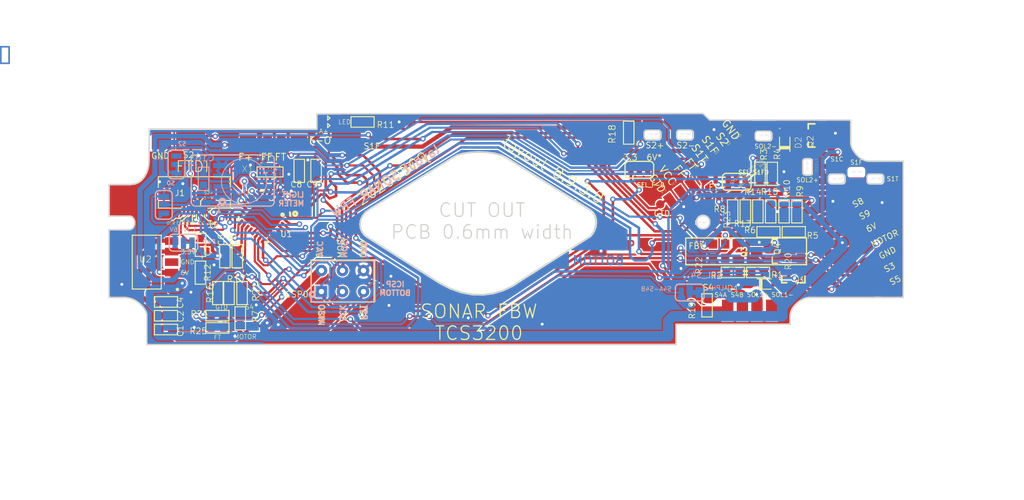
<source format=kicad_pcb>
(kicad_pcb (version 20221018) (generator pcbnew)
  (layers (0 "F.Cu" signal) (31 "B.Cu" signal) (34 "B.Paste" user) (35 "F.Paste" user) (36 "B.SilkS" user "B.Silkscreen") (37 "F.SilkS" user "F.Silkscreen") (38 "B.Mask" user) (39 "F.Mask" user) (44 "Edge.Cuts" user))
  (net 0 "")
  (net 1 "S1T@3.3V")
  (net 2 "LED1")
  (net 3 "S3")
  (net 4 "S5")
  (net 5 "SOL2")
  (net 6 "FF")
  (net 7 "SOL1")
  (net 8 "TXD")
  (net 9 "3.3V")
  (net 10 "GND")
  (net 11 "6V")
  (net 12 "SOL1-")
  (net 13 "N$1")
  (net 14 "N$3")
  (net 15 "S9@3.3V")
  (net 16 "S8@3.3V")
  (net 17 "SOL2-")
  (net 18 "MOTOR-HEADER")
  (net 19 "DTR")
  (net 20 "S8@6V")
  (net 21 "S9@6V")
  (net 22 "RST")
  (net 23 "N$4")
  (net 24 "N$6")
  (net 25 "MOTOR+")
  (net 26 "RXD")
  (net 27 "SDA_S2")
  (net 28 "LM")
  (net 29 "LED2")
  (net 30 "N$10")
  (net 31 "N$11")
  (net 32 "S1T@6V")
  (net 33 "S1F@6VFBW")
  (net 34 "FT")
  (net 35 "S1F@3.3V")
  (net 36 "GTD")
  (net 37 "GTD@6V")
  (net 38 "N$2")
  (net 39 "S4@3.3V")
  (net 40 "S4B")
  (net 41 "N$5")
  (net 42 "S1F@FBW")
  (net 43 "S1F@6V")
  (net 44 "S1F-FFLEX")
  (net 45 "F-OUT")
  (net 46 "TCS3200_S1")
  (net 47 "TCS3200_S3")
  (net 48 "S0")
  (net 49 "S2")
  (net 50 "FT@3.3V")
  (net 51 "N$7")
  (net 52 "N$8")
  (footprint "openSX70_SONAR-FBW_8-9-3-8-S4-TCS3200-NO-THERMAL-20200509:0603" (layer "F.Cu") (at 173.4732 107.673325 90)
    (fp_text reference "R22")
    (fp_text value " " hide)
  )
  (footprint "openSX70_SONAR-FBW_8-9-3-8-S4-TCS3200-NO-THERMAL-20200509:FFA-PAD-PACKAGE" (layer "F.Cu") (at 120.61386 94.58041)
    (fp_text reference "U$2" hide)
    (fp_text value "FFA" hide)
  )
  (footprint "openSX70_SONAR-FBW_8-9-3-8-S4-TCS3200-NO-THERMAL-20200509:R0603" (layer "F.Cu") (at 115.0439 112.736275 180)
    (fp_text reference "R17")
    (fp_text value "120K")
  )
  (footprint "openSX70_SONAR-FBW_8-9-3-8-S4-TCS3200-NO-THERMAL-20200509:SX70-S-PAD2" (layer "F.Cu") (at 188.392796 97.746875)
    (fp_text reference "S1-0" hide)
    (fp_text value "SX70-S-PAD-NEW" hide)
  )
  (footprint "openSX70_SONAR-FBW_8-9-3-8-S4-TCS3200-NO-THERMAL-20200509:R0603" (layer "F.Cu") (at 113.6984 112.736275)
    (fp_text reference "R16")
    (fp_text value "100K")
  )
  (footprint "openSX70_SONAR-FBW_8-9-3-8-S4-TCS3200-NO-THERMAL-20200509:SODFL2512X100N" (layer "F.Cu") (at 182.138865 94.771122 90)
    (fp_text reference "D2")
    (fp_text value "1N4148WSF")
  )
  (footprint "openSX70_SONAR-FBW_8-9-3-8-S4-TCS3200-NO-THERMAL-20200509:C0603" (layer "F.Cu") (at 116.04401 108.284865)
    (fp_text reference "C5")
    (fp_text value "100nf")
  )
  (footprint "openSX70_SONAR-FBW_8-9-3-8-S4-TCS3200-NO-THERMAL-20200509:SX70-S-PAD2" (layer "F.Cu") (at 170.144109 92.448413)
    (fp_text reference "S2-0" hide)
    (fp_text value "SX70-S-PAD-NEW" hide)
  )
  (footprint "openSX70_SONAR-FBW_8-9-3-8-S4-TCS3200-NO-THERMAL-20200509:S2-SONAR" (layer "F.Cu") (at 110.423972 94.237788)
    (fp_text reference "U$5" hide)
    (fp_text value "S2-SONAR" hide)
  )
  (footprint "openSX70_SONAR-FBW_8-9-3-8-S4-TCS3200-NO-THERMAL-20200509:R0603" (layer "F.Cu") (at 183.227212 105.349993 -90)
    (fp_text reference "R5")
    (fp_text value "10K")
  )
  (footprint "openSX70_SONAR-FBW_8-9-3-8-S4-TCS3200-NO-THERMAL-20200509:SX70-S-PAD2" (layer "F.Cu") (at 186.20905 97.450316 90)
    (fp_text reference "SOL2+1")
    (fp_text value "SX70-S-PAD-NEW" hide)
  )
  (footprint "openSX70_SONAR-FBW_8-9-3-8-S4-TCS3200-NO-THERMAL-20200509:SX70-S-PAD2" (layer "F.Cu") (at 193.097078 97.714194)
    (fp_text reference "S1T+0" hide)
    (fp_text value "SX70-S-PAD-NEW" hide)
  )
  (footprint "openSX70_SONAR-FBW_8-9-3-8-S4-TCS3200-NO-THERMAL-20200509:GND-SONAR" (layer "F.Cu") (at 106.883366 94.208616)
    (fp_text reference "U$7" hide)
    (fp_text value "GND-SONAR" hide)
  )
  (footprint "openSX70_SONAR-FBW_8-9-3-8-S4-TCS3200-NO-THERMAL-20200509:SOT127P706X180-6N" (layer "F.Cu") (at 105.117747 108.999725 90)
    (fp_text reference "U2")
    (fp_text value "TPS79501DCQ")
  )
  (footprint "openSX70_SONAR-FBW_8-9-3-8-S4-TCS3200-NO-THERMAL-20200509:SX70-S-PAD2" (layer "F.Cu") (at 166.181812 92.485091)
    (fp_text reference "S2+0" hide)
    (fp_text value "SX70-S-PAD-NEW" hide)
  )
  (footprint "openSX70_SONAR-FBW_8-9-3-8-S4-TCS3200-NO-THERMAL-20200509:R0603" (layer "F.Cu") (at 178.915412 110.2426 90)
    (fp_text reference "R1")
    (fp_text value "100R")
  )
  (footprint "openSX70_SONAR-FBW_8-9-3-8-S4-TCS3200-NO-THERMAL-20200509:SONAR-FLASHFLEX" (layer "F.Cu") (at 174.360396 96.213504 36)
    (fp_text reference "U$3" hide)
    (fp_text value "SX70-SONAR-FLASHFLEX" hide)
  )
  (footprint "openSX70_SONAR-FBW_8-9-3-8-S4-TCS3200-NO-THERMAL-20200509:C0603" (layer "F.Cu") (at 114.553163 108.279465)
    (fp_text reference "C6")
    (fp_text value "100nf")
  )
  (footprint "openSX70_SONAR-FBW_8-9-3-8-S4-TCS3200-NO-THERMAL-20200509:R0603" (layer "F.Cu") (at 175.855896 102.87525 180)
    (fp_text reference "R8")
    (fp_text value "10K")
  )
  (footprint "openSX70_SONAR-FBW_8-9-3-8-S4-TCS3200-NO-THERMAL-20200509:687106183722" (layer "F.Cu") (at 110.864369 100.836254 180)
    (fp_text reference "J1")
    (fp_text value "687106183722")
  )
  (footprint "openSX70_SONAR-FBW_8-9-3-8-S4-TCS3200-NO-THERMAL-20200509:SOT23-3" (layer "F.Cu") (at 183.178953 110.792959 180)
    (fp_text reference "Q1")
    (fp_text value "5.8A/30V/35mΩ")
  )
  (footprint "openSX70_SONAR-FBW_8-9-3-8-S4-TCS3200-NO-THERMAL-20200509:LTST-BILED-15X16" (layer "F.Cu") (at 127.098504 92.063044 90)
    (fp_text reference "LED0" hide)
    (fp_text value "LTST-C195KGJRKT" hide)
  )
  (footprint "openSX70_SONAR-FBW_8-9-3-8-S4-TCS3200-NO-THERMAL-20200509:SX70-S-PAD2" (layer "F.Cu") (at 183.751931 97.450316 90)
    (fp_text reference "SOL2+0" hide)
    (fp_text value "SX70-S-PAD-NEW" hide)
  )
  (footprint "openSX70_SONAR-FBW_8-9-3-8-S4-TCS3200-NO-THERMAL-20200509:SONAR-LOGO" (layer "F.Cu") (at 155.3527 101.67105)
    (fp_text reference "U$8" hide)
    (fp_text value "SONAR-LOGO" hide)
  )
  (footprint "openSX70_SONAR-FBW_8-9-3-8-S4-TCS3200-NO-THERMAL-20200509:R0603" (layer "F.Cu") (at 116.407463 115.791753)
    (fp_text reference "R7")
    (fp_text value "100R")
  )
  (footprint "openSX70_SONAR-FBW_8-9-3-8-S4-TCS3200-NO-THERMAL-20200509:R0603" (layer "F.Cu") (at 183.60629 102.87525 180)
    (fp_text reference "R9")
    (fp_text value "10K")
  )
  (footprint "openSX70_SONAR-FBW_8-9-3-8-S4-TCS3200-NO-THERMAL-20200509:C0603" (layer "F.Cu") (at 125.56006 97.987225 180)
    (fp_text reference "C9")
    (fp_text value "100nf")
  )
  (footprint "openSX70_SONAR-FBW_8-9-3-8-S4-TCS3200-NO-THERMAL-20200509:R0603" (layer "F.Cu") (at 172.75805 114.21865 180)
    (fp_text reference "R19")
    (fp_text value "150R")
  )
  (footprint "openSX70_SONAR-FBW_8-9-3-8-S4-TCS3200-NO-THERMAL-20200509:C0603" (layer "F.Cu") (at 107.438179 115.472184 -90)
    (fp_text reference "C2")
    (fp_text value "100nf")
  )
  (footprint "openSX70_SONAR-FBW_8-9-3-8-S4-TCS3200-NO-THERMAL-20200509:R0603" (layer "F.Cu") (at 113.64765 115.46515 90)
    (fp_text reference "R24")
    (fp_text value "10K")
  )
  (footprint "openSX70_SONAR-FBW_8-9-3-8-S4-TCS3200-NO-THERMAL-20200509:R0603" (layer "F.Cu") (at 178.891818 102.87525 180)
    (fp_text reference "R14")
    (fp_text value "10K")
  )
  (footprint "openSX70_SONAR-FBW_8-9-3-8-S4-TCS3200-NO-THERMAL-20200509:C0603" (layer "F.Cu") (at 107.438179 117.137675 90)
    (fp_text reference "C1")
    (fp_text value "10uf")
  )
  (footprint "openSX70_SONAR-FBW_8-9-3-8-S4-TCS3200-NO-THERMAL-20200509:SX70-SOLENOID1-2" (layer "F.Cu") (at 176.07275 114.92985)
    (fp_text reference "S4" hide)
    (fp_text value "SX70-SOLENOID1-2PADS" hide)
  )
  (footprint "openSX70_SONAR-FBW_8-9-3-8-S4-TCS3200-NO-THERMAL-20200509:SMT-JUMPER_3_1-NC_TRACE_SILK" (layer "F.Cu") (at 176.33945 99.3025 180)
    (fp_text reference "SEL_S1F0")
    (fp_text value "SEL-S4")
  )
  (footprint "openSX70_SONAR-FBW_8-9-3-8-S4-TCS3200-NO-THERMAL-20200509:SOT23-BEC" (layer "F.Cu") (at 177.6412 107.673325 -90)
    (fp_text reference "Q3")
    (fp_text value "")
  )
  (footprint "openSX70_SONAR-FBW_8-9-3-8-S4-TCS3200-NO-THERMAL-20200509:C0603" (layer "F.Cu") (at 111.60021 106.909206)
    (fp_text reference "C7")
    (fp_text value "100nf")
  )
  (footprint "openSX70_SONAR-FBW_8-9-3-8-S4-TCS3200-NO-THERMAL-20200509:0603" (layer "F.Cu") (at 184.09915 107.673325 -90)
    (fp_text reference "R20")
    (fp_text value " " hide)
  )
  (footprint "openSX70_SONAR-FBW_8-9-3-8-S4-TCS3200-NO-THERMAL-20200509:R0603" (layer "F.Cu") (at 177.380953 102.87525)
    (fp_text reference "R13")
    (fp_text value "12K")
  )
  (footprint "openSX70_SONAR-FBW_8-9-3-8-S4-TCS3200-NO-THERMAL-20200509:SODFL2512X100N" (layer "F.Cu") (at 179.652309 111.641859)
    (fp_text reference "D1")
    (fp_text value "1N4148WS")
  )
  (footprint "openSX70_SONAR-FBW_8-9-3-8-S4-TCS3200-NO-THERMAL-20200509:SX70-S-PAD2" (layer "F.Cu") (at 179.608937 92.622147)
    (fp_text reference "SOL2-0" hide)
    (fp_text value "SX70-S-PAD-NEW" hide)
  )
  (footprint "openSX70_SONAR-FBW_8-9-3-8-S4-TCS3200-NO-THERMAL-20200509:SX70-7-PAD-PROPER" (layer "F.Cu") (at 187.68794 102.45446 -64)
    (fp_text reference "U$1" hide)
    (fp_text value "SX70-7-PAD" hide)
  )
  (footprint "openSX70_SONAR-FBW_8-9-3-8-S4-TCS3200-NO-THERMAL-20200509:C0603" (layer "F.Cu") (at 107.438179 113.806693 90)
    (fp_text reference "C4")
    (fp_text value "10uf")
  )
  (footprint "openSX70_SONAR-FBW_8-9-3-8-S4-TCS3200-NO-THERMAL-20200509:DIODES_INC._DMP2035U_2" (layer "F.Cu") (at 181.27975 107.673325 180)
    (fp_text reference "Q4" hide)
    (fp_text value "DIODES_INC._DMP2035UDIODES_INC._DMP2035U_0_2" hide)
  )
  (footprint "openSX70_SONAR-FBW_8-9-3-8-S4-TCS3200-NO-THERMAL-20200509:R0603" (layer "F.Cu") (at 116.62435 112.736275 180)
    (fp_text reference "R21")
    (fp_text value "180R")
  )
  (footprint "openSX70_SONAR-FBW_8-9-3-8-S4-TCS3200-NO-THERMAL-20200509:H2X3-2.54" (layer "F.Cu") (at 128.743638 111.289221 90)
    (fp_text reference "ICSP0")
    (fp_text value "ICSP")
  )
  (footprint "openSX70_SONAR-FBW_8-9-3-8-S4-TCS3200-NO-THERMAL-20200509:SX70-SOLENOID1-2" (layer "F.Cu") (at 179.613206 114.924771)
    (fp_text reference "SOL1" hide)
    (fp_text value "SX70-SOLENOID1-2PADS" hide)
  )
  (footprint "openSX70_SONAR-FBW_8-9-3-8-S4-TCS3200-NO-THERMAL-20200509:R0603" (layer "F.Cu") (at 182.054568 102.87525)
    (fp_text reference "R10")
    (fp_text value "12K")
  )
  (footprint "openSX70_SONAR-FBW_8-9-3-8-S4-TCS3200-NO-THERMAL-20200509:CFP95P160X100-3N" (layer "F.Cu") (at 120.022888 97.957932 180)
    (fp_text reference "X1")
    (fp_text value "CSTCE8M00G52Z-R0")
  )
  (footprint "openSX70_SONAR-FBW_8-9-3-8-S4-TCS3200-NO-THERMAL-20200509:C0603" (layer "F.Cu") (at 123.527013 97.987225 180)
    (fp_text reference "C8")
    (fp_text value "100nf")
  )
  (footprint "openSX70_SONAR-FBW_8-9-3-8-S4-TCS3200-NO-THERMAL-20200509:R0603" (layer "F.Cu") (at 180.437565 102.87525 180)
    (fp_text reference "R15")
    (fp_text value "12K")
  )
  (footprint "openSX70_SONAR-FBW_8-9-3-8-S4-TCS3200-NO-THERMAL-20200509:R0603" (layer "F.Cu") (at 111.60021 110.268512)
    (fp_text reference "R12")
    (fp_text value "10K")
  )
  (footprint "openSX70_SONAR-FBW_8-9-3-8-S4-TCS3200-NO-THERMAL-20200509:SMT-JUMPER_3_1-NC_TRACE_SILK" (layer "F.Cu") (at 164.5856 97.8547)
    (fp_text reference "SEL_F-0")
    (fp_text value "SEL-S4" hide)
  )
  (footprint "openSX70_SONAR-FBW_8-9-3-8-S4-TCS3200-NO-THERMAL-20200509:R0603" (layer "F.Cu") (at 179.15425 98.333566)
    (fp_text reference "R3")
    (fp_text value "100R")
  )
  (footprint "openSX70_SONAR-FBW_8-9-3-8-S4-TCS3200-NO-THERMAL-20200509:PAD.03X.04" (layer "F.Cu") (at 172.9136 101)
    (fp_text reference "TP4" hide)
    (fp_text value "TEST-POINT3X4" hide)
  )
  (footprint "openSX70_SONAR-FBW_8-9-3-8-S4-TCS3200-NO-THERMAL-20200509:PAD.03X.04" (layer "F.Cu") (at 167.10515 102.0214 90)
    (fp_text reference "TP1" hide)
    (fp_text value "TEST-POINT3X4" hide)
  )
  (footprint "openSX70_SONAR-FBW_8-9-3-8-S4-TCS3200-NO-THERMAL-20200509:R0603" (layer "F.Cu") (at 113.64765 116.9428 -90)
    (fp_text reference "R25")
    (fp_text value "12K")
  )
  (footprint "openSX70_SONAR-FBW_8-9-3-8-S4-TCS3200-NO-THERMAL-20200509:0603" (layer "F.Cu") (at 174.95515 107.673325 -90)
    (fp_text reference "R23")
    (fp_text value "47K")
  )
  (footprint "openSX70_SONAR-FBW_8-9-3-8-S4-TCS3200-NO-THERMAL-20200509:SOT23-3" (layer "F.Cu") (at 185.673203 93.709032 90)
    (fp_text reference "Q2")
    (fp_text value "5.8A/30V/35mΩ")
  )
  (footprint "openSX70_SONAR-FBW_8-9-3-8-S4-TCS3200-NO-THERMAL-20200509:SX70-S-PAD2" (layer "F.Cu") (at 190.770543 99.434585)
    (fp_text reference "S1F+0" hide)
    (fp_text value "SX70-S-PAD-NEW" hide)
  )
  (footprint "openSX70_SONAR-FBW_8-9-3-8-S4-TCS3200-NO-THERMAL-20200509:R0603" (layer "F.Cu") (at 131.169216 92.076257 -90)
    (fp_text reference "R11")
    (fp_text value "1K 1/10W")
  )
  (footprint "openSX70_SONAR-FBW_8-9-3-8-S4-TCS3200-NO-THERMAL-20200509:R0603" (layer "F.Cu") (at 163.3029 93.36525)
    (fp_text reference "R18")
    (fp_text value "1K 1/10W")
  )
  (footprint "openSX70_SONAR-FBW_8-9-3-8-S4-TCS3200-NO-THERMAL-20200509:R0603" (layer "F.Cu") (at 175.868478 110.2426 90)
    (fp_text reference "R2")
    (fp_text value "100K 1/10W")
  )
  (footprint "openSX70_SONAR-FBW_8-9-3-8-S4-TCS3200-NO-THERMAL-20200509:MLF32" (layer "F.Cu") (at 119.325535 103.476219 -130)
    (fp_text reference "U1" hide)
    (fp_text value "ATMEGA328P_32MLFATMEGA328-MLF")
  )
  (footprint "openSX70_SONAR-FBW_8-9-3-8-S4-TCS3200-NO-THERMAL-20200509:R0603" (layer "F.Cu") (at 180.172012 105.349993 90)
    (fp_text reference "R6")
    (fp_text value "12K")
  )
  (footprint "openSX70_SONAR-FBW_8-9-3-8-S4-TCS3200-NO-THERMAL-20200509:S2-SONAR" (layer "F.Cu") (at 129.197494 94.436216)
    (fp_text reference "U$6" hide)
    (fp_text value "S1F@6V" hide)
  )
  (footprint "openSX70_SONAR-FBW_8-9-3-8-S4-TCS3200-NO-THERMAL-20200509:R0603" (layer "F.Cu") (at 180.633053 98.340866 180)
    (fp_text reference "R4")
    (fp_text value "100K 1/10W")
  )
  (footprint "openSX70_SONAR-FBW_8-9-3-8-S4-TCS3200-NO-THERMAL-20200509:SOIC8" (layer "B.Cu") (at 116.82725 99.24535)
    (fp_text reference "U4" hide)
    (fp_text value "TCS3200D")
  )
  (footprint "openSX70_SONAR-FBW_8-9-3-8-S4-TCS3200-NO-THERMAL-20200509:SMT-JUMPER_3_1-NC_TRACE_SILK" (layer "B.Cu") (at 170.66255 112.66925)
    (fp_text reference "SEL_S4")
    (fp_text value "SEL-S4")
  )
  (footprint "openSX70_SONAR-FBW_8-9-3-8-S4-TCS3200-NO-THERMAL-20200509:C0603" (layer "B.Cu") (at 111.97585 98.94055 180)
    (fp_text reference "C10")
    (fp_text value "100nf")
  )
  (footprint "openSX70_SONAR-FBW_8-9-3-8-S4-TCS3200-NO-THERMAL-20200509:SMT-JUMPER_3_1-NC_TRACE_SILK" (layer "B.Cu") (at 107.17525 102.0838 90)
    (fp_text reference "S0")
    (fp_text value "S0")
  )
  (footprint "openSX70_SONAR-FBW_8-9-3-8-S4-TCS3200-NO-THERMAL-20200509:SMT-JUMPER_3_1-NC_TRACE_SILK" (layer "B.Cu") (at 108.71195 97.207 -90)
    (fp_text reference "S2")
    (fp_text value "S2")
  )
  (footprint "openSX70_SONAR-FBW_8-9-3-8-S4-TCS3200-NO-THERMAL-20200509:SMT-JUMPER_3_1-NC_TRACE_SILK" (layer "B.Cu") (at 109.55015 106.6558)
    (fp_text reference "F+0")
    (fp_text value "S0")
  )
  (gr_rect (start 87.5 83) (end 88.5 85) (stroke (width 0.2)) (fill none) (layer "B.Cu"))
  (gr_circle (center 114.2428 101.69645) (end 114.569684 101.69645) (stroke (width 0.3048)) (fill none) (layer "B.SilkS"))
  (gr_arc (start 111.015582 102.240338) (mid 110.640815 102.085105) (end 110.485582 101.710338) (stroke (width 0.1524)) (layer "B.SilkS"))
  (gr_line (start 111.035582 96.060338) (end 111.485582 96.060338) (stroke (width 0.1524)) (layer "B.SilkS"))
  (gr_circle (center 116.855582 99.230338) (end 119.585582 99.230338) (stroke (width 0.1016)) (fill none) (layer "B.SilkS"))
  (gr_line (start 110.485582 101.710338) (end 110.485582 96.610338) (stroke (width 0.1524)) (layer "B.SilkS"))
  (gr_line (start 111.015582 102.240338) (end 111.710582 102.240338) (stroke (width 0.1524)) (layer "B.SilkS"))
  (gr_circle (center 125.092082 112.892337) (end 125.234069 112.892337) (stroke (width 0.3048)) (fill none) (layer "B.SilkS"))
  (gr_line (start 124.974982 113.777537) (end 125.005782 108.842137) (stroke (width 0.127)) (layer "B.SilkS"))
  (gr_line (start 110.485582 101.902338) (end 110.485582 101.710338) (stroke (width 0.1524)) (layer "B.SilkS"))
  (gr_arc (start 110.485582 96.610338) (mid 110.646673 96.221429) (end 111.035582 96.060338) (stroke (width 0.1524)) (layer "B.SilkS"))
  (gr_line (start 125.005782 108.842137) (end 132.676582 108.842137) (stroke (width 0.127)) (layer "B.SilkS"))
  (gr_line (start 132.696582 113.777537) (end 124.974982 113.777537) (stroke (width 0.127)) (layer "B.SilkS"))
  (gr_line (start 119.956482 102.231438) (end 111.485582 102.231438) (stroke (width 0.1524)) (layer "B.SilkS"))
  (gr_circle (center 116.855582 99.230338) (end 117.355582 99.230338) (stroke (width 0.1016)) (fill none) (layer "B.SilkS"))
  (gr_line (start 132.676582 108.842137) (end 132.696582 113.777537) (stroke (width 0.127)) (layer "B.SilkS"))
  (gr_line (start 120.500582 96.605938) (end 120.500582 101.732338) (stroke (width 0.1524)) (layer "B.SilkS"))
  (gr_arc (start 120.505582 101.725338) (mid 120.353278 102.093034) (end 119.985582 102.245338) (stroke (width 0.1524)) (layer "B.SilkS"))
  (gr_arc (start 119.990582 96.075338) (mid 120.358278 96.227642) (end 120.510582 96.595338) (stroke (width 0.1524)) (layer "B.SilkS"))
  (gr_line (start 119.977894 96.061475) (end 111.506994 96.061475) (stroke (width 0.1524)) (layer "B.SilkS"))
  (gr_line (start 121.55915 98.71175) (end 118.44915 98.71175) (stroke (width 0.127)) (layer "F.SilkS"))
  (gr_line (start 184.7659 109.34185) (end 184.7659 106.2494) (stroke (width 0.1524)) (layer "F.SilkS"))
  (gr_line (start 110.12165 103.30935) (end 109.44855 103.98245) (stroke (width 0.1524)) (layer "F.SilkS"))
  (gr_line (start 111.1186 103.84275) (end 111.27735 104.0015) (stroke (width 0.1524)) (layer "F.SilkS"))
  (gr_line (start 118.45915 97.51175) (end 121.56915 97.51175) (stroke (width 0.127)) (layer "F.SilkS"))
  (gr_line (start 184.73415 109.3101) (end 184.7659 109.34185) (stroke (width 0.1524)) (layer "F.SilkS"))
  (gr_line (start 121.56915 97.51175) (end 121.56915 98.70175) (stroke (width 0.127)) (layer "F.SilkS"))
  (gr_line (start 170.1863 106.1135) (end 170.1863 109.3228) (stroke (width 0.1524)) (layer "F.SilkS"))
  (gr_line (start 184.7532 106.0716) (end 184.7532 106.3383) (stroke (width 0.1524)) (layer "F.SilkS"))
  (gr_line (start 170.21185 106.0843) (end 182.1878 106.0843) (stroke (width 0.1524)) (layer "F.SilkS"))
  (gr_line (start 172.70725 109.3101) (end 184.73415 109.3101) (stroke (width 0.1524)) (layer "F.SilkS"))
  (gr_line (start 109.2263 103.98245) (end 109.20725 104.0015) (stroke (width 0.1524)) (layer "F.SilkS"))
  (gr_line (start 111.61845 101.64985) (end 111.91415 101.29065) (stroke (width 0.1524)) (layer "F.SilkS"))
  (gr_line (start 109.53745 103.3284) (end 109.1501 103.71575) (stroke (width 0.1524)) (layer "F.SilkS"))
  (gr_line (start 110.62965 103.3157) (end 110.62965 104.04595) (stroke (width 0.1524)) (layer "F.SilkS"))
  (gr_line (start 170.1863 109.3228) (end 172.70725 109.3101) (stroke (width 0.1524)) (layer "F.SilkS"))
  (gr_circle (center 123.03755 103.15695) (end 123.265175 103.15695) (stroke (width 0.3048)) (fill none) (layer "F.SilkS"))
  (gr_line (start 108.34365 103.9634) (end 108.11505 103.9634) (stroke (width 0.1524)) (layer "F.SilkS"))
  (gr_line (start 182.1878 106.0843) (end 184.7532 106.0716) (stroke (width 0.1524)) (layer "F.SilkS"))
  (gr_line (start 111.61845 102.08985) (end 111.61845 101.64985) (stroke (width 0.1524)) (layer "F.SilkS"))
  (gr_line (start 112.54735 104.0015) (end 112.8966 104.0015) (stroke (width 0.1524)) (layer "F.SilkS"))
  (gr_line (start 112.1092 103.56335) (end 112.54735 104.0015) (stroke (width 0.1524)) (layer "F.SilkS"))
  (gr_line (start 109.1501 103.71575) (end 108.5913 103.71575) (stroke (width 0.1524)) (layer "F.SilkS"))
  (gr_line (start 108.5913 103.71575) (end 108.34365 103.9634) (stroke (width 0.1524)) (layer "F.SilkS"))
  (gr_line (start 109.44855 103.98245) (end 109.2263 103.98245) (stroke (width 0.1524)) (layer "F.SilkS"))
  (gr_line (start 111.1186 103.2776) (end 111.1186 103.84275) (stroke (width 0.1524)) (layer "F.SilkS"))
  (gr_line (start 112.1092 103.29665) (end 112.1092 103.56335) (stroke (width 0.1524)) (layer "F.SilkS"))
  (gr_line (start 118.42915 98.71175) (end 118.42915 97.50175) (stroke (width 0.127)) (layer "F.SilkS"))
  (gr_line (start 167.12605 93.95355) (end 167.10665 94.01585) (stroke (width 0.1524)) (layer "Edge.Cuts"))
  (gr_line (start 187.60015 99.48825) (end 187.55095 99.44755) (stroke (width 0.001)) (layer "Edge.Cuts"))
  (gr_line (start 185.23505 98.48505) (end 185.16825 98.49185) (stroke (width 0.001)) (layer "Edge.Cuts"))
  (gr_line (start 189.26055 99.48825) (end 189.20405 99.51895) (stroke (width 0.001)) (layer "Edge.Cuts"))
  (gr_line (start 191.70425 97.74025) (end 191.73495 97.79665) (stroke (width 0.001)) (layer "Edge.Cuts"))
  (gr_line (start 193.91475 99.48825) (end 193.85835 99.51895) (stroke (width 0.001)) (layer "Edge.Cuts"))
  (gr_line (start 165.23575 94.07225) (end 165.20505 94.01585) (stroke (width 0.1524)) (layer "Edge.Cuts"))
  (gr_line (start 171.716859 103.60326) (end 171.617368 103.724491) (stroke (width 0.1524)) (layer "Edge.Cuts"))
  (gr_line (start 189.36255 98.65345) (end 189.36935 98.72015) (stroke (width 0.1524)) (layer "Edge.Cuts"))
  (gr_line (start 169.23315 94.13555) (end 169.19245 94.08625) (stroke (width 0.001)) (layer "Edge.Cuts"))
  (gr_line (start 184.41435 96.68465) (end 184.45505 96.63545) (stroke (width 0.001)) (layer "Edge.Cuts"))
  (gr_line (start 185.36505 98.38025) (end 185.31575 98.42095) (stroke (width 0.1524)) (layer "Edge.Cuts"))
  (gr_line (start 191.76115 98.40425) (end 191.75435 98.47105) (stroke (width 0.001)) (layer "Edge.Cuts"))
  (gr_line (start 185.19705 96.53065) (end 185.25935 96.55005) (stroke (width 0.1524)) (layer "Edge.Cuts"))
  (gr_line (start 182.79585 116.50405) (end 169.02705 116.50405) (stroke (width 0.1524)) (layer "Edge.Cuts"))
  (gr_line (start 166.92955 93.10205) (end 166.98605 93.13275) (stroke (width 0.1524)) (layer "Edge.Cuts"))
  (gr_line (start 165.42015 94.20695) (end 165.36365 94.17625) (stroke (width 0.001)) (layer "Edge.Cuts"))
  (gr_line (start 103.53515 104.75935) (end 103.63155 104.52155) (stroke (width 0.1524)) (layer "Edge.Cuts"))
  (gr_line (start 171.06335 93.29315) (end 171.08275 93.35535) (stroke (width 0.001)) (layer "Edge.Cuts"))
  (gr_line (start 180.48105 94.20315) (end 180.44035 94.25235) (stroke (width 0.1524)) (layer "Edge.Cuts"))
  (gr_line (start 180.53115 93.47225) (end 180.53795 93.53905) (stroke (width 0.1524)) (layer "Edge.Cuts"))
  (gr_line (start 144.165882 95.783138) (end 145.129882 95.733338) (stroke (width 0.1524)) (layer "Edge.Cuts"))
  (gr_line (start 170.99465 94.07225) (end 170.95395 94.12155) (stroke (width 0.1524)) (layer "Edge.Cuts"))
  (gr_line (start 192.40185 98.38785) (end 193.69135 98.38785) (stroke (width 0.1524)) (layer "Edge.Cuts"))
  (gr_line (start 193.91475 98.45885) (end 193.96395 98.49945) (stroke (width 0.001)) (layer "Edge.Cuts"))
  (gr_line (start 167.17085 93.42215) (end 167.17085 93.90075) (stroke (width 0.001)) (layer "Edge.Cuts"))
  (gr_line (start 150.34045 111.14805) (end 149.27115 111.86125) (stroke (width 0.1524)) (layer "Edge.Cuts"))
  (gr_line (start 169.46775 93.08985) (end 170.75725 93.08985) (stroke (width 0.001)) (layer "Edge.Cuts"))
  (gr_line (start 173.067181 104.325019) (end 173.08255 104.16895) (stroke (width 0.1524)) (layer "Edge.Cuts"))
  (gr_line (start 142.554782 96.125138) (end 143.285482 95.914738) (stroke (width 0.1524)) (layer "Edge.Cuts"))
  (gr_line (start 190.13945 98.73665) (end 190.07265 98.72985) (stroke (width 0.001)) (layer "Edge.Cuts"))
  (gr_line (start 184.41705 96.62145) (end 184.46625 96.58075) (stroke (width 0.1524)) (layer "Edge.Cuts"))
  (gr_line (start 165.42015 93.11605) (end 165.48235 93.09665) (stroke (width 0.001)) (layer "Edge.Cuts"))
  (gr_line (start 178.61015 94.14665) (end 178.59075 94.08445) (stroke (width 0.1524)) (layer "Edge.Cuts"))
  (gr_line (start 171.61915 103.72165) (end 171.71685 103.60325) (stroke (width 0.1524)) (layer "Edge.Cuts"))
  (gr_line (start 167.17085 93.90075) (end 167.16405 93.96755) (stroke (width 0.001)) (layer "Edge.Cuts"))
  (gr_line (start 178.67885 94.21715) (end 178.64815 94.16065) (stroke (width 0.001)) (layer "Edge.Cuts"))
  (gr_line (start 184.03535 113.63885) (end 183.67295 113.90465) (stroke (width 0.1524)) (layer "Edge.Cuts"))
  (gr_line (start 192.16715 98.48545) (end 192.21635 98.44485) (stroke (width 0.1524)) (layer "Edge.Cuts"))
  (gr_line (start 196.44285 96.80305) (end 196.44285 113.27465) (stroke (width 0.1524)) (layer "Edge.Cuts"))
  (gr_line (start 172.438618 103.384319) (end 172.28255 103.36895) (stroke (width 0.1524)) (layer "Edge.Cuts"))
  (gr_line (start 180.39115 94.29305) (end 180.33465 94.32375) (stroke (width 0.1524)) (layer "Edge.Cuts"))
  (gr_line (start 170.95395 94.12155) (end 170.90475 94.16225) (stroke (width 0.1524)) (layer "Edge.Cuts"))
  (gr_line (start 192.25435 98.45885) (end 192.31085 98.42805) (stroke (width 0.001)) (layer "Edge.Cuts"))
  (gr_line (start 193.85835 98.42805) (end 193.91475 98.45885) (stroke (width 0.001)) (layer "Edge.Cuts"))
  (gr_line (start 178.62875 93.48625) (end 178.64815 93.42405) (stroke (width 0.001)) (layer "Edge.Cuts"))
  (gr_line (start 145.72665 112.93235) (end 144.44245 112.89405) (stroke (width 0.001)) (layer "Edge.Cuts"))
  (gr_line (start 131.39235 105.68235) (end 131.10585 105.29615) (stroke (width 0.1524)) (layer "Edge.Cuts"))
  (gr_line (start 190.07265 98.72985) (end 190.01045 98.71045) (stroke (width 0.001)) (layer "Edge.Cuts"))
  (gr_line (start 187.74765 99.53115) (end 187.68085 99.52435) (stroke (width 0.1524)) (layer "Edge.Cuts"))
  (gr_line (start 194.01675 98.65345) (end 194.02355 98.72015) (stroke (width 0.1524)) (layer "Edge.Cuts"))
  (gr_line (start 165.36365 94.17625) (end 165.31445 94.13555) (stroke (width 0.001)) (layer "Edge.Cuts"))
  (gr_line (start 171.48255 104.16895) (end 171.49885 104.00775) (stroke (width 0.1524)) (layer "Edge.Cuts"))
  (gr_line (start 159.36245 103.85785) (end 159.38035 104.31505) (stroke (width 0.001)) (layer "Edge.Cuts"))
  (gr_line (start 178.78715 93.23295) (end 178.84945 93.21355) (stroke (width 0.1524)) (layer "Edge.Cuts"))
  (gr_line (start 193.99735 99.32785) (end 193.96665 99.38425) (stroke (width 0.1524)) (layer "Edge.Cuts"))
  (gr_line (start 187.42215 99.26555) (end 187.41535 99.19875) (stroke (width 0.1524)) (layer "Edge.Cuts"))
  (gr_line (start 189.14185 99.53835) (end 189.07505 99.54515) (stroke (width 0.001)) (layer "Edge.Cuts"))
  (gr_line (start 131.536182 102.978738) (end 132.066382 102.598238) (stroke (width 0.1524)) (layer "Edge.Cuts"))
  (gr_line (start 171.54345 104.4751) (end 171.617368 104.61341) (stroke (width 0.1524)) (layer "Edge.Cuts"))
  (gr_line (start 180.37265 94.33775) (end 180.31045 94.35715) (stroke (width 0.001)) (layer "Edge.Cuts"))
  (gr_line (start 194.03535 98.60515) (end 194.05475 98.66745) (stroke (width 0.001)) (layer "Edge.Cuts"))
  (gr_line (start 194.00465 98.54875) (end 194.03535 98.60515) (stroke (width 0.001)) (layer "Edge.Cuts"))
  (gr_line (start 172.126481 103.384319) (end 171.9764 103.42985) (stroke (width 0.1524)) (layer "Edge.Cuts"))
  (gr_line (start 172.438618 104.953581) (end 172.5887 104.90805) (stroke (width 0.1524)) (layer "Edge.Cuts"))
  (gr_line (start 169.19245 93.23665) (end 169.23315 93.18745) (stroke (width 0.001)) (layer "Edge.Cuts"))
  (gr_line (start 125.64485 91.10225) (end 127.99195 91.09195) (stroke (width 0.1524)) (layer "Edge.Cuts"))
  (gr_line (start 105.35165 97.26345) (end 105.38295 96.80305) (stroke (width 0.1524)) (layer "Edge.Cuts"))
  (gr_line (start 185.29735 96.56405) (end 185.35375 96.59475) (stroke (width 0.001)) (layer "Edge.Cuts"))
  (gr_line (start 184.45505 96.63545) (end 184.50425 96.59475) (stroke (width 0.001)) (layer "Edge.Cuts"))
  (gr_line (start 185.46265 96.85615) (end 185.46265 98.14565) (stroke (width 0.1524)) (layer "Edge.Cuts"))
  (gr_line (start 172.28255 103.36895) (end 172.126481 103.384319) (stroke (width 0.1524)) (layer "Edge.Cuts"))
  (gr_line (start 165.44435 93.08265) (end 165.51115 93.07585) (stroke (width 0.1524)) (layer "Edge.Cuts"))
  (gr_line (start 172.5887 104.90805) (end 172.727009 104.834131) (stroke (width 0.1524)) (layer "Edge.Cuts"))
  (gr_line (start 185.49385 98.22635) (end 185.47445 98.28865) (stroke (width 0.001)) (layer "Edge.Cuts"))
  (gr_line (start 184.37635 96.67065) (end 184.41705 96.62145) (stroke (width 0.1524)) (layer "Edge.Cuts"))
  (gr_line (start 165.48235 93.09665) (end 165.54915 93.08985) (stroke (width 0.001)) (layer "Edge.Cuts"))
  (gr_line (start 193.79605 98.40865) (end 193.85835 98.42805) (stroke (width 0.001)) (layer "Edge.Cuts"))
  (gr_line (start 187.71885 99.53835) (end 187.65665 99.51895) (stroke (width 0.001)) (layer "Edge.Cuts"))
  (gr_line (start 180.24365 93.22075) (end 180.31045 93.22755) (stroke (width 0.001)) (layer "Edge.Cuts"))
  (gr_line (start 165.32565 94.16225) (end 165.27645 94.12155) (stroke (width 0.1524)) (layer "Edge.Cuts"))
  (gr_line (start 180.51175 93.41005) (end 180.53115 93.47225) (stroke (width 0.1524)) (layer "Edge.Cuts"))
  (gr_line (start 170.71925 93.07585) (end 170.78605 93.08265) (stroke (width 0.1524)) (layer "Edge.Cuts"))
  (gr_line (start 193.92595 98.48545) (end 193.96665 98.53475) (stroke (width 0.1524)) (layer "Edge.Cuts"))
  (gr_line (start 189.14185 98.40865) (end 189.20405 98.42805) (stroke (width 0.001)) (layer "Edge.Cuts"))
  (gr_line (start 180.33465 94.32375) (end 180.27245 94.34315) (stroke (width 0.1524)) (layer "Edge.Cuts"))
  (gr_line (start 189.40735 99.21275) (end 189.40055 99.27955) (stroke (width 0.001)) (layer "Edge.Cuts"))
  (gr_line (start 159.188081 103.439738) (end 159.308881 103.876438) (stroke (width 0.1524)) (layer "Edge.Cuts"))
  (gr_line (start 169.33875 94.20695) (end 169.28235 94.17625) (stroke (width 0.001)) (layer "Edge.Cuts"))
  (gr_line (start 173.07715 91.84055) (end 190.10675 91.84055) (stroke (width 0.1524)) (layer "Edge.Cuts"))
  (gr_line (start 192.25435 99.48825) (end 192.20515 99.44755) (stroke (width 0.001)) (layer "Edge.Cuts"))
  (gr_line (start 187.51295 99.43355) (end 187.47225 99.38425) (stroke (width 0.1524)) (layer "Edge.Cuts"))
  (gr_line (start 159.11725 105.18725) (end 158.89765 105.57165) (stroke (width 0.1524)) (layer "Edge.Cuts"))
  (gr_line (start 103.53325 103.76525) (end 103.37215 103.57675) (stroke (width 0.1524)) (layer "Edge.Cuts"))
  (gr_line (start 180.51905 94.21715) (end 180.47835 94.26635) (stroke (width 0.001)) (layer "Edge.Cuts"))
  (gr_line (start 189.95395 97.65035) (end 190.01045 97.61955) (stroke (width 0.001)) (layer "Edge.Cuts"))
  (gr_line (start 190.80535 96.03875) (end 191.12785 96.33925) (stroke (width 0.1524)) (layer "Edge.Cuts"))
  (gr_line (start 178.58395 93.53905) (end 178.59075 93.47225) (stroke (width 0.1524)) (layer "Edge.Cuts"))
  (gr_line (start 103.69655 99.55485) (end 104.16255 99.35245) (stroke (width 0.1524)) (layer "Edge.Cuts"))
  (gr_line (start 158.93565 105.58565) (end 158.66045 105.90125) (stroke (width 0.001)) (layer "Edge.Cuts"))
  (gr_line (start 171.03265 93.23665) (end 171.06335 93.29315) (stroke (width 0.001)) (layer "Edge.Cuts"))
  (gr_line (start 172.5887 103.42985) (end 172.438618 103.384319) (stroke (width 0.1524)) (layer "Edge.Cuts"))
  (gr_line (start 167.13285 93.88675) (end 167.12605 93.95355) (stroke (width 0.1524)) (layer "Edge.Cuts"))
  (gr_line (start 187.74765 98.38785) (end 189.03705 98.38785) (stroke (width 0.1524)) (layer "Edge.Cuts"))
  (gr_line (start 180.54975 93.42405) (end 180.56915 93.48625) (stroke (width 0.001)) (layer "Edge.Cuts"))
  (gr_line (start 184.52275 96.55005) (end 184.58495 96.53065) (stroke (width 0.1524)) (layer "Edge.Cuts"))
  (gr_line (start 184.46625 96.58075) (end 184.52275 96.55005) (stroke (width 0.1524)) (layer "Edge.Cuts"))
  (gr_line (start 187.47225 99.38425) (end 187.44155 99.32785) (stroke (width 0.1524)) (layer "Edge.Cuts"))
  (gr_line (start 178.61015 93.41005) (end 178.64085 93.35355) (stroke (width 0.1524)) (layer "Edge.Cuts"))
  (gr_line (start 185.16825 96.53785) (end 185.23505 96.54465) (stroke (width 0.001)) (layer "Edge.Cuts"))
  (gr_line (start 184.96365 113.27465) (end 184.71215 113.31735) (stroke (width 0.1524)) (layer "Edge.Cuts"))
  (gr_line (start 159.253781 104.788837) (end 159.101681 105.219837) (stroke (width 0.1524)) (layer "Edge.Cuts"))
  (gr_line (start 159.15525 105.20125) (end 158.93565 105.58565) (stroke (width 0.001)) (layer "Edge.Cuts"))
  (gr_line (start 187.44155 98.59115) (end 187.47225 98.53475) (stroke (width 0.1524)) (layer "Edge.Cuts"))
  (gr_line (start 142.60835 96.10655) (end 143.33905 95.89615) (stroke (width 0.001)) (layer "Edge.Cuts"))
  (gr_line (start 169.46775 94.23315) (end 169.40105 94.22635) (stroke (width 0.001)) (layer "Edge.Cuts"))
  (gr_line (start 187.60015 98.45885) (end 187.65665 98.42805) (stroke (width 0.001)) (layer "Edge.Cuts"))
  (gr_line (start 192.07635 99.26555) (end 192.06955 99.19875) (stroke (width 0.1524)) (layer "Edge.Cuts"))
  (gr_line (start 171.48255 104.16895) (end 171.497918 104.325019) (stroke (width 0.1524)) (layer "Edge.Cuts"))
  (gr_line (start 178.59075 93.47225) (end 178.61015 93.41005) (stroke (width 0.1524)) (layer "Edge.Cuts"))
  (gr_line (start 190.01045 98.71045) (end 189.95395 98.67975) (stroke (width 0.001)) (layer "Edge.Cuts"))
  (gr_line (start 130.99835 103.88495) (end 131.21895 103.40345) (stroke (width 0.001)) (layer "Edge.Cuts"))
  (gr_line (start 185.50065 96.87015) (end 185.50065 98.15965) (stroke (width 0.001)) (layer "Edge.Cuts"))
  (gr_line (start 102.59785 113.27465) (end 100.55935 113.27465) (stroke (width 0.1524)) (layer "Edge.Cuts"))
  (gr_line (start 178.84945 93.21355) (end 178.91615 93.20675) (stroke (width 0.1524)) (layer "Edge.Cuts"))
  (gr_line (start 180.48105 93.35355) (end 180.51175 93.41005) (stroke (width 0.1524)) (layer "Edge.Cuts"))
  (gr_line (start 149.27115 111.86125) (end 148.13245 112.40005) (stroke (width 0.1524)) (layer "Edge.Cuts"))
  (gr_line (start 171.08955 93.90075) (end 171.08275 93.96755) (stroke (width 0.001)) (layer "Edge.Cuts"))
  (gr_line (start 131.58975 102.96015) (end 132.11995 102.57965) (stroke (width 0.001)) (layer "Edge.Cuts"))
  (gr_line (start 190.07265 97.60015) (end 190.13945 97.59335) (stroke (width 0.001)) (layer "Edge.Cuts"))
  (gr_line (start 184.71215 113.31735) (end 184.39225 113.44085) (stroke (width 0.1524)) (layer "Edge.Cuts"))
  (gr_line (start 189.10385 99.52435) (end 189.03705 99.53115) (stroke (width 0.1524)) (layer "Edge.Cuts"))
  (gr_line (start 185.35375 98.43495) (end 185.29735 98.46565) (stroke (width 0.001)) (layer "Edge.Cuts"))
  (gr_line (start 185.40575 96.67065) (end 185.43645 96.72715) (stroke (width 0.1524)) (layer "Edge.Cuts"))
  (gr_line (start 144.40445 112.88005) (end 143.09275 112.63145) (stroke (width 0.1524)) (layer "Edge.Cuts"))
  (gr_line (start 184.65175 98.47785) (end 184.58495 98.47105) (stroke (width 0.1524)) (layer "Edge.Cuts"))
  (gr_line (start 100.55935 113.27465) (end 100.55935 105.09335) (stroke (width 0.1524)) (layer "Edge.Cuts"))
  (gr_line (start 165.17885 93.40815) (end 165.18565 93.34135) (stroke (width 0.1524)) (layer "Edge.Cuts"))
  (gr_line (start 131.14385 105.31015) (end 130.97005 104.86305) (stroke (width 0.001)) (layer "Edge.Cuts"))
  (gr_line (start 100.55935 105.09335) (end 103.14725 105.07335) (stroke (width 0.1524)) (layer "Edge.Cuts"))
  (gr_line (start 194.06155 99.21275) (end 194.05475 99.27955) (stroke (width 0.001)) (layer "Edge.Cuts"))
  (gr_line (start 167.12605 93.34135) (end 167.13285 93.40815) (stroke (width 0.1524)) (layer "Edge.Cuts"))
  (gr_line (start 178.78715 94.32375) (end 178.73075 94.29305) (stroke (width 0.1524)) (layer "Edge.Cuts"))
  (gr_line (start 165.24305 93.29315) (end 165.27375 93.23665) (stroke (width 0.001)) (layer "Edge.Cuts"))
  (gr_line (start 167.10665 94.01585) (end 167.07595 94.07225) (stroke (width 0.1524)) (layer "Edge.Cuts"))
  (gr_line (start 190.01045 97.61955) (end 190.07265 97.60015) (stroke (width 0.001)) (layer "Edge.Cuts"))
  (gr_line (start 184.68975 96.53785) (end 185.16825 96.53785) (stroke (width 0.001)) (layer "Edge.Cuts"))
  (gr_line (start 185.45585 96.78935) (end 185.46265 96.85615) (stroke (width 0.1524)) (layer "Edge.Cuts"))
  (gr_line (start 184.45505 98.39425) (end 184.41435 98.34505) (stroke (width 0.001)) (layer "Edge.Cuts"))
  (gr_line (start 169.40105 93.09665) (end 169.46775 93.08985) (stroke (width 0.001)) (layer "Edge.Cuts"))
  (gr_line (start 178.68155 94.25235) (end 178.64085 94.20315) (stroke (width 0.1524)) (layer "Edge.Cuts"))
  (gr_line (start 184.62295 98.48505) (end 184.56075 98.46565) (stroke (width 0.001)) (layer "Edge.Cuts"))
  (gr_line (start 178.95415 93.22075) (end 180.24365 93.22075) (stroke (width 0.001)) (layer "Edge.Cuts"))
  (gr_line (start 173.067181 104.012882) (end 173.02165 103.8628) (stroke (width 0.1524)) (layer "Edge.Cuts"))
  (gr_line (start 144.44245 112.89405) (end 143.13075 112.64545) (stroke (width 0.001)) (layer "Edge.Cuts"))
  (gr_line (start 169.15445 94.07225) (end 169.12375 94.01585) (stroke (width 0.1524)) (layer "Edge.Cuts"))
  (gr_line (start 132.066382 102.598238) (end 142.039982 96.411238) (stroke (width 0.1524)) (layer "Edge.Cuts"))
  (gr_line (start 189.34315 98.59115) (end 189.36255 98.65345) (stroke (width 0.1524)) (layer "Edge.Cuts"))
  (gr_line (start 192.11435 98.66745) (end 192.13375 98.60515) (stroke (width 0.001)) (layer "Edge.Cuts"))
  (gr_line (start 165.22365 93.96755) (end 165.21685 93.90075) (stroke (width 0.001)) (layer "Edge.Cuts"))
  (gr_line (start 166.96755 94.20695) (end 166.90535 94.22635) (stroke (width 0.001)) (layer "Edge.Cuts"))
  (gr_line (start 178.58395 94.01765) (end 178.58395 93.53905) (stroke (width 0.1524)) (layer "Edge.Cuts"))
  (gr_line (start 131.766782 106.015337) (end 131.376782 105.714937) (stroke (width 0.1524)) (layer "Edge.Cuts"))
  (gr_line (start 170.90475 93.13275) (end 170.95395 93.17345) (stroke (width 0.1524)) (layer "Edge.Cuts"))
  (gr_line (start 180.57595 94.03165) (end 180.56915 94.09845) (stroke (width 0.001)) (layer "Edge.Cuts"))
  (gr_line (start 189.34315 99.32785) (end 189.31245 99.38425) (stroke (width 0.1524)) (layer "Edge.Cuts"))
  (gr_line (start 187.47955 99.34185) (end 187.46015 99.27955) (stroke (width 0.001)) (layer "Edge.Cuts"))
  (gr_line (start 189.83335 97.79665) (end 189.86405 97.74025) (stroke (width 0.001)) (layer "Edge.Cuts"))
  (gr_line (start 167.07325 93.18745) (end 167.11395 93.23665) (stroke (width 0.001)) (layer "Edge.Cuts"))
  (gr_line (start 169.16175 93.29315) (end 169.19245 93.23665) (stroke (width 0.001)) (layer "Edge.Cuts"))
  (gr_line (start 169.13555 93.90075) (end 169.13555 93.42215) (stroke (width 0.001)) (layer "Edge.Cuts"))
  (gr_line (start 191.70425 98.58975) (end 191.66355 98.63905) (stroke (width 0.001)) (layer "Edge.Cuts"))
  (gr_line (start 173.01965 104.48035) (end 172.94595 104.61625) (stroke (width 0.1524)) (layer "Edge.Cuts"))
  (gr_line (start 193.96665 98.53475) (end 193.99735 98.59115) (stroke (width 0.1524)) (layer "Edge.Cuts"))
  (gr_line (start 187.65665 98.42805) (end 187.71885 98.40865) (stroke (width 0.001)) (layer "Edge.Cuts"))
  (gr_line (start 149.30915 111.87525) (end 148.17045 112.41405) (stroke (width 0.001)) (layer "Edge.Cuts"))
  (gr_line (start 185.31575 96.58075) (end 185.36505 96.62145) (stroke (width 0.1524)) (layer "Edge.Cuts"))
  (gr_line (start 169.36305 94.21235) (end 169.30075 94.19295) (stroke (width 0.1524)) (layer "Edge.Cuts"))
  (gr_line (start 187.45335 98.73415) (end 187.46015 98.66745) (stroke (width 0.001)) (layer "Edge.Cuts"))
  (gr_line (start 172.947731 104.61341) (end 173.02165 104.4751) (stroke (width 0.1524)) (layer "Edge.Cuts"))
  (gr_line (start 191.73495 98.53335) (end 191.70425 98.58975) (stroke (width 0.001)) (layer "Edge.Cuts"))
  (gr_line (start 189.81395 97.85895) (end 189.83335 97.79665) (stroke (width 0.001)) (layer "Edge.Cuts"))
  (gr_line (start 185.44375 98.34505) (end 185.40305 98.39425) (stroke (width 0.001)) (layer "Edge.Cuts"))
  (gr_line (start 166.90535 94.22635) (end 166.83855 94.23315) (stroke (width 0.001)) (layer "Edge.Cuts"))
  (gr_line (start 189.26055 98.45885) (end 189.30975 98.49945) (stroke (width 0.001)) (layer "Edge.Cuts"))
  (gr_line (start 158.66045 105.90125) (end 150.37845 111.16205) (stroke (width 0.001)) (layer "Edge.Cuts"))
  (gr_line (start 169.30075 93.10205) (end 169.36305 93.08265) (stroke (width 0.1524)) (layer "Edge.Cuts"))
  (gr_line (start 192.43985 98.40185) (end 193.72935 98.40185) (stroke (width 0.001)) (layer "Edge.Cuts"))
  (gr_line (start 143.13075 112.64545) (end 141.80195 112.17765) (stroke (width 0.001)) (layer "Edge.Cuts"))
  (gr_line (start 192.33505 98.39465) (end 192.40185 98.38785) (stroke (width 0.1524)) (layer "Edge.Cuts"))
  (gr_line (start 167.14465 94.02985) (end 167.11395 94.08625) (stroke (width 0.001)) (layer "Edge.Cuts"))
  (gr_line (start 171.49885 104.33015) (end 171.48255 104.16895) (stroke (width 0.1524)) (layer "Edge.Cuts"))
  (gr_line (start 169.30075 94.19295) (end 169.24435 94.16225) (stroke (width 0.1524)) (layer "Edge.Cuts"))
  (gr_line (start 185.23505 96.54465) (end 185.29735 96.56405) (stroke (width 0.001)) (layer "Edge.Cuts"))
  (gr_line (start 105.42295 92.95055) (end 115.70275 92.95055) (stroke (width 0.2032)) (layer "Edge.Cuts"))
  (gr_line (start 158.606881 105.919837) (end 150.324881 111.180637) (stroke (width 0.1524)) (layer "Edge.Cuts"))
  (gr_line (start 166.86735 94.21235) (end 166.80055 94.21915) (stroke (width 0.1524)) (layer "Edge.Cuts"))
  (gr_line (start 103.63035 104.00115) (end 103.53325 103.76525) (stroke (width 0.1524)) (layer "Edge.Cuts"))
  (gr_line (start 159.24165 103.42115) (end 159.36245 103.85785) (stroke (width 0.001)) (layer "Edge.Cuts"))
  (gr_line (start 172.44375 103.38525) (end 172.59395 103.43185) (stroke (width 0.1524)) (layer "Edge.Cuts"))
  (gr_line (start 185.43645 98.27465) (end 185.40575 98.33105) (stroke (width 0.1524)) (layer "Edge.Cuts"))
  (gr_line (start 185.40305 96.63545) (end 185.44375 96.68465) (stroke (width 0.001)) (layer "Edge.Cuts"))
  (gr_line (start 187.47225 98.53475) (end 187.51295 98.48545) (stroke (width 0.1524)) (layer "Edge.Cuts"))
  (gr_line (start 182.86645 115.04355) (end 182.79585 115.51515) (stroke (width 0.1524)) (layer "Edge.Cuts"))
  (gr_line (start 193.99735 98.59115) (end 194.01675 98.65345) (stroke (width 0.1524)) (layer "Edge.Cuts"))
  (gr_line (start 184.41705 98.38025) (end 184.37635 98.33105) (stroke (width 0.1524)) (layer "Edge.Cuts"))
  (gr_line (start 178.62875 94.09845) (end 178.62195 94.03165) (stroke (width 0.001)) (layer "Edge.Cuts"))
  (gr_line (start 189.22255 98.44485) (end 189.27175 98.48545) (stroke (width 0.1524)) (layer "Edge.Cuts"))
  (gr_line (start 165.27375 93.23665) (end 165.31445 93.18745) (stroke (width 0.001)) (layer "Edge.Cuts"))
  (gr_line (start 169.23315 93.18745) (end 169.28235 93.14675) (stroke (width 0.001)) (layer "Edge.Cuts"))
  (gr_line (start 167.07595 94.07225) (end 167.03525 94.12155) (stroke (width 0.1524)) (layer "Edge.Cuts"))
  (gr_line (start 192.27285 99.50495) (end 192.21635 99.47425) (stroke (width 0.1524)) (layer "Edge.Cuts"))
  (gr_line (start 178.68155 93.30435) (end 178.73075 93.26365) (stroke (width 0.1524)) (layer "Edge.Cuts"))
  (gr_line (start 169.19245 94.08625) (end 169.16175 94.02985) (stroke (width 0.001)) (layer "Edge.Cuts"))
  (gr_line (start 189.27175 98.48545) (end 189.31245 98.53475) (stroke (width 0.1524)) (layer "Edge.Cuts"))
  (gr_line (start 159.38035 104.31505) (end 159.30735 104.77025) (stroke (width 0.001)) (layer "Edge.Cuts"))
  (gr_line (start 171.97115 103.43185) (end 172.12135 103.38525) (stroke (width 0.1524)) (layer "Edge.Cuts"))
  (gr_line (start 170.99195 94.13555) (end 170.94275 94.17625) (stroke (width 0.001)) (layer "Edge.Cuts"))
  (gr_line (start 172.28255 103.36895) (end 172.44375 103.38525) (stroke (width 0.1524)) (layer "Edge.Cuts"))
  (gr_line (start 189.38115 98.60515) (end 189.40055 98.66745) (stroke (width 0.001)) (layer "Edge.Cuts"))
  (gr_line (start 192.12645 98.53475) (end 192.16715 98.48545) (stroke (width 0.1524)) (layer "Edge.Cuts"))
  (gr_line (start 125.64485 92.95055) (end 125.64485 91.10225) (stroke (width 0.1524)) (layer "Edge.Cuts"))
  (gr_line (start 184.58495 96.53065) (end 184.65175 96.52385) (stroke (width 0.1524)) (layer "Edge.Cuts"))
  (gr_line (start 189.35045 98.54875) (end 189.38115 98.60515) (stroke (width 0.001)) (layer "Edge.Cuts"))
  (gr_line (start 171.02535 94.01585) (end 170.99465 94.07225) (stroke (width 0.1524)) (layer "Edge.Cuts"))
  (gr_line (start 180.31045 94.35715) (end 180.24365 94.36395) (stroke (width 0.001)) (layer "Edge.Cuts"))
  (gr_line (start 131.55175 102.94615) (end 132.08195 102.56565) (stroke (width 0.1524)) (layer "Edge.Cuts"))
  (gr_line (start 158.89765 105.57165) (end 158.62245 105.88725) (stroke (width 0.1524)) (layer "Edge.Cuts"))
  (gr_line (start 184.36425 98.22635) (end 184.35745 98.15965) (stroke (width 0.001)) (layer "Edge.Cuts"))
  (gr_line (start 132.08195 102.56565) (end 142.05555 96.37865) (stroke (width 0.1524)) (layer "Edge.Cuts"))
  (gr_line (start 171.54545 103.85755) (end 171.61915 103.72165) (stroke (width 0.1524)) (layer "Edge.Cuts"))
  (gr_line (start 191.61435 98.67975) (end 191.55785 98.71045) (stroke (width 0.001)) (layer "Edge.Cuts"))
  (gr_line (start 166.83855 94.23315) (end 165.54915 94.23315) (stroke (width 0.001)) (layer "Edge.Cuts"))
  (gr_line (start 105.38295 96.80305) (end 105.42295 92.95055) (stroke (width 0.1524)) (layer "Edge.Cuts"))
  (gr_line (start 189.81395 98.47105) (end 189.80715 98.40425) (stroke (width 0.001)) (layer "Edge.Cuts"))
  (gr_line (start 104.30325 114.04775) (end 103.92015 113.75425) (stroke (width 0.1524)) (layer "Edge.Cuts"))
  (gr_line (start 178.59075 94.08445) (end 178.58395 94.01765) (stroke (width 0.1524)) (layer "Edge.Cuts"))
  (gr_line (start 143.077182 112.664037) (end 141.748382 112.196237) (stroke (width 0.1524)) (layer "Edge.Cuts"))
  (gr_line (start 180.42915 94.30705) (end 180.37265 94.33775) (stroke (width 0.001)) (layer "Edge.Cuts"))
  (gr_line (start 185.47445 98.28865) (end 185.44375 98.34505) (stroke (width 0.001)) (layer "Edge.Cuts"))
  (gr_line (start 183.67295 113.90465) (end 183.33635 114.23175) (stroke (width 0.1524)) (layer "Edge.Cuts"))
  (gr_line (start 165.18565 93.34135) (end 165.20505 93.27915) (stroke (width 0.1524)) (layer "Edge.Cuts"))
  (gr_line (start 159.30735 104.77025) (end 159.15525 105.20125) (stroke (width 0.001)) (layer "Edge.Cuts"))
  (gr_line (start 192.09575 98.59115) (end 192.12645 98.53475) (stroke (width 0.1524)) (layer "Edge.Cuts"))
  (gr_line (start 171.05155 93.88675) (end 171.04475 93.95355) (stroke (width 0.1524)) (layer "Edge.Cuts"))
  (gr_line (start 193.75805 98.39465) (end 193.82035 98.41405) (stroke (width 0.1524)) (layer "Edge.Cuts"))
  (gr_line (start 131.78235 105.98275) (end 131.39235 105.68235) (stroke (width 0.1524)) (layer "Edge.Cuts"))
  (gr_line (start 189.40735 98.73415) (end 189.40735 99.21275) (stroke (width 0.001)) (layer "Edge.Cuts"))
  (gr_line (start 105.1258 118.95575) (end 105.1258 115.3148) (stroke (width 0.1524)) (layer "Edge.Cuts"))
  (gr_line (start 185.44375 96.68465) (end 185.47445 96.74115) (stroke (width 0.001)) (layer "Edge.Cuts"))
  (gr_line (start 189.36935 98.72015) (end 189.36935 99.19875) (stroke (width 0.1524)) (layer "Edge.Cuts"))
  (gr_line (start 147.044082 95.890838) (end 147.861982 96.104138) (stroke (width 0.1524)) (layer "Edge.Cuts"))
  (gr_line (start 169.19515 94.12155) (end 169.15445 94.07225) (stroke (width 0.1524)) (layer "Edge.Cuts"))
  (gr_line (start 189.38115 99.34185) (end 189.35045 99.39825) (stroke (width 0.001)) (layer "Edge.Cuts"))
  (gr_line (start 172.94595 103.72165) (end 173.01965 103.85755) (stroke (width 0.1524)) (layer "Edge.Cuts"))
  (gr_line (start 130.916482 104.881637) (end 130.864882 104.398238) (stroke (width 0.1524)) (layer "Edge.Cuts"))
  (gr_line (start 171.05155 93.40815) (end 171.05155 93.88675) (stroke (width 0.1524)) (layer "Edge.Cuts"))
  (gr_line (start 194.05475 98.66745) (end 194.06155 98.73415) (stroke (width 0.001)) (layer "Edge.Cuts"))
  (gr_line (start 178.88745 93.22755) (end 178.95415 93.22075) (stroke (width 0.001)) (layer "Edge.Cuts"))
  (gr_line (start 144.18145 95.75055) (end 145.14545 95.70075) (stroke (width 0.1524)) (layer "Edge.Cuts"))
  (gr_line (start 187.78565 98.40185) (end 189.07505 98.40185) (stroke (width 0.001)) (layer "Edge.Cuts"))
  (gr_line (start 192.10755 99.21275) (end 192.10755 98.73415) (stroke (width 0.001)) (layer "Edge.Cuts"))
  (gr_line (start 130.91845 104.37965) (end 130.99835 103.88495) (stroke (width 0.001)) (layer "Edge.Cuts"))
  (gr_line (start 180.37265 93.24695) (end 180.42915 93.27765) (stroke (width 0.001)) (layer "Edge.Cuts"))
  (gr_line (start 169.14235 93.96755) (end 169.13555 93.90075) (stroke (width 0.001)) (layer "Edge.Cuts"))
  (gr_line (start 130.864882 104.398238) (end 130.944782 103.903538) (stroke (width 0.1524)) (layer "Edge.Cuts"))
  (gr_line (start 146.93475 112.75535) (end 145.68865 112.91835) (stroke (width 0.1524)) (layer "Edge.Cuts"))
  (gr_line (start 149.255581 111.893837) (end 148.116882 112.432637) (stroke (width 0.1524)) (layer "Edge.Cuts"))
  (gr_line (start 150.37845 111.16205) (end 149.30915 111.87525) (stroke (width 0.001)) (layer "Edge.Cuts"))
  (gr_line (start 178.82515 93.24695) (end 178.88745 93.22755) (stroke (width 0.001)) (layer "Edge.Cuts"))
  (gr_line (start 189.80715 97.92565) (end 189.81395 97.85895) (stroke (width 0.001)) (layer "Edge.Cuts"))
  (gr_line (start 165.20505 94.01585) (end 165.18565 93.95355) (stroke (width 0.1524)) (layer "Edge.Cuts"))
  (gr_line (start 145.14545 95.70075) (end 146.12695 95.73565) (stroke (width 0.1524)) (layer "Edge.Cuts"))
  (gr_line (start 185.40575 98.33105) (end 185.36505 98.38025) (stroke (width 0.1524)) (layer "Edge.Cuts"))
  (gr_line (start 165.27645 93.17345) (end 165.32565 93.13275) (stroke (width 0.1524)) (layer "Edge.Cuts"))
  (gr_line (start 130.97005 104.86305) (end 130.91845 104.37965) (stroke (width 0.001)) (layer "Edge.Cuts"))
  (gr_line (start 192.37305 98.40865) (end 192.43985 98.40185) (stroke (width 0.001)) (layer "Edge.Cuts"))
  (gr_line (start 171.49885 104.00775) (end 171.54545 103.85755) (stroke (width 0.1524)) (layer "Edge.Cuts"))
  (gr_line (start 192.31085 99.51895) (end 192.25435 99.48825) (stroke (width 0.001)) (layer "Edge.Cuts"))
  (gr_line (start 158.952881 103.045638) (end 159.188081 103.439738) (stroke (width 0.1524)) (layer "Edge.Cuts"))
  (gr_line (start 172.126481 104.953581) (end 172.28255 104.96895) (stroke (width 0.1524)) (layer "Edge.Cuts"))
  (gr_line (start 184.34565 98.27465) (end 184.32625 98.21235) (stroke (width 0.1524)) (layer "Edge.Cuts"))
  (gr_line (start 159.20365 103.40715) (end 159.32445 103.84385) (stroke (width 0.1524)) (layer "Edge.Cuts"))
  (gr_line (start 193.72935 98.40185) (end 193.79605 98.40865) (stroke (width 0.001)) (layer "Edge.Cuts"))
  (gr_line (start 192.10755 98.73415) (end 192.11435 98.66745) (stroke (width 0.001)) (layer "Edge.Cuts"))
  (gr_line (start 104.54835 99.04535) (end 104.85705 98.65815) (stroke (width 0.1524)) (layer "Edge.Cuts"))
  (gr_line (start 190.11275 94.70525) (end 190.17155 95.01345) (stroke (width 0.1524)) (layer "Edge.Cuts"))
  (gr_line (start 192.13375 99.34185) (end 192.11435 99.27955) (stroke (width 0.001)) (layer "Edge.Cuts"))
  (gr_line (start 180.24365 94.36395) (end 178.95415 94.36395) (stroke (width 0.001)) (layer "Edge.Cuts"))
  (gr_line (start 169.28235 94.17625) (end 169.23315 94.13555) (stroke (width 0.001)) (layer "Edge.Cuts"))
  (gr_line (start 131.165382 103.422038) (end 131.536182 102.978738) (stroke (width 0.1524)) (layer "Edge.Cuts"))
  (gr_line (start 169.42975 93.07585) (end 170.71925 93.07585) (stroke (width 0.1524)) (layer "Edge.Cuts"))
  (gr_line (start 115.70275 92.95055) (end 125.64485 92.95055) (stroke (width 0.1524)) (layer "Edge.Cuts"))
  (gr_line (start 184.65175 96.52385) (end 185.13025 96.52385) (stroke (width 0.1524)) (layer "Edge.Cuts"))
  (gr_line (start 169.19515 93.17345) (end 169.24435 93.13275) (stroke (width 0.1524)) (layer "Edge.Cuts"))
  (gr_line (start 166.90535 93.09665) (end 166.96755 93.11605) (stroke (width 0.001)) (layer "Edge.Cuts"))
  (gr_line (start 191.48535 96.58145) (end 191.86545 96.74315) (stroke (width 0.1524)) (layer "Edge.Cuts"))
  (gr_line (start 165.51115 94.21915) (end 165.44435 94.21235) (stroke (width 0.1524)) (layer "Edge.Cuts"))
  (gr_line (start 180.53795 94.01765) (end 180.53115 94.08445) (stroke (width 0.1524)) (layer "Edge.Cuts"))
  (gr_line (start 147.87755 96.07155) (end 148.51455 96.37865) (stroke (width 0.1524)) (layer "Edge.Cuts"))
  (gr_line (start 172.26635 91.05145) (end 173.07715 91.84055) (stroke (width 0.1524)) (layer "Edge.Cuts"))
  (gr_line (start 178.82515 94.33775) (end 178.76875 94.30705) (stroke (width 0.001)) (layer "Edge.Cuts"))
  (gr_line (start 191.86545 96.74315) (end 192.25575 96.80165) (stroke (width 0.1524)) (layer "Edge.Cuts"))
  (gr_line (start 192.32565 96.80025) (end 196.44285 96.80305) (stroke (width 0.1524)) (layer "Edge.Cuts"))
  (gr_line (start 158.591281 102.716538) (end 158.952881 103.045638) (stroke (width 0.1524)) (layer "Edge.Cuts"))
  (gr_line (start 187.61865 98.41405) (end 187.68085 98.39465) (stroke (width 0.1524)) (layer "Edge.Cuts"))
  (gr_line (start 142.57035 96.09255) (end 143.30105 95.88215) (stroke (width 0.1524)) (layer "Edge.Cuts"))
  (gr_line (start 172.28255 104.96895) (end 172.12135 104.95265) (stroke (width 0.1524)) (layer "Edge.Cuts"))
  (gr_line (start 170.94275 93.14675) (end 170.99195 93.18745) (stroke (width 0.001)) (layer "Edge.Cuts"))
  (gr_line (start 166.80055 93.07585) (end 166.86735 93.08265) (stroke (width 0.1524)) (layer "Edge.Cuts"))
  (gr_line (start 184.31945 96.85615) (end 184.32625 96.78935) (stroke (width 0.1524)) (layer "Edge.Cuts"))
  (gr_line (start 192.40185 99.53115) (end 192.33505 99.52435) (stroke (width 0.1524)) (layer "Edge.Cuts"))
  (gr_line (start 190.17155 95.01345) (end 190.31485 95.35345) (stroke (width 0.1524)) (layer "Edge.Cuts"))
  (gr_line (start 190.31485 95.35345) (end 190.53025 95.70265) (stroke (width 0.1524)) (layer "Edge.Cuts"))
  (gr_line (start 131.95295 91.09195) (end 172.26635 91.05145) (stroke (width 0.1524)) (layer "Edge.Cuts"))
  (gr_line (start 178.76875 94.30705) (end 178.71955 94.26635) (stroke (width 0.001)) (layer "Edge.Cuts"))
  (gr_line (start 143.33905 95.89615) (end 144.21945 95.76455) (stroke (width 0.001)) (layer "Edge.Cuts"))
  (gr_line (start 185.29735 98.46565) (end 185.23505 98.48505) (stroke (width 0.001)) (layer "Edge.Cuts"))
  (gr_line (start 180.44035 93.30435) (end 180.48105 93.35355) (stroke (width 0.1524)) (layer "Edge.Cuts"))
  (gr_line (start 191.66355 98.63905) (end 191.61435 98.67975) (stroke (width 0.001)) (layer "Edge.Cuts"))
  (gr_line (start 165.27375 94.08625) (end 165.24305 94.02985) (stroke (width 0.001)) (layer "Edge.Cuts"))
  (gr_line (start 170.84825 93.10205) (end 170.90475 93.13275) (stroke (width 0.1524)) (layer "Edge.Cuts"))
  (gr_line (start 184.56075 98.46565) (end 184.50425 98.43495) (stroke (width 0.001)) (layer "Edge.Cuts"))
  (gr_line (start 187.56215 98.44485) (end 187.61865 98.41405) (stroke (width 0.1524)) (layer "Edge.Cuts"))
  (gr_line (start 192.11435 99.27955) (end 192.10755 99.21275) (stroke (width 0.001)) (layer "Edge.Cuts"))
  (gr_line (start 127.99195 91.09195) (end 131.95295 91.09195) (stroke (width 0.1524)) (layer "Edge.Cuts"))
  (gr_line (start 192.21635 99.47425) (end 192.16715 99.43355) (stroke (width 0.1524)) (layer "Edge.Cuts"))
  (gr_line (start 172.12135 104.95265) (end 171.97115 104.90605) (stroke (width 0.1524)) (layer "Edge.Cuts"))
  (gr_line (start 180.56915 94.09845) (end 180.54975 94.16065) (stroke (width 0.001)) (layer "Edge.Cuts"))
  (gr_line (start 178.95415 94.36395) (end 178.88745 94.35715) (stroke (width 0.001)) (layer "Edge.Cuts"))
  (gr_line (start 189.36255 99.26555) (end 189.34315 99.32785) (stroke (width 0.1524)) (layer "Edge.Cuts"))
  (gr_line (start 169.15445 93.22265) (end 169.19515 93.17345) (stroke (width 0.1524)) (layer "Edge.Cuts"))
  (gr_line (start 187.51295 98.48545) (end 187.56215 98.44485) (stroke (width 0.1524)) (layer "Edge.Cuts"))
  (gr_line (start 173.01965 103.85755) (end 173.06625 104.00775) (stroke (width 0.1524)) (layer "Edge.Cuts"))
  (gr_line (start 191.75435 97.85895) (end 191.76115 97.92565) (stroke (width 0.001)) (layer "Edge.Cuts"))
  (gr_line (start 191.49565 97.60015) (end 191.55785 97.61955) (stroke (width 0.001)) (layer "Edge.Cuts"))
  (gr_line (start 184.32625 96.78935) (end 184.34565 96.72715) (stroke (width 0.1524)) (layer "Edge.Cuts"))
  (gr_line (start 189.80715 98.40425) (end 189.80715 97.92565) (stroke (width 0.001)) (layer "Edge.Cuts"))
  (gr_line (start 184.37635 98.33105) (end 184.34565 98.27465) (stroke (width 0.1524)) (layer "Edge.Cuts"))
  (gr_line (start 132.11995 102.57965) (end 142.09355 96.39265) (stroke (width 0.001)) (layer "Edge.Cuts"))
  (gr_line (start 172.59395 104.90605) (end 172.44375 104.95265) (stroke (width 0.1524)) (layer "Edge.Cuts"))
  (gr_line (start 192.06955 99.19875) (end 192.06955 98.72015) (stroke (width 0.1524)) (layer "Edge.Cuts"))
  (gr_line (start 189.20405 98.42805) (end 189.26055 98.45885) (stroke (width 0.001)) (layer "Edge.Cuts"))
  (gr_line (start 192.20515 98.49945) (end 192.25435 98.45885) (stroke (width 0.001)) (layer "Edge.Cuts"))
  (gr_line (start 131.10585 105.29615) (end 130.93205 104.84905) (stroke (width 0.1524)) (layer "Edge.Cuts"))
  (gr_line (start 191.42885 98.73665) (end 190.13945 98.73665) (stroke (width 0.001)) (layer "Edge.Cuts"))
  (gr_line (start 178.71955 94.26635) (end 178.67885 94.21715) (stroke (width 0.001)) (layer "Edge.Cuts"))
  (gr_line (start 189.40055 98.66745) (end 189.40735 98.73415) (stroke (width 0.001)) (layer "Edge.Cuts"))
  (gr_line (start 146.97275 112.76935) (end 145.72665 112.93235) (stroke (width 0.001)) (layer "Edge.Cuts"))
  (gr_line (start 185.45585 98.21235) (end 185.43645 98.27465) (stroke (width 0.1524)) (layer "Edge.Cuts"))
  (gr_line (start 169.10435 93.95355) (end 169.09755 93.88675) (stroke (width 0.1524)) (layer "Edge.Cuts"))
  (gr_line (start 171.83525 103.50555) (end 171.97115 103.43185) (stroke (width 0.1524)) (layer "Edge.Cuts"))
  (gr_line (start 140.46645 111.48165) (end 131.82035 105.99675) (stroke (width 0.001)) (layer "Edge.Cuts"))
  (gr_line (start 184.68975 98.49185) (end 184.62295 98.48505) (stroke (width 0.001)) (layer "Edge.Cuts"))
  (gr_line (start 185.13025 96.52385) (end 185.19705 96.53065) (stroke (width 0.1524)) (layer "Edge.Cuts"))
  (gr_line (start 100.55935 99.62775) (end 103.14725 99.62775) (stroke (width 0.1524)) (layer "Edge.Cuts"))
  (gr_line (start 158.64485 102.69795) (end 159.00645 103.02705) (stroke (width 0.001)) (layer "Edge.Cuts"))
  (gr_line (start 187.55095 99.44755) (end 187.51025 99.39825) (stroke (width 0.001)) (layer "Edge.Cuts"))
  (gr_line (start 145.129882 95.733338) (end 146.111382 95.768238) (stroke (width 0.1524)) (layer "Edge.Cuts"))
  (gr_line (start 189.27175 99.43355) (end 189.22255 99.47425) (stroke (width 0.1524)) (layer "Edge.Cuts"))
  (gr_line (start 182.79585 115.51515) (end 182.79585 116.50405) (stroke (width 0.1524)) (layer "Edge.Cuts"))
  (gr_line (start 171.61915 104.61625) (end 171.54545 104.48035) (stroke (width 0.1524)) (layer "Edge.Cuts"))
  (gr_line (start 170.82405 93.09665) (end 170.88625 93.11605) (stroke (width 0.001)) (layer "Edge.Cuts"))
  (gr_line (start 130.944782 103.903538) (end 131.165382 103.422038) (stroke (width 0.1524)) (layer "Edge.Cuts"))
  (gr_line (start 104.85705 98.65815) (end 105.09175 98.21575) (stroke (width 0.1524)) (layer "Edge.Cuts"))
  (gr_line (start 171.04475 93.95355) (end 171.02535 94.01585) (stroke (width 0.1524)) (layer "Edge.Cuts"))
  (gr_line (start 172.28255 104.96895) (end 172.438618 104.953581) (stroke (width 0.1524)) (layer "Edge.Cuts"))
  (gr_line (start 180.20565 94.34995) (end 178.91615 94.34995) (stroke (width 0.1524)) (layer "Edge.Cuts"))
  (gr_line (start 189.86405 97.74025) (end 189.90475 97.69095) (stroke (width 0.001)) (layer "Edge.Cuts"))
  (gr_line (start 165.48235 94.22635) (end 165.42015 94.20695) (stroke (width 0.001)) (layer "Edge.Cuts"))
  (gr_line (start 147.05965 95.85825) (end 147.87755 96.07155) (stroke (width 0.1524)) (layer "Edge.Cuts"))
  (gr_line (start 103.05095 113.35795) (end 102.59785 113.27465) (stroke (width 0.1524)) (layer "Edge.Cuts"))
  (gr_line (start 189.86405 98.58975) (end 189.83335 98.53335) (stroke (width 0.001)) (layer "Edge.Cuts"))
  (gr_line (start 166.86735 93.08265) (end 166.92955 93.10205) (stroke (width 0.1524)) (layer "Edge.Cuts"))
  (gr_line (start 180.51905 93.36755) (end 180.54975 93.42405) (stroke (width 0.001)) (layer "Edge.Cuts"))
  (gr_line (start 178.71955 93.31835) (end 178.76875 93.27765) (stroke (width 0.001)) (layer "Edge.Cuts"))
  (gr_line (start 172.947731 103.724491) (end 172.84824 103.60326) (stroke (width 0.1524)) (layer "Edge.Cuts"))
  (gr_line (start 103.66315 104.26105) (end 103.63035 104.00115) (stroke (width 0.1524)) (layer "Edge.Cuts"))
  (gr_line (start 178.73075 94.29305) (end 178.68155 94.25235) (stroke (width 0.1524)) (layer "Edge.Cuts"))
  (gr_line (start 150.324881 111.180637) (end 149.255581 111.893837) (stroke (width 0.1524)) (layer "Edge.Cuts"))
  (gr_line (start 103.37215 103.57675) (end 103.14725 103.45885) (stroke (width 0.1524)) (layer "Edge.Cuts"))
  (gr_line (start 159.308881 103.876438) (end 159.326781 104.333638) (stroke (width 0.1524)) (layer "Edge.Cuts"))
  (gr_line (start 191.55785 97.61955) (end 191.61435 97.65035) (stroke (width 0.001)) (layer "Edge.Cuts"))
  (gr_line (start 158.96845 103.01305) (end 159.20365 103.40715) (stroke (width 0.1524)) (layer "Edge.Cuts"))
  (gr_line (start 167.07595 93.22265) (end 167.10665 93.27915) (stroke (width 0.1524)) (layer "Edge.Cuts"))
  (gr_line (start 103.92015 113.75425) (end 103.49725 113.51685) (stroke (width 0.1524)) (layer "Edge.Cuts"))
  (gr_line (start 192.06955 98.72015) (end 192.07635 98.65345) (stroke (width 0.1524)) (layer "Edge.Cuts"))
  (gr_line (start 165.54915 94.23315) (end 165.48235 94.22635) (stroke (width 0.001)) (layer "Edge.Cuts"))
  (gr_line (start 165.38215 93.10205) (end 165.44435 93.08265) (stroke (width 0.1524)) (layer "Edge.Cuts"))
  (gr_line (start 180.31045 93.22755) (end 180.37265 93.24695) (stroke (width 0.001)) (layer "Edge.Cuts"))
  (gr_line (start 183.33635 114.23175) (end 183.05705 114.61355) (stroke (width 0.1524)) (layer "Edge.Cuts"))
  (gr_line (start 148.51455 96.37865) (end 158.60685 102.68395) (stroke (width 0.1524)) (layer "Edge.Cuts"))
  (gr_line (start 142.05555 96.37865) (end 142.57035 96.09255) (stroke (width 0.1524)) (layer "Edge.Cuts"))
  (gr_line (start 104.63005 114.37485) (end 104.30325 114.04775) (stroke (width 0.1524)) (layer "Edge.Cuts"))
  (gr_line (start 180.47835 93.31835) (end 180.51905 93.36755) (stroke (width 0.001)) (layer "Edge.Cuts"))
  (gr_line (start 189.31245 99.38425) (end 189.27175 99.43355) (stroke (width 0.1524)) (layer "Edge.Cuts"))
  (gr_line (start 189.90475 98.63905) (end 189.86405 98.58975) (stroke (width 0.001)) (layer "Edge.Cuts"))
  (gr_line (start 187.41535 99.19875) (end 187.41535 98.72015) (stroke (width 0.1524)) (layer "Edge.Cuts"))
  (gr_line (start 130.93205 104.84905) (end 130.88045 104.36565) (stroke (width 0.1524)) (layer "Edge.Cuts"))
  (gr_line (start 167.02405 94.17625) (end 166.96755 94.20695) (stroke (width 0.001)) (layer "Edge.Cuts"))
  (gr_line (start 180.33465 93.23295) (end 180.39115 93.26365) (stroke (width 0.1524)) (layer "Edge.Cuts"))
  (gr_line (start 103.14725 103.45885) (end 100.55935 103.45505) (stroke (width 0.1524)) (layer "Edge.Cuts"))
  (gr_line (start 193.92595 99.43355) (end 193.87675 99.47425) (stroke (width 0.1524)) (layer "Edge.Cuts"))
  (gr_line (start 192.21635 98.44485) (end 192.27285 98.41405) (stroke (width 0.1524)) (layer "Edge.Cuts"))
  (gr_line (start 192.27285 98.41405) (end 192.33505 98.39465) (stroke (width 0.1524)) (layer "Edge.Cuts"))
  (gr_line (start 193.69135 98.38785) (end 193.75805 98.39465) (stroke (width 0.1524)) (layer "Edge.Cuts"))
  (gr_line (start 187.41535 98.72015) (end 187.42215 98.65345) (stroke (width 0.1524)) (layer "Edge.Cuts"))
  (gr_line (start 194.00465 99.39825) (end 193.96395 99.44755) (stroke (width 0.001)) (layer "Edge.Cuts"))
  (gr_line (start 165.31445 94.13555) (end 165.27375 94.08625) (stroke (width 0.001)) (layer "Edge.Cuts"))
  (gr_line (start 187.78565 99.54515) (end 187.71885 99.53835) (stroke (width 0.001)) (layer "Edge.Cuts"))
  (gr_line (start 169.12375 94.01585) (end 169.10435 93.95355) (stroke (width 0.1524)) (layer "Edge.Cuts"))
  (gr_line (start 180.47835 94.26635) (end 180.42915 94.30705) (stroke (width 0.001)) (layer "Edge.Cuts"))
  (gr_line (start 189.07505 99.54515) (end 187.78565 99.54515) (stroke (width 0.001)) (layer "Edge.Cuts"))
  (gr_line (start 131.18095 103.38945) (end 131.55175 102.94615) (stroke (width 0.1524)) (layer "Edge.Cuts"))
  (gr_line (start 165.27645 94.12155) (end 165.23575 94.07225) (stroke (width 0.1524)) (layer "Edge.Cuts"))
  (gr_line (start 170.99195 93.18745) (end 171.03265 93.23665) (stroke (width 0.001)) (layer "Edge.Cuts"))
  (gr_line (start 192.25575 96.80165) (end 192.32565 96.80025) (stroke (width 0.1524)) (layer "Edge.Cuts"))
  (gr_line (start 143.09275 112.63145) (end 141.76395 112.16365) (stroke (width 0.1524)) (layer "Edge.Cuts"))
  (gr_line (start 180.53115 94.08445) (end 180.51175 94.14665) (stroke (width 0.1524)) (layer "Edge.Cuts"))
  (gr_line (start 189.90475 97.69095) (end 189.95395 97.65035) (stroke (width 0.001)) (layer "Edge.Cuts"))
  (gr_line (start 165.23575 93.22265) (end 165.27645 93.17345) (stroke (width 0.1524)) (layer "Edge.Cuts"))
  (gr_line (start 171.716859 104.73464) (end 171.83809 104.834131) (stroke (width 0.1524)) (layer "Edge.Cuts"))
  (gr_line (start 169.24435 94.16225) (end 169.19515 94.12155) (stroke (width 0.1524)) (layer "Edge.Cuts"))
  (gr_line (start 193.96665 99.38425) (end 193.92595 99.43355) (stroke (width 0.1524)) (layer "Edge.Cuts"))
  (gr_line (start 187.42215 98.65345) (end 187.44155 98.59115) (stroke (width 0.1524)) (layer "Edge.Cuts"))
  (gr_line (start 194.03535 99.34185) (end 194.00465 99.39825) (stroke (width 0.001)) (layer "Edge.Cuts"))
  (gr_line (start 191.12785 96.33925) (end 191.48535 96.58145) (stroke (width 0.1524)) (layer "Edge.Cuts"))
  (gr_line (start 159.00645 103.02705) (end 159.24165 103.42115) (stroke (width 0.001)) (layer "Edge.Cuts"))
  (gr_line (start 180.27245 93.21355) (end 180.33465 93.23295) (stroke (width 0.1524)) (layer "Edge.Cuts"))
  (gr_line (start 185.19705 98.47105) (end 185.13025 98.47785) (stroke (width 0.1524)) (layer "Edge.Cuts"))
  (gr_line (start 147.91555 96.08555) (end 148.55255 96.39265) (stroke (width 0.001)) (layer "Edge.Cuts"))
  (gr_line (start 180.42915 93.27765) (end 180.47835 93.31835) (stroke (width 0.001)) (layer "Edge.Cuts"))
  (gr_line (start 172.84824 103.60326) (end 172.727009 103.503769) (stroke (width 0.1524)) (layer "Edge.Cuts"))
  (gr_line (start 169.14235 93.35535) (end 169.16175 93.29315) (stroke (width 0.001)) (layer "Edge.Cuts"))
  (gr_line (start 146.12695 95.73565) (end 147.05965 95.85825) (stroke (width 0.1524)) (layer "Edge.Cuts"))
  (gr_line (start 169.09755 93.88675) (end 169.09755 93.40815) (stroke (width 0.1524)) (layer "Edge.Cuts"))
  (gr_line (start 193.82035 99.50495) (end 193.75805 99.52435) (stroke (width 0.1524)) (layer "Edge.Cuts"))
  (gr_line (start 130.88045 104.36565) (end 130.96035 103.87095) (stroke (width 0.1524)) (layer "Edge.Cuts"))
  (gr_line (start 170.75725 94.23315) (end 169.46775 94.23315) (stroke (width 0.001)) (layer "Edge.Cuts"))
  (gr_line (start 172.727009 104.834131) (end 172.84824 104.73464) (stroke (width 0.1524)) (layer "Edge.Cuts"))
  (gr_line (start 169.09755 93.40815) (end 169.10435 93.34135) (stroke (width 0.1524)) (layer "Edge.Cuts"))
  (gr_line (start 165.17885 93.88675) (end 165.17885 93.40815) (stroke (width 0.1524)) (layer "Edge.Cuts"))
  (gr_line (start 184.34565 96.72715) (end 184.37635 96.67065) (stroke (width 0.1524)) (layer "Edge.Cuts"))
  (gr_line (start 172.84825 103.60325) (end 172.94595 103.72165) (stroke (width 0.1524)) (layer "Edge.Cuts"))
  (gr_line (start 184.58495 98.47105) (end 184.52275 98.45165) (stroke (width 0.1524)) (layer "Edge.Cuts"))
  (gr_line (start 187.46015 99.27955) (end 187.45335 99.21275) (stroke (width 0.001)) (layer "Edge.Cuts"))
  (gr_line (start 189.40055 99.27955) (end 189.38115 99.34185) (stroke (width 0.001)) (layer "Edge.Cuts"))
  (gr_line (start 169.36305 93.08265) (end 169.42975 93.07585) (stroke (width 0.1524)) (layer "Edge.Cuts"))
  (gr_line (start 192.16445 99.39825) (end 192.13375 99.34185) (stroke (width 0.001)) (layer "Edge.Cuts"))
  (gr_line (start 169.24435 93.13275) (end 169.30075 93.10205) (stroke (width 0.1524)) (layer "Edge.Cuts"))
  (gr_line (start 191.76115 97.92565) (end 191.76115 98.40425) (stroke (width 0.001)) (layer "Edge.Cuts"))
  (gr_line (start 105.09175 98.21575) (end 105.25555 97.74255) (stroke (width 0.1524)) (layer "Edge.Cuts"))
  (gr_line (start 185.31575 98.42095) (end 185.25935 98.45165) (stroke (width 0.1524)) (layer "Edge.Cuts"))
  (gr_line (start 193.87675 98.44485) (end 193.92595 98.48545) (stroke (width 0.1524)) (layer "Edge.Cuts"))
  (gr_line (start 192.16715 99.43355) (end 192.12645 99.38425) (stroke (width 0.1524)) (layer "Edge.Cuts"))
  (gr_line (start 143.30105 95.88215) (end 144.18145 95.75055) (stroke (width 0.1524)) (layer "Edge.Cuts"))
  (gr_line (start 159.34235 104.30105) (end 159.26935 104.75625) (stroke (width 0.1524)) (layer "Edge.Cuts"))
  (gr_line (start 178.64815 93.42405) (end 178.67885 93.36755) (stroke (width 0.001)) (layer "Edge.Cuts"))
  (gr_line (start 165.21685 93.42215) (end 165.22365 93.35535) (stroke (width 0.001)) (layer "Edge.Cuts"))
  (gr_line (start 192.09575 99.32785) (end 192.07635 99.26555) (stroke (width 0.1524)) (layer "Edge.Cuts"))
  (gr_line (start 178.64085 94.20315) (end 178.61015 94.14665) (stroke (width 0.1524)) (layer "Edge.Cuts"))
  (gr_line (start 170.90475 94.16225) (end 170.84825 94.19295) (stroke (width 0.1524)) (layer "Edge.Cuts"))
  (gr_line (start 170.78605 94.21235) (end 170.71925 94.21915) (stroke (width 0.1524)) (layer "Edge.Cuts"))
  (gr_line (start 145.18345 95.71475) (end 146.16495 95.74965) (stroke (width 0.001)) (layer "Edge.Cuts"))
  (gr_line (start 165.32565 93.13275) (end 165.38215 93.10205) (stroke (width 0.1524)) (layer "Edge.Cuts"))
  (gr_line (start 185.43645 96.72715) (end 185.45585 96.78935) (stroke (width 0.1524)) (layer "Edge.Cuts"))
  (gr_line (start 172.72985 103.50555) (end 172.84825 103.60325) (stroke (width 0.1524)) (layer "Edge.Cuts"))
  (gr_line (start 172.84824 104.73464) (end 172.947731 104.61341) (stroke (width 0.1524)) (layer "Edge.Cuts"))
  (gr_line (start 193.72935 99.54515) (end 192.43985 99.54515) (stroke (width 0.001)) (layer "Edge.Cuts"))
  (gr_line (start 193.82035 98.41405) (end 193.87675 98.44485) (stroke (width 0.1524)) (layer "Edge.Cuts"))
  (gr_line (start 173.08255 104.16895) (end 173.06625 104.33015) (stroke (width 0.1524)) (layer "Edge.Cuts"))
  (gr_line (start 172.44375 104.95265) (end 172.28255 104.96895) (stroke (width 0.1524)) (layer "Edge.Cuts"))
  (gr_line (start 184.38365 98.28865) (end 184.36425 98.22635) (stroke (width 0.001)) (layer "Edge.Cuts"))
  (gr_line (start 184.50425 96.59475) (end 184.56075 96.56405) (stroke (width 0.001)) (layer "Edge.Cuts"))
  (gr_line (start 180.54975 94.16065) (end 180.51905 94.21715) (stroke (width 0.001)) (layer "Edge.Cuts"))
  (gr_line (start 187.56215 99.47425) (end 187.51295 99.43355) (stroke (width 0.1524)) (layer "Edge.Cuts"))
  (gr_line (start 171.617368 103.724491) (end 171.54345 103.8628) (stroke (width 0.1524)) (layer "Edge.Cuts"))
  (gr_line (start 189.03705 98.38785) (end 189.10385 98.39465) (stroke (width 0.1524)) (layer "Edge.Cuts"))
  (gr_line (start 165.38215 94.19295) (end 165.32565 94.16225) (stroke (width 0.1524)) (layer "Edge.Cuts"))
  (gr_line (start 180.44035 94.25235) (end 180.39115 94.29305) (stroke (width 0.1524)) (layer "Edge.Cuts"))
  (gr_line (start 178.73075 93.26365) (end 178.78715 93.23295) (stroke (width 0.1524)) (layer "Edge.Cuts"))
  (gr_line (start 103.63155 104.52155) (end 103.66315 104.26105) (stroke (width 0.1524)) (layer "Edge.Cuts"))
  (gr_line (start 185.47445 96.74115) (end 185.49385 96.80335) (stroke (width 0.001)) (layer "Edge.Cuts"))
  (gr_line (start 178.64085 93.35355) (end 178.68155 93.30435) (stroke (width 0.1524)) (layer "Edge.Cuts"))
  (gr_line (start 170.88625 93.11605) (end 170.94275 93.14675) (stroke (width 0.001)) (layer "Edge.Cuts"))
  (gr_line (start 189.16605 98.41405) (end 189.22255 98.44485) (stroke (width 0.1524)) (layer "Edge.Cuts"))
  (gr_line (start 131.090282 105.328737) (end 130.916482 104.881637) (stroke (width 0.1524)) (layer "Edge.Cuts"))
  (gr_line (start 192.13375 98.60515) (end 192.16445 98.54875) (stroke (width 0.001)) (layer "Edge.Cuts"))
  (gr_line (start 194.06155 98.73415) (end 194.06155 99.21275) (stroke (width 0.001)) (layer "Edge.Cuts"))
  (gr_line (start 140.412882 111.500237) (end 131.766782 106.015337) (stroke (width 0.1524)) (layer "Edge.Cuts"))
  (gr_line (start 170.94275 94.17625) (end 170.88625 94.20695) (stroke (width 0.001)) (layer "Edge.Cuts"))
  (gr_line (start 100.55935 103.45505) (end 100.55935 99.62775) (stroke (width 0.127)) (layer "Edge.Cuts"))
  (gr_line (start 171.71685 103.60325) (end 171.83525 103.50555) (stroke (width 0.1524)) (layer "Edge.Cuts"))
  (gr_line (start 190.10675 91.84055) (end 190.11275 94.70525) (stroke (width 0.1524)) (layer "Edge.Cuts"))
  (gr_line (start 148.55255 96.39265) (end 158.64485 102.69795) (stroke (width 0.001)) (layer "Edge.Cuts"))
  (gr_line (start 192.20515 99.44755) (end 192.16445 99.39825) (stroke (width 0.001)) (layer "Edge.Cuts"))
  (gr_line (start 189.31245 98.53475) (end 189.34315 98.59115) (stroke (width 0.1524)) (layer "Edge.Cuts"))
  (gr_line (start 192.43985 99.54515) (end 192.37305 99.53835) (stroke (width 0.001)) (layer "Edge.Cuts"))
  (gr_line (start 171.497918 104.325019) (end 171.54345 104.4751) (stroke (width 0.1524)) (layer "Edge.Cuts"))
  (gr_line (start 189.03705 99.53115) (end 187.74765 99.53115) (stroke (width 0.1524)) (layer "Edge.Cuts"))
  (gr_line (start 141.80195 112.17765) (end 140.46645 111.48165) (stroke (width 0.001)) (layer "Edge.Cuts"))
  (gr_line (start 171.83525 104.83235) (end 171.71685 104.73465) (stroke (width 0.1524)) (layer "Edge.Cuts"))
  (gr_line (start 146.111382 95.768238) (end 147.044082 95.890838) (stroke (width 0.1524)) (layer "Edge.Cuts"))
  (gr_line (start 145.673082 112.950937) (end 144.388882 112.912637) (stroke (width 0.1524)) (layer "Edge.Cuts"))
  (gr_line (start 193.85835 99.51895) (end 193.79605 99.53835) (stroke (width 0.001)) (layer "Edge.Cuts"))
  (gr_line (start 148.116882 112.432637) (end 146.919182 112.787937) (stroke (width 0.1524)) (layer "Edge.Cuts"))
  (gr_line (start 187.55095 98.49945) (end 187.60015 98.45885) (stroke (width 0.001)) (layer "Edge.Cuts"))
  (gr_line (start 171.54545 104.48035) (end 171.49885 104.33015) (stroke (width 0.1524)) (layer "Edge.Cuts"))
  (gr_line (start 171.08275 93.35535) (end 171.08955 93.42215) (stroke (width 0.001)) (layer "Edge.Cuts"))
  (gr_line (start 185.50065 98.15965) (end 185.49385 98.22635) (stroke (width 0.001)) (layer "Edge.Cuts"))
  (gr_line (start 173.08255 104.16895) (end 173.067181 104.012882) (stroke (width 0.1524)) (layer "Edge.Cuts"))
  (gr_line (start 180.39115 93.26365) (end 180.44035 93.30435) (stroke (width 0.1524)) (layer "Edge.Cuts"))
  (gr_line (start 103.37375 104.95105) (end 103.53515 104.75935) (stroke (width 0.1524)) (layer "Edge.Cuts"))
  (gr_line (start 191.66355 97.69095) (end 191.70425 97.74025) (stroke (width 0.001)) (layer "Edge.Cuts"))
  (gr_line (start 171.9764 103.42985) (end 171.83809 103.503769) (stroke (width 0.1524)) (layer "Edge.Cuts"))
  (gr_line (start 141.748382 112.196237) (end 140.412882 111.500237) (stroke (width 0.1524)) (layer "Edge.Cuts"))
  (gr_line (start 196.44285 113.27465) (end 184.96365 113.27465) (stroke (width 0.1524)) (layer "Edge.Cuts"))
  (gr_line (start 131.376782 105.714937) (end 131.090282 105.328737) (stroke (width 0.1524)) (layer "Edge.Cuts"))
  (gr_line (start 193.79605 99.53835) (end 193.72935 99.54515) (stroke (width 0.001)) (layer "Edge.Cuts"))
  (gr_line (start 189.07505 98.40185) (end 189.14185 98.40865) (stroke (width 0.001)) (layer "Edge.Cuts"))
  (gr_line (start 194.05475 99.27955) (end 194.03535 99.34185) (stroke (width 0.001)) (layer "Edge.Cuts"))
  (gr_line (start 185.36505 96.62145) (end 185.40575 96.67065) (stroke (width 0.1524)) (layer "Edge.Cuts"))
  (gr_line (start 105.25555 97.74255) (end 105.35165 97.26345) (stroke (width 0.1524)) (layer "Edge.Cuts"))
  (gr_line (start 146.919182 112.787937) (end 145.673082 112.950937) (stroke (width 0.1524)) (layer "Edge.Cuts"))
  (gr_line (start 194.02355 98.72015) (end 194.02355 99.19875) (stroke (width 0.1524)) (layer "Edge.Cuts"))
  (gr_line (start 184.31945 98.14565) (end 184.31945 96.85615) (stroke (width 0.1524)) (layer "Edge.Cuts"))
  (gr_line (start 165.36365 93.14675) (end 165.42015 93.11605) (stroke (width 0.001)) (layer "Edge.Cuts"))
  (gr_line (start 143.285482 95.914738) (end 144.165882 95.783138) (stroke (width 0.1524)) (layer "Edge.Cuts"))
  (gr_line (start 191.49565 98.72985) (end 191.42885 98.73665) (stroke (width 0.001)) (layer "Edge.Cuts"))
  (gr_line (start 167.13285 93.40815) (end 167.13285 93.88675) (stroke (width 0.1524)) (layer "Edge.Cuts"))
  (gr_line (start 171.9764 104.90805) (end 172.126481 104.953581) (stroke (width 0.1524)) (layer "Edge.Cuts"))
  (gr_line (start 184.62295 96.54465) (end 184.68975 96.53785) (stroke (width 0.001)) (layer "Edge.Cuts"))
  (gr_line (start 172.72985 104.83235) (end 172.59395 104.90605) (stroke (width 0.1524)) (layer "Edge.Cuts"))
  (gr_line (start 180.57595 93.55305) (end 180.57595 94.03165) (stroke (width 0.001)) (layer "Edge.Cuts"))
  (gr_line (start 169.12375 93.27915) (end 169.15445 93.22265) (stroke (width 0.1524)) (layer "Edge.Cuts"))
  (gr_line (start 167.11395 94.08625) (end 167.07325 94.13555) (stroke (width 0.001)) (layer "Edge.Cuts"))
  (gr_line (start 190.53025 95.70265) (end 190.80535 96.03875) (stroke (width 0.1524)) (layer "Edge.Cuts"))
  (gr_line (start 187.44155 99.32785) (end 187.42215 99.26555) (stroke (width 0.1524)) (layer "Edge.Cuts"))
  (gr_line (start 180.53795 93.53905) (end 180.53795 94.01765) (stroke (width 0.1524)) (layer "Edge.Cuts"))
  (gr_line (start 165.21685 93.90075) (end 165.21685 93.42215) (stroke (width 0.001)) (layer "Edge.Cuts"))
  (gr_line (start 193.69135 99.53115) (end 192.40185 99.53115) (stroke (width 0.1524)) (layer "Edge.Cuts"))
  (gr_line (start 166.98605 93.13275) (end 167.03525 93.17345) (stroke (width 0.1524)) (layer "Edge.Cuts"))
  (gr_line (start 184.38365 96.74115) (end 184.41435 96.68465) (stroke (width 0.001)) (layer "Edge.Cuts"))
  (gr_line (start 170.71925 94.21915) (end 169.42975 94.21915) (stroke (width 0.1524)) (layer "Edge.Cuts"))
  (gr_line (start 165.54915 93.08985) (end 166.83855 93.08985) (stroke (width 0.001)) (layer "Edge.Cuts"))
  (gr_line (start 104.16255 99.35245) (end 104.54835 99.04535) (stroke (width 0.1524)) (layer "Edge.Cuts"))
  (gr_line (start 103.14725 99.62775) (end 103.69655 99.55485) (stroke (width 0.1524)) (layer "Edge.Cuts"))
  (gr_line (start 167.16405 93.35535) (end 167.17085 93.42215) (stroke (width 0.001)) (layer "Edge.Cuts"))
  (gr_line (start 180.27245 94.34315) (end 180.20565 94.34995) (stroke (width 0.1524)) (layer "Edge.Cuts"))
  (gr_line (start 170.75725 93.08985) (end 170.82405 93.09665) (stroke (width 0.001)) (layer "Edge.Cuts"))
  (gr_line (start 178.62195 93.55305) (end 178.62875 93.48625) (stroke (width 0.001)) (layer "Edge.Cuts"))
  (gr_line (start 147.09765 95.87225) (end 147.91555 96.08555) (stroke (width 0.001)) (layer "Edge.Cuts"))
  (gr_line (start 165.51115 93.07585) (end 166.80055 93.07585) (stroke (width 0.1524)) (layer "Edge.Cuts"))
  (gr_line (start 131.21895 103.40345) (end 131.58975 102.96015) (stroke (width 0.001)) (layer "Edge.Cuts"))
  (gr_line (start 187.47955 98.60515) (end 187.51025 98.54875) (stroke (width 0.001)) (layer "Edge.Cuts"))
  (gr_line (start 185.49385 96.80335) (end 185.50065 96.87015) (stroke (width 0.001)) (layer "Edge.Cuts"))
  (gr_line (start 193.75805 99.52435) (end 193.69135 99.53115) (stroke (width 0.1524)) (layer "Edge.Cuts"))
  (gr_line (start 193.87675 99.47425) (end 193.82035 99.50495) (stroke (width 0.1524)) (layer "Edge.Cuts"))
  (gr_line (start 131.43035 105.69635) (end 131.14385 105.31015) (stroke (width 0.001)) (layer "Edge.Cuts"))
  (gr_line (start 167.07325 94.13555) (end 167.02405 94.17625) (stroke (width 0.001)) (layer "Edge.Cuts"))
  (gr_line (start 184.41435 98.34505) (end 184.38365 98.28865) (stroke (width 0.001)) (layer "Edge.Cuts"))
  (gr_line (start 169.42975 94.21915) (end 169.36305 94.21235) (stroke (width 0.1524)) (layer "Edge.Cuts"))
  (gr_line (start 191.73495 97.79665) (end 191.75435 97.85895) (stroke (width 0.001)) (layer "Edge.Cuts"))
  (gr_line (start 178.91615 94.34995) (end 178.84945 94.34315) (stroke (width 0.1524)) (layer "Edge.Cuts"))
  (gr_line (start 171.03265 94.08625) (end 170.99195 94.13555) (stroke (width 0.001)) (layer "Edge.Cuts"))
  (gr_line (start 193.96395 99.44755) (end 193.91475 99.48825) (stroke (width 0.001)) (layer "Edge.Cuts"))
  (gr_line (start 184.56075 96.56405) (end 184.62295 96.54465) (stroke (width 0.001)) (layer "Edge.Cuts"))
  (gr_line (start 194.01675 99.26555) (end 193.99735 99.32785) (stroke (width 0.1524)) (layer "Edge.Cuts"))
  (gr_line (start 189.35045 99.39825) (end 189.30975 99.44755) (stroke (width 0.001)) (layer "Edge.Cuts"))
  (gr_line (start 185.25935 96.55005) (end 185.31575 96.58075) (stroke (width 0.1524)) (layer "Edge.Cuts"))
  (gr_line (start 189.20405 99.51895) (end 189.14185 99.53835) (stroke (width 0.001)) (layer "Edge.Cuts"))
  (gr_line (start 184.35745 98.15965) (end 184.35745 96.87015) (stroke (width 0.001)) (layer "Edge.Cuts"))
  (gr_line (start 165.31445 93.18745) (end 165.36365 93.14675) (stroke (width 0.001)) (layer "Edge.Cuts"))
  (gr_line (start 184.50425 98.43495) (end 184.45505 98.39425) (stroke (width 0.001)) (layer "Edge.Cuts"))
  (gr_line (start 183.05705 114.61355) (end 182.86645 115.04355) (stroke (width 0.1524)) (layer "Edge.Cuts"))
  (gr_line (start 103.14725 105.07335) (end 103.37375 104.95105) (stroke (width 0.1524)) (layer "Edge.Cuts"))
  (gr_line (start 158.882081 105.604237) (end 158.606881 105.919837) (stroke (width 0.1524)) (layer "Edge.Cuts"))
  (gr_line (start 189.30975 98.49945) (end 189.35045 98.54875) (stroke (width 0.001)) (layer "Edge.Cuts"))
  (gr_line (start 159.101681 105.219837) (end 158.882081 105.604237) (stroke (width 0.1524)) (layer "Edge.Cuts"))
  (gr_line (start 178.88745 94.35715) (end 178.82515 94.33775) (stroke (width 0.001)) (layer "Edge.Cuts"))
  (gr_line (start 142.09355 96.39265) (end 142.60835 96.10655) (stroke (width 0.001)) (layer "Edge.Cuts"))
  (gr_line (start 170.82405 94.22635) (end 170.75725 94.23315) (stroke (width 0.001)) (layer "Edge.Cuts"))
  (gr_line (start 187.45335 99.21275) (end 187.45335 98.73415) (stroke (width 0.001)) (layer "Edge.Cuts"))
  (gr_line (start 167.16405 93.96755) (end 167.14465 94.02985) (stroke (width 0.001)) (layer "Edge.Cuts"))
  (gr_line (start 103.49725 113.51685) (end 103.05095 113.35795) (stroke (width 0.1524)) (layer "Edge.Cuts"))
  (gr_line (start 189.30975 99.44755) (end 189.26055 99.48825) (stroke (width 0.001)) (layer "Edge.Cuts"))
  (gr_line (start 167.14465 93.29315) (end 167.16405 93.35535) (stroke (width 0.001)) (layer "Edge.Cuts"))
  (gr_line (start 191.42885 97.59335) (end 191.49565 97.60015) (stroke (width 0.001)) (layer "Edge.Cuts"))
  (gr_line (start 165.22365 93.35535) (end 165.24305 93.29315) (stroke (width 0.001)) (layer "Edge.Cuts"))
  (gr_line (start 171.97115 104.90605) (end 171.83525 104.83235) (stroke (width 0.1524)) (layer "Edge.Cuts"))
  (gr_line (start 192.12645 99.38425) (end 192.09575 99.32785) (stroke (width 0.1524)) (layer "Edge.Cuts"))
  (gr_line (start 184.39225 113.44085) (end 184.03535 113.63885) (stroke (width 0.1524)) (layer "Edge.Cuts"))
  (gr_line (start 191.61435 97.65035) (end 191.66355 97.69095) (stroke (width 0.001)) (layer "Edge.Cuts"))
  (gr_line (start 169.13555 93.42215) (end 169.14235 93.35535) (stroke (width 0.001)) (layer "Edge.Cuts"))
  (gr_line (start 184.35745 96.87015) (end 184.36425 96.80335) (stroke (width 0.001)) (layer "Edge.Cuts"))
  (gr_line (start 159.32445 103.84385) (end 159.34235 104.30105) (stroke (width 0.1524)) (layer "Edge.Cuts"))
  (gr_line (start 158.62245 105.88725) (end 150.34045 111.14805) (stroke (width 0.1524)) (layer "Edge.Cuts"))
  (gr_line (start 187.46015 98.66745) (end 187.47955 98.60515) (stroke (width 0.001)) (layer "Edge.Cuts"))
  (gr_line (start 192.33505 99.52435) (end 192.27285 99.50495) (stroke (width 0.1524)) (layer "Edge.Cuts"))
  (gr_line (start 165.18565 93.95355) (end 165.17885 93.88675) (stroke (width 0.1524)) (layer "Edge.Cuts"))
  (gr_line (start 171.497918 104.012882) (end 171.48255 104.16895) (stroke (width 0.1524)) (layer "Edge.Cuts"))
  (gr_line (start 169.40105 94.22635) (end 169.33875 94.20695) (stroke (width 0.001)) (layer "Edge.Cuts"))
  (gr_line (start 169.16175 94.02985) (end 169.14235 93.96755) (stroke (width 0.001)) (layer "Edge.Cuts"))
  (gr_line (start 194.02355 99.19875) (end 194.01675 99.26555) (stroke (width 0.1524)) (layer "Edge.Cuts"))
  (gr_line (start 187.68085 98.39465) (end 187.74765 98.38785) (stroke (width 0.1524)) (layer "Edge.Cuts"))
  (gr_line (start 180.20565 93.20675) (end 180.27245 93.21355) (stroke (width 0.1524)) (layer "Edge.Cuts"))
  (gr_line (start 189.36935 99.19875) (end 189.36255 99.26555) (stroke (width 0.1524)) (layer "Edge.Cuts"))
  (gr_line (start 184.46625 98.42095) (end 184.41705 98.38025) (stroke (width 0.1524)) (layer "Edge.Cuts"))
  (gr_line (start 187.71885 98.40865) (end 187.78565 98.40185) (stroke (width 0.001)) (layer "Edge.Cuts"))
  (gr_line (start 166.80055 94.21915) (end 165.51115 94.21915) (stroke (width 0.1524)) (layer "Edge.Cuts"))
  (gr_line (start 172.12135 103.38525) (end 172.28255 103.36895) (stroke (width 0.1524)) (layer "Edge.Cuts"))
  (gr_line (start 158.60685 102.68395) (end 158.96845 103.01305) (stroke (width 0.1524)) (layer "Edge.Cuts"))
  (gr_line (start 189.16605 99.50495) (end 189.10385 99.52435) (stroke (width 0.1524)) (layer "Edge.Cuts"))
  (gr_line (start 187.65665 99.51895) (end 187.60015 99.48825) (stroke (width 0.001)) (layer "Edge.Cuts"))
  (gr_line (start 189.83335 98.53335) (end 189.81395 98.47105) (stroke (width 0.001)) (layer "Edge.Cuts"))
  (gr_line (start 169.28235 93.14675) (end 169.33875 93.11605) (stroke (width 0.001)) (layer "Edge.Cuts"))
  (gr_line (start 172.84825 104.73465) (end 172.72985 104.83235) (stroke (width 0.1524)) (layer "Edge.Cuts"))
  (gr_line (start 184.32625 98.21235) (end 184.31945 98.14565) (stroke (width 0.1524)) (layer "Edge.Cuts"))
  (gr_line (start 173.06625 104.33015) (end 173.01965 104.48035) (stroke (width 0.1524)) (layer "Edge.Cuts"))
  (gr_line (start 185.25935 98.45165) (end 185.19705 98.47105) (stroke (width 0.1524)) (layer "Edge.Cuts"))
  (gr_line (start 178.64815 94.16065) (end 178.62875 94.09845) (stroke (width 0.001)) (layer "Edge.Cuts"))
  (gr_line (start 190.13945 97.59335) (end 191.42885 97.59335) (stroke (width 0.001)) (layer "Edge.Cuts"))
  (gr_line (start 171.06335 94.02985) (end 171.03265 94.08625) (stroke (width 0.001)) (layer "Edge.Cuts"))
  (gr_line (start 171.54345 103.8628) (end 171.497918 104.012882) (stroke (width 0.1524)) (layer "Edge.Cuts"))
  (gr_line (start 172.94595 104.61625) (end 172.84825 104.73465) (stroke (width 0.1524)) (layer "Edge.Cuts"))
  (gr_line (start 178.91615 93.20675) (end 180.20565 93.20675) (stroke (width 0.1524)) (layer "Edge.Cuts"))
  (gr_line (start 178.84945 94.34315) (end 178.78715 94.32375) (stroke (width 0.1524)) (layer "Edge.Cuts"))
  (gr_line (start 170.99465 93.22265) (end 171.02535 93.27915) (stroke (width 0.1524)) (layer "Edge.Cuts"))
  (gr_line (start 142.039982 96.411238) (end 142.554782 96.125138) (stroke (width 0.1524)) (layer "Edge.Cuts"))
  (gr_line (start 170.95395 93.17345) (end 170.99465 93.22265) (stroke (width 0.1524)) (layer "Edge.Cuts"))
  (gr_line (start 192.07635 98.65345) (end 192.09575 98.59115) (stroke (width 0.1524)) (layer "Edge.Cuts"))
  (gr_line (start 165.24305 94.02985) (end 165.22365 93.96755) (stroke (width 0.001)) (layer "Edge.Cuts"))
  (gr_line (start 140.42845 111.46765) (end 131.78235 105.98275) (stroke (width 0.1524)) (layer "Edge.Cuts"))
  (gr_line (start 148.17045 112.41405) (end 146.97275 112.76935) (stroke (width 0.001)) (layer "Edge.Cuts"))
  (gr_line (start 146.16495 95.74965) (end 147.09765 95.87225) (stroke (width 0.001)) (layer "Edge.Cuts"))
  (gr_line (start 166.96755 93.11605) (end 167.02405 93.14675) (stroke (width 0.001)) (layer "Edge.Cuts"))
  (gr_line (start 178.67885 93.36755) (end 178.71955 93.31835) (stroke (width 0.001)) (layer "Edge.Cuts"))
  (gr_line (start 131.82035 105.99675) (end 131.43035 105.69635) (stroke (width 0.001)) (layer "Edge.Cuts"))
  (gr_line (start 159.26935 104.75625) (end 159.11725 105.18725) (stroke (width 0.1524)) (layer "Edge.Cuts"))
  (gr_line (start 189.95395 98.67975) (end 189.90475 98.63905) (stroke (width 0.001)) (layer "Edge.Cuts"))
  (gr_line (start 172.59395 103.43185) (end 172.72985 103.50555) (stroke (width 0.1524)) (layer "Edge.Cuts"))
  (gr_line (start 180.56915 93.48625) (end 180.57595 93.55305) (stroke (width 0.001)) (layer "Edge.Cuts"))
  (gr_line (start 166.83855 93.08985) (end 166.90535 93.09665) (stroke (width 0.001)) (layer "Edge.Cuts"))
  (gr_line (start 169.02705 116.50405) (end 169.02705 118.95575) (stroke (width 0.1524)) (layer "Edge.Cuts"))
  (gr_line (start 189.22255 99.47425) (end 189.16605 99.50495) (stroke (width 0.1524)) (layer "Edge.Cuts"))
  (gr_line (start 170.78605 93.08265) (end 170.84825 93.10205) (stroke (width 0.1524)) (layer "Edge.Cuts"))
  (gr_line (start 178.76875 93.27765) (end 178.82515 93.24695) (stroke (width 0.001)) (layer "Edge.Cuts"))
  (gr_line (start 148.498982 96.411238) (end 158.591281 102.716538) (stroke (width 0.1524)) (layer "Edge.Cuts"))
  (gr_line (start 105.04825 115.04035) (end 104.88385 114.71325) (stroke (width 0.1524)) (layer "Edge.Cuts"))
  (gr_line (start 192.16445 98.54875) (end 192.20515 98.49945) (stroke (width 0.001)) (layer "Edge.Cuts"))
  (gr_line (start 187.61865 99.50495) (end 187.56215 99.47425) (stroke (width 0.1524)) (layer "Edge.Cuts"))
  (gr_line (start 191.55785 98.71045) (end 191.49565 98.72985) (stroke (width 0.001)) (layer "Edge.Cuts"))
  (gr_line (start 187.51025 98.54875) (end 187.55095 98.49945) (stroke (width 0.001)) (layer "Edge.Cuts"))
  (gr_line (start 148.13245 112.40005) (end 146.93475 112.75535) (stroke (width 0.1524)) (layer "Edge.Cuts"))
  (gr_line (start 169.10435 93.34135) (end 169.12375 93.27915) (stroke (width 0.1524)) (layer "Edge.Cuts"))
  (gr_line (start 167.10665 93.27915) (end 167.12605 93.34135) (stroke (width 0.1524)) (layer "Edge.Cuts"))
  (gr_line (start 170.84825 94.19295) (end 170.78605 94.21235) (stroke (width 0.1524)) (layer "Edge.Cuts"))
  (gr_line (start 171.71685 104.73465) (end 171.61915 104.61625) (stroke (width 0.1524)) (layer "Edge.Cuts"))
  (gr_line (start 171.83809 104.834131) (end 171.9764 104.90805) (stroke (width 0.1524)) (layer "Edge.Cuts"))
  (gr_line (start 184.52275 98.45165) (end 184.46625 98.42095) (stroke (width 0.1524)) (layer "Edge.Cuts"))
  (gr_line (start 172.727009 103.503769) (end 172.5887 103.42985) (stroke (width 0.1524)) (layer "Edge.Cuts"))
  (gr_line (start 171.08955 93.42215) (end 171.08955 93.90075) (stroke (width 0.001)) (layer "Edge.Cuts"))
  (gr_line (start 192.37305 99.53835) (end 192.31085 99.51895) (stroke (width 0.001)) (layer "Edge.Cuts"))
  (gr_line (start 191.75435 98.47105) (end 191.73495 98.53335) (stroke (width 0.001)) (layer "Edge.Cuts"))
  (gr_line (start 171.83809 103.503769) (end 171.716859 103.60326) (stroke (width 0.1524)) (layer "Edge.Cuts"))
  (gr_line (start 165.20505 93.27915) (end 165.23575 93.22265) (stroke (width 0.1524)) (layer "Edge.Cuts"))
  (gr_line (start 185.16825 98.49185) (end 184.68975 98.49185) (stroke (width 0.001)) (layer "Edge.Cuts"))
  (gr_line (start 144.21945 95.76455) (end 145.18345 95.71475) (stroke (width 0.001)) (layer "Edge.Cuts"))
  (gr_line (start 184.36425 96.80335) (end 184.38365 96.74115) (stroke (width 0.001)) (layer "Edge.Cuts"))
  (gr_line (start 167.02405 93.14675) (end 167.07325 93.18745) (stroke (width 0.001)) (layer "Edge.Cuts"))
  (gr_line (start 159.326781 104.333638) (end 159.253781 104.788837) (stroke (width 0.1524)) (layer "Edge.Cuts"))
  (gr_line (start 187.51025 99.39825) (end 187.47955 99.34185) (stroke (width 0.001)) (layer "Edge.Cuts"))
  (gr_line (start 173.02165 104.4751) (end 173.067181 104.325019) (stroke (width 0.1524)) (layer "Edge.Cuts"))
  (gr_line (start 167.11395 93.23665) (end 167.14465 93.29315) (stroke (width 0.001)) (layer "Edge.Cuts"))
  (gr_line (start 193.96395 98.49945) (end 194.00465 98.54875) (stroke (width 0.001)) (layer "Edge.Cuts"))
  (gr_line (start 185.40305 98.39425) (end 185.35375 98.43495) (stroke (width 0.001)) (layer "Edge.Cuts"))
  (gr_line (start 185.13025 98.47785) (end 184.65175 98.47785) (stroke (width 0.1524)) (layer "Edge.Cuts"))
  (gr_line (start 104.88385 114.71325) (end 104.63005 114.37485) (stroke (width 0.1524)) (layer "Edge.Cuts"))
  (gr_line (start 145.68865 112.91835) (end 144.40445 112.88005) (stroke (width 0.1524)) (layer "Edge.Cuts"))
  (gr_line (start 170.88625 94.20695) (end 170.82405 94.22635) (stroke (width 0.001)) (layer "Edge.Cuts"))
  (gr_line (start 166.98605 94.16225) (end 166.92955 94.19295) (stroke (width 0.1524)) (layer "Edge.Cuts"))
  (gr_line (start 180.51175 94.14665) (end 180.48105 94.20315) (stroke (width 0.1524)) (layer "Edge.Cuts"))
  (gr_line (start 144.388882 112.912637) (end 143.077182 112.664037) (stroke (width 0.1524)) (layer "Edge.Cuts"))
  (gr_line (start 173.06625 104.00775) (end 173.08255 104.16895) (stroke (width 0.1524)) (layer "Edge.Cuts"))
  (gr_line (start 173.02165 103.8628) (end 172.947731 103.724491) (stroke (width 0.1524)) (layer "Edge.Cuts"))
  (gr_line (start 171.04475 93.34135) (end 171.05155 93.40815) (stroke (width 0.1524)) (layer "Edge.Cuts"))
  (gr_line (start 105.1258 115.3148) (end 105.04825 115.04035) (stroke (width 0.1524)) (layer "Edge.Cuts"))
  (gr_line (start 187.68085 99.52435) (end 187.61865 99.50495) (stroke (width 0.1524)) (layer "Edge.Cuts"))
  (gr_line (start 130.96035 103.87095) (end 131.18095 103.38945) (stroke (width 0.1524)) (layer "Edge.Cuts"))
  (gr_line (start 167.03525 93.17345) (end 167.07595 93.22265) (stroke (width 0.1524)) (layer "Edge.Cuts"))
  (gr_line (start 141.76395 112.16365) (end 140.42845 111.46765) (stroke (width 0.1524)) (layer "Edge.Cuts"))
  (gr_line (start 171.02535 93.27915) (end 171.04475 93.34135) (stroke (width 0.1524)) (layer "Edge.Cuts"))
  (gr_line (start 171.08275 93.96755) (end 171.06335 94.02985) (stroke (width 0.001)) (layer "Edge.Cuts"))
  (gr_line (start 185.35375 96.59475) (end 185.40305 96.63545) (stroke (width 0.001)) (layer "Edge.Cuts"))
  (gr_line (start 185.46265 98.14565) (end 185.45585 98.21235) (stroke (width 0.1524)) (layer "Edge.Cuts"))
  (gr_line (start 189.10385 98.39465) (end 189.16605 98.41405) (stroke (width 0.1524)) (layer "Edge.Cuts"))
  (gr_line (start 147.861982 96.104138) (end 148.498982 96.411238) (stroke (width 0.1524)) (layer "Edge.Cuts"))
  (gr_line (start 169.33875 93.11605) (end 169.40105 93.09665) (stroke (width 0.001)) (layer "Edge.Cuts"))
  (gr_line (start 165.44435 94.21235) (end 165.38215 94.19295) (stroke (width 0.1524)) (layer "Edge.Cuts"))
  (gr_line (start 192.31085 98.42805) (end 192.37305 98.40865) (stroke (width 0.001)) (layer "Edge.Cuts"))
  (gr_line (start 178.62195 94.03165) (end 178.62195 93.55305) (stroke (width 0.001)) (layer "Edge.Cuts"))
  (gr_line (start 171.617368 104.61341) (end 171.716859 104.73464) (stroke (width 0.1524)) (layer "Edge.Cuts"))
  (gr_line (start 169.02705 118.95575) (end 105.1258 118.95575) (stroke (width 0.1524)) (layer "Edge.Cuts"))
  (gr_line (start 166.92955 94.19295) (end 166.86735 94.21235) (stroke (width 0.1524)) (layer "Edge.Cuts"))
  (gr_line (start 167.03525 94.12155) (end 166.98605 94.16225) (stroke (width 0.1524)) (layer "Edge.Cuts"))
  (gr_text "TOP" (at 160.928 107.6464) (layer "F.Cu") (effects (font (size 1.0795 1.0795) (thickness 0.1905)) (justify left bottom)))
  (gr_text "BOTTOM" (at 162.8711 109.44345) (layer "B.Cu") (effects (font (size 1.0795 1.0795) (thickness 0.1905)) (justify left bottom mirror)))
  (gr_text "RST" (at 131.747582 114.091837 -90) (layer "B.SilkS") (effects (font (size 0.65024 0.65024) (thickness 0.16256)) (justify right top mirror)))
  (gr_text "GND" (at 107.162238 96.678819) (layer "B.SilkS") (effects (font (size 0.36576 0.36576) (thickness 0.04064)) (justify left bottom mirror)))
  (gr_text "SCK" (at 129.107582 114.068837 -90) (layer "B.SilkS") (effects (font (size 0.65024 0.65024) (thickness 0.16256)) (justify right top mirror)))
  (gr_text "SEL\n3.3V-6V" (at 109.57855 104.6424) (layer "B.SilkS") (effects (font (size 0.536448 0.536448) (thickness 0.073152)) (justify mirror)))
  (gr_text "S4A-S4B" (at 168.5256 112.5545) (layer "B.SilkS") (effects (font (size 0.536448 0.536448) (thickness 0.073152)) (justify left bottom mirror)))
  (gr_text "VCC" (at 125.618582 108.424837 -90) (layer "B.SilkS") (effects (font (size 0.65024 0.65024) (thickness 0.16256)) (justify left bottom mirror)))
  (gr_text "MOSI" (at 128.532082 108.588337 -90) (layer "B.SilkS") (effects (font (size 0.65024 0.65024) (thickness 0.16256)) (justify left bottom mirror)))
  (gr_text "GND" (at 130.932082 108.574837 -90) (layer "B.SilkS") (effects (font (size 0.65024 0.65024) (thickness 0.16256)) (justify left bottom mirror)))
  (gr_text "1" (at 114.239932 103.056188) (layer "B.SilkS") (effects (font (size 0.65024 0.65024) (thickness 0.16256)) (justify left bottom mirror)))
  (gr_text "layout SONAR FBW" (at 140.782932 95.728288 -328) (layer "B.SilkS") (effects (font (size 1.0795 1.0795) (thickness 0.1905)) (justify left bottom mirror)))
  (gr_text "ALPHA" (at 175.32645 112.43385) (layer "B.SilkS") (effects (font (size 0.536448 0.536448) (thickness 0.073152)) (justify left bottom mirror)))
  (gr_text "ICSP\nBOTTOM" (at 135.1 112.2) (layer "B.SilkS") (effects (font (size 0.65024 0.65024) (thickness 0.16256)) (justify mirror)))
  (gr_text "LIGHT\nMETER" (at 124.203082 102.287838) (layer "B.SilkS") (effects (font (size 0.65024 0.65024) (thickness 0.16256)) (justify left bottom mirror)))
  (gr_text "U4" (at 117.5829 101.06145) (layer "B.SilkS") (effects (font (size 0.747776 0.747776) (thickness 0.065024)) (justify left bottom mirror)))
  (gr_text "MISO" (at 126.614082 113.978337 -90) (layer "B.SilkS") (effects (font (size 0.65024 0.65024) (thickness 0.16256)) (justify right top mirror)))
  (gr_text "S4" (at 172.17625 112.473) (layer "F.SilkS") (effects (font (size 0.715264 0.715264) (thickness 0.097536)) (justify left bottom)))
  (gr_text "S5" (at 195.95915 110.50175 26) (layer "F.SilkS") (effects (font (size 0.715264 0.715264) (thickness 0.097536)) (justify right top)))
  (gr_text "SOL1+" (at 177.51005 113.252087) (layer "F.SilkS") (effects (font (size 0.536448 0.536448) (thickness 0.073152)) (justify left bottom)))
  (gr_text "MOTOR" (at 195.68915 104.97175 26) (layer "F.SilkS") (effects (font (size 0.715264 0.715264) (thickness 0.097536)) (justify right top)))
  (gr_text "FTDI" (at 108.53915 98.23175) (layer "F.SilkS") (effects (font (size 1.308608 1.308608) (thickness 0.113792)) (justify left bottom)))
  (gr_text "A+" (at 125.88095 93.5101) (layer "F.SilkS") (effects (font (size 0.54864 0.54864) (thickness 0.06096)) (justify left bottom)))
  (gr_text "FF" (at 170.38915 98.43175 306) (layer "F.SilkS") (effects (font (size 0.89408 0.89408) (thickness 0.12192)) (justify right top)))
  (gr_text "FT" (at 114.139 117.766937) (layer "F.SilkS") (effects (font (size 0.54864 0.54864) (thickness 0.06096)) (justify right top)))
  (gr_text "GND" (at 112.56875 104.5232) (layer "F.SilkS") (effects (font (size 0.36576 0.36576) (thickness 0.04064)) (justify left bottom)))
  (gr_text "S4B" (at 177.2199 112.642487) (layer "F.SilkS") (effects (font (size 0.536448 0.536448) (thickness 0.073152)) (justify right top)))
  (gr_text "S2+" (at 165.2696 95.31985) (layer "F.SilkS") (effects (font (size 0.715264 0.715264) (thickness 0.097536)) (justify left bottom)))
  (gr_text "VCC" (at 169.21915 99.34175 306) (layer "F.SilkS") (effects (font (size 0.89408 0.89408) (thickness 0.12192)) (justify right top)))
  (gr_text "GND" (at 109.16585 109.30935) (layer "F.SilkS") (effects (font (size 0.54864 0.54864) (thickness 0.06096)) (justify left bottom)))
  (gr_text "GTD     S4" (at 113.34965 114.747062) (layer "F.SilkS") (effects (font (size 0.54864 0.54864) (thickness 0.06096)) (justify left bottom)))
  (gr_text "6V" (at 126.38915 108.57175 90) (layer "F.SilkS") (effects (font (size 0.715264 0.715264) (thickness 0.097536)) (justify left bottom)))
  (gr_text "S2" (at 175.56915 94.63175 306) (layer "F.SilkS") (effects (font (size 0.89408 0.89408) (thickness 0.12192)) (justify right top)))
  (gr_text "MOTOR" (at 115.59755 118.328462) (layer "F.SilkS") (effects (font (size 0.54864 0.54864) (thickness 0.06096)) (justify left bottom)))
  (gr_text "6V" (at 193.05915 104.13175 26) (layer "F.SilkS") (effects (font (size 0.715264 0.715264) (thickness 0.097536)) (justify right top)))
  (gr_text "GTD" (at 166.2517 103.56395) (layer "F.SilkS") (effects (font (size 0.715264 0.715264) (thickness 0.097536)) (justify left bottom)))
  (gr_text "SOL2-" (at 178.43915 95.34175) (layer "F.SilkS") (effects (font (size 0.536448 0.536448) (thickness 0.073152)) (justify left bottom)))
  (gr_text "GND" (at 131.63915 108.57175 90) (layer "F.SilkS") (effects (font (size 0.715264 0.715264) (thickness 0.097536)) (justify left bottom)))
  (gr_text "DTR" (at 107.50405 104.5232) (layer "F.SilkS") (effects (font (size 0.36576 0.36576) (thickness 0.04064)) (justify left bottom)))
  (gr_text "VCC" (at 111.0235 104.5232) (layer "F.SilkS") (effects (font (size 0.36576 0.36576) (thickness 0.04064)) (justify left bottom)))
  (gr_text "LED" (at 129.7763 91.7599) (layer "F.SilkS") (effects (font (size 0.54864 0.54864) (thickness 0.06096)) (justify right top)))
  (gr_text "SONAR FBW\nTCS3200" (at 145.2166 116.2629) (layer "F.SilkS") (effects (font (size 1.63576 1.63576) (thickness 0.14224))))
  (gr_text "F-O" (at 124.62975 94.8103) (layer "F.SilkS") (effects (font (size 0.849376 0.849376) (thickness 0.115824)) (justify left bottom)))
  (gr_text "S8" (at 191.47915 101.13175 26) (layer "F.SilkS") (effects (font (size 0.715264 0.715264) (thickness 0.097536)) (justify right top)))
  (gr_text "S3" (at 195.28915 108.95175 26) (layer "F.SilkS") (effects (font (size 0.715264 0.715264) (thickness 0.097536)) (justify right top)))
  (gr_text "S1F" (at 174.29915 95.63175 306) (layer "F.SilkS") (effects (font (size 0.89408 0.89408) (thickness 0.12192)) (justify right top)))
  (gr_text "FT" (at 172.8867 100.3892) (layer "F.SilkS") (effects (font (size 0.715264 0.715264) (thickness 0.097536)) (justify left bottom)))
  (gr_text "S4A" (at 175.1879 112.642487) (layer "F.SilkS") (effects (font (size 0.536448 0.536448) (thickness 0.073152)) (justify right top)))
  (gr_text "GTD" (at 167.93915 100.24175 306) (layer "F.SilkS") (effects (font (size 0.89408 0.89408) (thickness 0.12192)) (justify right top)))
  (gr_text "S1F" (at 189.99915 97.27175) (layer "F.SilkS") (effects (font (size 0.536448 0.536448) (thickness 0.073152)) (justify left bottom)))
  (gr_text "J1" (at 109.78915 100.24175) (layer "F.SilkS") (effects (font (size 0.715264 0.715264) (thickness 0.097536)) (justify right top)))
  (gr_text "SCK" (at 128.45915 114.03175 90) (layer "F.SilkS") (effects (font (size 0.715264 0.715264) (thickness 0.097536)) (justify right top)))
  (gr_text "FT" (at 171.65915 97.53175 306) (layer "F.SilkS") (effects (font (size 0.89408 0.89408) (thickness 0.12192)) (justify right top)))
  (gr_text "Q4" (at 181.67405 108.18375 90) (layer "F.SilkS") (effects (font (size 0.715264 0.715264) (thickness 0.097536)) (justify left bottom)))
  (gr_text "S1T" (at 173.00915 96.57175 306) (layer "F.SilkS") (effects (font (size 0.89408 0.89408) (thickness 0.12192)) (justify right top)))
  (gr_text "FF" (at 120.4122 95.83265) (layer "F.SilkS") (effects (font (size 0.849376 0.849376) (thickness 0.115824)) (justify right top)))
  (gr_text "RXD" (at 109.8629 104.5232) (layer "F.SilkS") (effects (font (size 0.36576 0.36576) (thickness 0.04064)) (justify left bottom)))
  (gr_text "S2+" (at 109.40915 96.48175) (layer "F.SilkS") (effects (font (size 0.715264 0.715264) (thickness 0.097536)) (justify left bottom)))
  (gr_text "S1C" (at 187.602 96.8875) (layer "F.SilkS") (effects (font (size 0.536448 0.536448) (thickness 0.073152)) (justify left bottom)))
  (gr_text "GND" (at 107.89915 95.74175) (layer "F.SilkS") (effects (font (size 0.715264 0.715264) (thickness 0.097536)) (justify right top)))
  (gr_text "FBW" (at 170.4554 107.4692) (layer "F.SilkS") (effects (font (size 0.715264 0.715264) (thickness 0.097536)) (justify left bottom)))
  (gr_text "SOL1-" (at 180.483 113.252087) (layer "F.SilkS") (effects (font (size 0.536448 0.536448) (thickness 0.073152)) (justify left bottom)))
  (gr_text "S2-" (at 169.00545 95.33255) (layer "F.SilkS") (effects (font (size 0.715264 0.715264) (thickness 0.097536)) (justify left bottom)))
  (gr_text "MOSI" (at 128.96915 108.57175 90) (layer "F.SilkS") (effects (font (size 0.715264 0.715264) (thickness 0.097536)) (justify left bottom)))
  (gr_text "GND" (at 176.88915 93.88175 306) (layer "F.SilkS") (effects (font (size 0.89408 0.89408) (thickness 0.12192)) (justify right top)))
  (gr_text "FT" (at 122.01915 95.83265) (layer "F.SilkS") (effects (font (size 0.849376 0.849376) (thickness 0.115824)) (justify right top)))
  (gr_text "SOL2+" (at 183.5 99.4) (layer "F.SilkS") (effects (font (size 0.536448 0.536448) (thickness 0.073152)) (justify left bottom)))
  (gr_text "S2+\n1-W" (at 112.60025 100.93515) (layer "F.SilkS") (effects (font (size 0.36576 0.36576) (thickness 0.04064))))
  (gr_text "S1T" (at 194.4029 99.27335) (layer "F.SilkS") (effects (font (size 0.536448 0.536448) (thickness 0.073152)) (justify left bottom)))
  (gr_text "U1" (at 122.74775 105.1952) (layer "F.SilkS") (effects (font (size 0.715264 0.715264) (thickness 0.097536)) (justify right top)))
  (gr_text "GND" (at 195.38915 107.00175 26) (layer "F.SilkS") (effects (font (size 0.715264 0.715264) (thickness 0.097536)) (justify right top)))
  (gr_text "S9" (at 192.28915 102.59175 26) (layer "F.SilkS") (effects (font (size 0.715264 0.715264) (thickness 0.097536)) (justify right top)))
  (gr_text "20200509" (at 131.03915 102.38175 34) (layer "F.SilkS") (effects (font (size 1.308608 1.308608) (thickness 0.113792)) (justify left bottom)))
  (gr_text "S1F" (at 131.23795 95.4213) (layer "F.SilkS") (effects (font (size 0.715264 0.715264) (thickness 0.097536)) (justify left bottom)))
  (gr_text "layout 8.9.3.8" (at 160.57345 100.8604 329) (layer "F.SilkS") (effects (font (size 1.308608 1.308608) (thickness 0.113792)) (justify right top)))
  (gr_text "F+" (at 118.0202 95.83265) (layer "F.SilkS") (effects (font (size 0.849376 0.849376) (thickness 0.115824)) (justify right top)))
  (gr_text "3.3V" (at 109.16585 108.0808) (layer "F.SilkS") (effects (font (size 0.54864 0.54864) (thickness 0.06096)) (justify left bottom)))
  (gr_text "TXD" (at 108.65595 104.5232) (layer "F.SilkS") (effects (font (size 0.36576 0.36576) (thickness 0.04064)) (justify left bottom)))
  (gr_text "RST" (at 130.84915 114.03175 90) (layer "F.SilkS") (effects (font (size 0.715264 0.715264) (thickness 0.097536)) (justify right top)))
  (gr_text "3.3  6V*" (at 162.5941 96.78215) (layer "F.SilkS") (effects (font (size 0.715264 0.715264) (thickness 0.097536)) (justify left bottom)))
  (gr_text "6V" (at 109.16585 110.60985) (layer "F.SilkS") (effects (font (size 0.54864 0.54864) (thickness 0.06096)) (justify left bottom)))
  (gr_text "MISO" (at 125.80915 114.03175 90) (layer "F.SilkS") (effects (font (size 0.715264 0.715264) (thickness 0.097536)) (justify right top)))
  (gr_text "CUT OUT" (at 169.49415 93.68275) (layer "Edge.Cuts") (effects (font (size 0.2032 0.2032)) (justify left bottom)))
  (gr_text "CUT OUT" (at 165.68415 93.68275) (layer "Edge.Cuts") (effects (font (size 0.2032 0.2032)) (justify left bottom)))
  (gr_text "CUT OUT" (at 179.01915 93.80975) (layer "Edge.Cuts") (effects (font (size 0.2032 0.2032)) (justify left bottom)))
  (gr_text "CUT OUT" (at 192.60815 99.01675) (layer "Edge.Cuts") (effects (font (size 0.2032 0.2032)) (justify left bottom)))
  (gr_text "CUT OUT" (at 184.98815 98.00075 90) (layer "Edge.Cuts") (effects (font (size 0.2032 0.2032)) (justify left bottom)))
  (gr_text "CUT OUT\nPCB 0.6mm width" (at 145.589882 104.046788) (layer "Edge.Cuts") (effects (font (size 1.63576 1.63576) (thickness 0.14224))))
  (gr_text "CUT OUT" (at 190.2396 98.2103) (layer "Edge.Cuts") (effects (font (size 0.2032 0.2032)) (justify left bottom)))
  (gr_text "CUT OUT" (at 187.90915 99.01675) (layer "Edge.Cuts") (effects (font (size 0.2032 0.2032)) (justify left bottom)))
  (gr_text "CUT OUT" (at 172.79615 104.09675) (layer "Edge.Cuts") (effects (font (size 0.2032 0.2032)) (justify right top)))
  (segment (start 169.524428 105.749) (end 170.6534 104.620029) (width 0.3048) (layer "F.Cu") (net 1))
  (segment (start 129.243329 114.2889) (end 130.16615 113.366078) (width 0.3048) (layer "F.Cu") (net 1))
  (segment (start 178.6318 104.646119) (end 178.944081 103.64995) (width 0.3048) (layer "F.Cu") (net 1))
  (segment (start 161.89214 105.752962) (end 161.3852 105.246021) (width 0.3048) (layer "F.Cu") (net 1))
  (segment (start 172.8964 102.777272) (end 173.539125 103.353788) (width 0.3048) (layer "F.Cu") (net 1))
  (segment (start 178.956781 103.63725) (end 178.891818 103.63725) (width 0.4064) (layer "F.Cu") (net 1))
  (segment (start 163.5696 99.2898) (end 164.55385 100.27405) (width 0.3048) (layer "F.Cu") (net 1))
  (segment (start 115.7673 103.33075) (end 115.7673 104.872771) (width 0.254) (layer "F.Cu") (net 1))
  (segment (start 170.6534 104.620029) (end 170.6534 103.666347) (width 0.3048) (layer "F.Cu") (net 1))
  (segment (start 161.397978 105.751593) (end 161.531415 105.751856) (width 0.3048) (layer "F.Cu") (net 1))
  (segment (start 173.539125 103.353788) (end 174.831456 104.646119) (width 0.3048) (layer "F.Cu") (net 1))
  (segment (start 137.336282 114.345021) (end 147.969004 114.361853) (width 0.3048) (layer "F.Cu") (net 1))
  (segment (start 161.3852 101.41705) (end 161.3852 105.246021) (width 0.3048) (layer "F.Cu") (net 1))
  (segment (start 178.956781 103.63725) (end 178.944081 103.64995) (width 0.4064) (layer "F.Cu") (net 1))
  (segment (start 169.074568 105.749) (end 169.524428 105.749) (width 0.3048) (layer "F.Cu") (net 1))
  (segment (start 126.203638 112.559221) (end 126.203638 113.003721) (width 0.3048) (layer "F.Cu") (net 1))
  (segment (start 163.5696 97.8547) (end 163.5696 99.2898) (width 0.3048) (layer "F.Cu") (net 1))
  (segment (start 116.37595 103.33075) (end 115.7673 103.33075) (width 0.254) (layer "F.Cu") (net 1))
  (segment (start 180.437565 102.11325) (end 180.437575 102.156457) (width 0.4064) (layer "F.Cu") (net 1))
  (segment (start 169.056962 105.766606) (end 169.074568 105.749) (width 0.3048) (layer "F.Cu") (net 1))
  (segment (start 132.437591 111.3016) (end 130.9693 111.3016) (width 0.3048) (layer "F.Cu") (net 1))
  (segment (start 137.336282 114.345021) (end 132.437591 111.3016) (width 0.3048) (layer "F.Cu") (net 1))
  (segment (start 116.400454 103.306247) (end 116.37595 103.33075) (width 0.254) (layer "F.Cu") (net 1))
  (segment (start 162.096428 105.752962) (end 161.89214 105.752962) (width 0.3048) (layer "F.Cu") (net 1))
  (segment (start 115.7673 104.872771) (end 115.4874 105.152671) (width 0.254) (layer "F.Cu") (net 1))
  (segment (start 161.531415 105.751856) (end 162.096428 105.752962) (width 0.3048) (layer "F.Cu") (net 1))
  (segment (start 180.437575 102.156457) (end 178.956781 103.63725) (width 0.4064) (layer "F.Cu") (net 1))
  (segment (start 171.530718 102.789029) (end 172.8964 102.777272) (width 0.3048) (layer "F.Cu") (net 1))
  (segment (start 127.488816 114.2889) (end 126.203638 113.003721) (width 0.3048) (layer "F.Cu") (net 1))
  (segment (start 174.831456 104.646119) (end 178.6318 104.646119) (width 0.3048) (layer "F.Cu") (net 1))
  (segment (start 160.923343 105.750662) (end 161.397978 105.751593) (width 0.3048) (layer "F.Cu") (net 1))
  (segment (start 127.488816 114.2889) (end 129.243329 114.2889) (width 0.3048) (layer "F.Cu") (net 1))
  (segment (start 170.6534 103.666347) (end 171.530718 102.789029) (width 0.3048) (layer "F.Cu") (net 1))
  (segment (start 169.056962 105.766606) (end 162.096428 105.752962) (width 0.3048) (layer "F.Cu") (net 1))
  (segment (start 147.969004 114.361853) (end 160.923343 105.750662) (width 0.3048) (layer "F.Cu") (net 1))
  (segment (start 130.9693 111.3016) (end 130.16615 112.10475) (width 0.3048) (layer "F.Cu") (net 1))
  (segment (start 130.16615 113.366078) (end 130.16615 112.10475) (width 0.3048) (layer "F.Cu") (net 1))
  (segment (start 161.39155 101.4107) (end 161.3852 101.41705) (width 0.3048) (layer "F.Cu") (net 1))
  (via (at 164.55385 100.27405) (size 0.6548) (drill 0.35) (layers "F.Cu" "B.Cu") (net 1))
  (via (at 161.39155 101.4107) (size 0.6548) (drill 0.35) (layers "F.Cu" "B.Cu") (net 1))
  (via (at 115.4874 105.152671) (size 0.6548) (drill 0.35) (layers "F.Cu" "B.Cu") (net 1))
  (segment (start 124.873447 109.96645) (end 125.798575 109.041321) (width 0.254) (layer "B.Cu") (net 1))
  (segment (start 164.55385 100.27405) (end 163.4172 101.4107) (width 0.3048) (layer "B.Cu") (net 1))
  (segment (start 118.503004 105.44389) (end 123.2471 109.8718) (width 0.254) (layer "B.Cu") (net 1))
  (segment (start 123.365188 109.96645) (end 124.873447 109.96645) (width 0.254) (layer "B.Cu") (net 1))
  (segment (start 127.283138 110.684634) (end 126.203638 111.764134) (width 0.254) (layer "B.Cu") (net 1))
  (segment (start 118.503004 105.443887) (end 115.779354 105.444625) (width 0.254) (layer "B.Cu") (net 1))
  (segment (start 126.91985 109.041321) (end 127.283138 109.404609) (width 0.254) (layer "B.Cu") (net 1))
  (segment (start 123.2471 109.8718) (end 123.365188 109.96645) (width 0.254) (layer "B.Cu") (net 1))
  (segment (start 126.203638 111.764134) (end 126.203638 112.559221) (width 0.254) (layer "B.Cu") (net 1))
  (segment (start 163.4172 101.4107) (end 161.39155 101.4107) (width 0.3048) (layer "B.Cu") (net 1))
  (segment (start 127.283138 109.404609) (end 127.283138 110.684634) (width 0.254) (layer "B.Cu") (net 1))
  (segment (start 125.798575 109.041321) (end 126.91985 109.041321) (width 0.254) (layer "B.Cu") (net 1))
  (segment (start 115.4874 105.152671) (end 115.779354 105.444625) (width 0.254) (layer "B.Cu") (net 1))
  (segment (start 118.503004 105.443887) (end 118.503004 105.44389) (width 0.254) (layer "B.Cu") (net 1))
  (segment (start 133.267232 98.141132) (end 131.229047 96.102947) (width 0.3048) (layer "F.Cu") (net 2))
  (segment (start 133.267232 98.141132) (end 133.269497 99.936691) (width 0.3048) (layer "F.Cu") (net 2))
  (segment (start 127.391088 109.892512) (end 127.391088 111.206671) (width 0.3048) (layer "F.Cu") (net 2))
  (segment (start 116.40355 104.304769) (end 116.323844 104.382772) (width 0.254) (layer "F.Cu") (net 2))
  (segment (start 116.40355 104.304604) (end 116.40355 104.304769) (width 0.254) (layer "F.Cu") (net 2))
  (segment (start 126.322704 92.488044) (end 126.31221 92.498538) (width 0.254) (layer "F.Cu") (net 2))
  (segment (start 128.729547 96.097247) (end 128.735247 96.102947) (width 0.3048) (layer "F.Cu") (net 2))
  (segment (start 125.296422 94.247788) (end 125.296422 94.463116) (width 0.508) (layer "F.Cu") (net 2))
  (segment (start 116.474407 104.151547) (end 116.474407 104.233747) (width 0.254) (layer "F.Cu") (net 2))
  (segment (start 116.152375 105.583603) (end 115.7668 106.097) (width 0.254) (layer "F.Cu") (net 2))
  (segment (start 127.391088 111.206671) (end 128.743638 112.559221) (width 0.3048) (layer "F.Cu") (net 2))
  (segment (start 116.474407 104.233747) (end 116.40355 104.304604) (width 0.254) (layer "F.Cu") (net 2))
  (segment (start 131.229047 96.102947) (end 128.735247 96.102947) (width 0.3048) (layer "F.Cu") (net 2))
  (segment (start 126.31221 92.498538) (end 126.31221 93.232) (width 0.508) (layer "F.Cu") (net 2))
  (segment (start 126.31221 93.232) (end 125.296422 94.247788) (width 0.508) (layer "F.Cu") (net 2))
  (segment (start 116.323816 104.385494) (end 116.184594 104.524716) (width 0.254) (layer "F.Cu") (net 2))
  (segment (start 129.7203 107.5633) (end 127.391088 109.892512) (width 0.3048) (layer "F.Cu") (net 2))
  (segment (start 133.269497 99.936691) (end 129.7203 102.618691) (width 0.3048) (layer "F.Cu") (net 2))
  (segment (start 129.7203 102.618691) (end 129.7203 107.5633) (width 0.3048) (layer "F.Cu") (net 2))
  (segment (start 116.323844 104.382772) (end 116.323816 104.385494) (width 0.254) (layer "F.Cu") (net 2))
  (segment (start 116.184594 104.524716) (end 116.152375 105.583603) (width 0.254) (layer "F.Cu") (net 2))
  (via (at 125.296422 94.463116) (size 0.6548) (drill 0.35) (layers "F.Cu" "B.Cu") (net 2))
  (via (at 128.729547 96.097247) (size 0.6548) (drill 0.35) (layers "F.Cu" "B.Cu") (net 2))
  (via (at 115.7668 106.097) (size 0.6548) (drill 0.35) (layers "F.Cu" "B.Cu") (net 2))
  (segment (start 127.367116 113.899071) (end 128.706966 112.559221) (width 0.254) (layer "B.Cu") (net 2))
  (segment (start 128.729547 96.097247) (end 128.727663 96.099132) (width 0.508) (layer "B.Cu") (net 2))
  (segment (start 126.944375 96.099132) (end 125.30836 94.463116) (width 0.508) (layer "B.Cu") (net 2))
  (segment (start 125.481835 113.899071) (end 117.751713 106.16895) (width 0.254) (layer "B.Cu") (net 2))
  (segment (start 125.481835 113.899071) (end 127.367116 113.899071) (width 0.254) (layer "B.Cu") (net 2))
  (segment (start 125.30836 94.463116) (end 125.296422 94.463116) (width 0.508) (layer "B.Cu") (net 2))
  (segment (start 115.7668 106.097) (end 115.7668 106.16895) (width 0.254) (layer "B.Cu") (net 2))
  (segment (start 128.727663 96.099132) (end 126.944375 96.099132) (width 0.508) (layer "B.Cu") (net 2))
  (segment (start 117.751713 106.16895) (end 115.7668 106.16895) (width 0.254) (layer "B.Cu") (net 2))
  (segment (start 128.706966 112.559221) (end 128.743638 112.559221) (width 0.254) (layer "B.Cu") (net 2))
  (segment (start 126.26735 98.237482) (end 126.28396 98.254091) (width 0.254) (layer "F.Cu") (net 3))
  (segment (start 124.098375 97.949125) (end 124.2778 98.12855) (width 0.254) (layer "F.Cu") (net 3))
  (segment (start 186.407184 108.09535) (end 185.352 108.09535) (width 0.3048) (layer "F.Cu") (net 3))
  (segment (start 124.2778 98.12855) (end 124.7805 98.12855) (width 0.254) (layer "F.Cu") (net 3))
  (segment (start 126.28396 98.254091) (end 126.28396 99.24436) (width 0.254) (layer "F.Cu") (net 3))
  (segment (start 124.88925 98.0198) (end 126.26735 98.0198) (width 0.254) (layer "F.Cu") (net 3))
  (segment (start 122.907238 97.949125) (end 124.098375 97.949125) (width 0.254) (layer "F.Cu") (net 3))
  (segment (start 169.5847 107.35065) (end 168.916796 108.018553) (width 0.3048) (layer "F.Cu") (net 3))
  (segment (start 121.266969 96.308857) (end 116.6215 96.321232) (width 0.254) (layer "F.Cu") (net 3))
  (segment (start 117.647929 101.77416) (end 115.338994 99.465225) (width 0.254) (layer "F.Cu") (net 3))
  (segment (start 121.266969 96.308857) (end 122.907238 97.949125) (width 0.254) (layer "F.Cu") (net 3))
  (segment (start 117.686029 101.77416) (end 117.647929 101.77416) (width 0.254) (layer "F.Cu") (net 3))
  (segment (start 124.7805 98.12855) (end 124.88925 98.0198) (width 0.254) (layer "F.Cu") (net 3))
  (segment (start 115.338994 97.638179) (end 116.6215 96.321232) (width 0.254) (layer "F.Cu") (net 3))
  (segment (start 115.338994 99.465225) (end 115.338994 97.638179) (width 0.254) (layer "F.Cu") (net 3))
  (segment (start 164.53915 107.73175) (end 164.825953 108.018553) (width 0.3048) (layer "F.Cu") (net 3))
  (segment (start 126.26735 98.0198) (end 126.26735 98.237482) (width 0.254) (layer "F.Cu") (net 3))
  (segment (start 125.9268 99.601519) (end 125.9268 99.673522) (width 0.254) (layer "F.Cu") (net 3))
  (segment (start 193.032565 110.58435) (end 188.896184 110.58435) (width 0.3048) (layer "F.Cu") (net 3))
  (segment (start 193.086928 110.529987) (end 193.032565 110.58435) (width 0.3048) (layer "F.Cu") (net 3))
  (segment (start 126.28396 99.24436) (end 125.9268 99.601519) (width 0.254) (layer "F.Cu") (net 3))
  (segment (start 185.312 108.13535) (end 185.352 108.09535) (width 0.3048) (layer "F.Cu") (net 3))
  (segment (start 164.825953 108.018553) (end 168.916796 108.018553) (width 0.3048) (layer "F.Cu") (net 3))
  (segment (start 188.896184 110.58435) (end 186.407184 108.09535) (width 0.3048) (layer "F.Cu") (net 3))
  (segment (start 169.5847 107.3189) (end 169.5847 107.35065) (width 0.3048) (layer "F.Cu") (net 3))
  (via (at 185.312 108.13535) (size 0.6548) (drill 0.35) (layers "F.Cu" "B.Cu") (net 3))
  (via (at 125.9268 99.673522) (size 0.6548) (drill 0.35) (layers "F.Cu" "B.Cu") (net 3))
  (via (at 169.5847 107.3189) (size 0.6548) (drill 0.35) (layers "F.Cu" "B.Cu") (net 3))
  (via (at 164.53915 107.73175) (size 0.6548) (drill 0.35) (layers "F.Cu" "B.Cu") (net 3))
  (segment (start 185.2077 108.23965) (end 170.50545 108.23965) (width 0.3048) (layer "B.Cu") (net 3))
  (segment (start 169.5847 107.3189) (end 170.50545 108.23965) (width 0.3048) (layer "B.Cu") (net 3))
  (segment (start 142.772675 94.661182) (end 147.74211 94.647322) (width 0.3048) (layer "B.Cu") (net 3))
  (segment (start 128.572882 103.461229) (end 142.772675 94.661182) (width 0.254) (layer "B.Cu") (net 3))
  (segment (start 125.734672 103.441541) (end 128.572882 103.461229) (width 0.254) (layer "B.Cu") (net 3))
  (segment (start 185.312 108.13535) (end 185.2077 108.23965) (width 0.3048) (layer "B.Cu") (net 3))
  (segment (start 164.529318 104.852896) (end 164.53915 107.73175) (width 0.3048) (layer "B.Cu") (net 3))
  (segment (start 125.734672 103.441541) (end 125.711675 99.888647) (width 0.254) (layer "B.Cu") (net 3))
  (segment (start 125.9268 99.673522) (end 125.711675 99.888647) (width 0.254) (layer "B.Cu") (net 3))
  (segment (start 147.74211 94.647322) (end 164.529318 104.852896) (width 0.3048) (layer "B.Cu") (net 3))
  (segment (start 144.934682 117.158415) (end 131.002491 117.186193) (width 0.3048) (layer "F.Cu") (net 4))
  (segment (start 193.854078 112.102878) (end 193.763378 112.012178) (width 0.3048) (layer "F.Cu") (net 4))
  (segment (start 129.703119 115.886821) (end 131.002491 117.186193) (width 0.3048) (layer "F.Cu") (net 4))
  (segment (start 144.934682 117.158415) (end 157.911753 108.520446) (width 0.3048) (layer "F.Cu") (net 4))
  (segment (start 169.549 108.520446) (end 157.911753 108.520446) (width 0.3048) (layer "F.Cu") (net 4))
  (segment (start 116.9098 100.372866) (end 116.9098 99.239) (width 0.254) (layer "F.Cu") (net 4))
  (segment (start 118.007422 101.402179) (end 116.9098 100.372866) (width 0.254) (layer "F.Cu") (net 4))
  (segment (start 169.549 108.5287) (end 169.549 108.520446) (width 0.3048) (layer "F.Cu") (net 4))
  (segment (start 118.007422 101.391138) (end 118.007422 101.402179) (width 0.254) (layer "F.Cu") (net 4))
  (segment (start 189.409146 112.012178) (end 186.139665 108.742696) (width 0.3048) (layer "F.Cu") (net 4))
  (segment (start 185.885665 108.742696) (end 186.139665 108.742696) (width 0.3048) (layer "F.Cu") (net 4))
  (segment (start 193.763378 112.012178) (end 189.409146 112.012178) (width 0.3048) (layer "F.Cu") (net 4))
  (via (at 129.703119 115.886821) (size 0.6548) (drill 0.35) (layers "F.Cu" "B.Cu") (net 4))
  (via (at 185.885665 108.742696) (size 0.6548) (drill 0.35) (layers "F.Cu" "B.Cu") (net 4))
  (via (at 116.9098 99.239) (size 0.6548) (drill 0.35) (layers "F.Cu" "B.Cu") (net 4))
  (via (at 169.549 108.5287) (size 0.6548) (drill 0.35) (layers "F.Cu" "B.Cu") (net 4))
  (segment (start 116.9098 99.239) (end 116.9098 100.048141) (width 0.254) (layer "B.Cu") (net 4))
  (segment (start 169.549 108.5287) (end 169.813796 108.793496) (width 0.3048) (layer "B.Cu") (net 4))
  (segment (start 112.555822 102.706241) (end 113.032597 102.245625) (width 0.254) (layer "B.Cu") (net 4))
  (segment (start 116.934679 101.003822) (end 116.935075 101.054975) (width 0.254) (layer "B.Cu") (net 4))
  (segment (start 129.112957 115.861843) (end 124.186472 115.855628) (width 0.254) (layer "B.Cu") (net 4))
  (segment (start 116.943882 100.381079) (end 116.929975 100.398157) (width 0.254) (layer "B.Cu") (net 4))
  (segment (start 185.834865 108.793496) (end 169.813796 108.793496) (width 0.3048) (layer "B.Cu") (net 4))
  (segment (start 116.935075 101.054975) (end 117.139532 101.259432) (width 0.254) (layer "B.Cu") (net 4))
  (segment (start 124.186472 115.855628) (end 122.833029 115.855628) (width 0.254) (layer "B.Cu") (net 4))
  (segment (start 116.9098 100.048141) (end 116.911841 100.068063) (width 0.254) (layer "B.Cu") (net 4))
  (segment (start 118.70405 110.3478) (end 112.56035 104.2041) (width 0.254) (layer "B.Cu") (net 4))
  (segment (start 116.929975 100.398157) (end 116.934679 101.003763) (width 0.254) (layer "B.Cu") (net 4))
  (segment (start 116.784082 102.185475) (end 116.69055 102.185475) (width 0.254) (layer "B.Cu") (net 4))
  (segment (start 129.112957 115.861843) (end 129.703119 115.886821) (width 0.254) (layer "B.Cu") (net 4))
  (segment (start 112.56035 104.2041) (end 112.555822 102.706241) (width 0.254) (layer "B.Cu") (net 4))
  (segment (start 116.941675 100.097441) (end 116.943882 100.381079) (width 0.254) (layer "B.Cu") (net 4))
  (segment (start 185.885665 108.742696) (end 185.834865 108.793496) (width 0.3048) (layer "B.Cu") (net 4))
  (segment (start 116.911841 100.068063) (end 116.941675 100.097441) (width 0.254) (layer "B.Cu") (net 4))
  (segment (start 118.70405 111.72665) (end 118.70405 110.3478) (width 0.254) (layer "B.Cu") (net 4))
  (segment (start 116.69055 102.185475) (end 116.6304 102.245625) (width 0.254) (layer "B.Cu") (net 4))
  (segment (start 116.934679 101.003763) (end 116.934679 101.003822) (width 0.254) (layer "B.Cu") (net 4))
  (segment (start 117.139532 101.259432) (end 117.139532 101.830025) (width 0.254) (layer "B.Cu") (net 4))
  (segment (start 117.139532 101.830025) (end 116.784082 102.185475) (width 0.254) (layer "B.Cu") (net 4))
  (segment (start 122.833029 115.855628) (end 118.70405 111.72665) (width 0.254) (layer "B.Cu") (net 4))
  (segment (start 113.032597 102.245625) (end 116.6304 102.245625) (width 0.254) (layer "B.Cu") (net 4))
  (segment (start 179.15425 96.879416) (end 178.68354 96.408707) (width 0.254) (layer "F.Cu") (net 5))
  (segment (start 128.743638 110.019221) (end 128.743638 109.333421) (width 0.3048) (layer "F.Cu") (net 5))
  (segment (start 115.19175 103.163613) (end 115.19175 104.179294) (width 0.3048) (layer "F.Cu") (net 5))
  (segment (start 141.403435 113.706353) (end 147.762569 113.754143) (width 0.3048) (layer "F.Cu") (net 5))
  (segment (start 129.56756 108.5095) (end 128.743638 109.333421) (width 0.3048) (layer "F.Cu") (net 5))
  (segment (start 132.874394 108.5095) (end 141.403435 113.706353) (width 0.3048) (layer "F.Cu") (net 5))
  (segment (start 178.68354 96.408707) (end 178.342609 96.408707) (width 0.254) (layer "F.Cu") (net 5))
  (segment (start 129.56756 108.5095) (end 132.874394 108.5095) (width 0.3048) (layer "F.Cu") (net 5))
  (segment (start 116.721847 102.923225) (end 116.723216 102.921857) (width 0.254) (layer "F.Cu") (net 5))
  (segment (start 178.298159 96.453157) (end 178.342609 96.408707) (width 0.254) (layer "F.Cu") (net 5))
  (segment (start 158.31005 99.24585) (end 160.26799 101.136897) (width 0.3048) (layer "F.Cu") (net 5))
  (segment (start 147.762569 113.754143) (end 160.294718 105.488753) (width 0.3048) (layer "F.Cu") (net 5))
  (segment (start 160.26799 101.136897) (end 160.294718 105.488753) (width 0.3048) (layer "F.Cu") (net 5))
  (segment (start 116.723216 102.916875) (end 116.480775 102.674435) (width 0.3048) (layer "F.Cu") (net 5))
  (segment (start 116.480775 102.674435) (end 115.680929 102.674435) (width 0.3048) (layer "F.Cu") (net 5))
  (segment (start 115.16 104.211044) (end 115.19175 104.179294) (width 0.3048) (layer "F.Cu") (net 5))
  (segment (start 179.15425 97.571566) (end 179.15425 96.879416) (width 0.254) (layer "F.Cu") (net 5))
  (segment (start 116.723216 102.916875) (end 116.723216 102.921857) (width 0.254) (layer "F.Cu") (net 5))
  (segment (start 115.680929 102.674435) (end 115.19175 103.163613) (width 0.3048) (layer "F.Cu") (net 5))
  (via (at 158.31005 99.24585) (size 0.6548) (drill 0.35) (layers "F.Cu" "B.Cu") (net 5))
  (via (at 115.16 104.211044) (size 0.6548) (drill 0.35) (layers "F.Cu" "B.Cu") (net 5))
  (via (at 178.298159 96.453157) (size 0.6548) (drill 0.35) (layers "F.Cu" "B.Cu") (net 5))
  (segment (start 117.991669 104.200769) (end 115.526894 104.19975) (width 0.254) (layer "B.Cu") (net 5))
  (segment (start 178.298159 98.205757) (end 177.519062 98.984854) (width 0.3048) (layer "B.Cu") (net 5))
  (segment (start 164.178868 98.971382) (end 163.9044 99.24585) (width 0.3048) (layer "B.Cu") (net 5))
  (segment (start 178.298159 96.453157) (end 178.298159 98.205757) (width 0.3048) (layer "B.Cu") (net 5))
  (segment (start 166.47734 98.962497) (end 164.178868 98.971382) (width 0.3048) (layer "B.Cu") (net 5))
  (segment (start 177.519062 98.984854) (end 166.47734 98.962497) (width 0.3048) (layer "B.Cu") (net 5))
  (segment (start 115.526894 104.19975) (end 115.5156 104.211044) (width 0.254) (layer "B.Cu") (net 5))
  (segment (start 125.630238 108.634921) (end 127.519988 108.634921) (width 0.254) (layer "B.Cu") (net 5))
  (segment (start 117.991669 104.200769) (end 123.6916 109.506943) (width 0.254) (layer "B.Cu") (net 5))
  (segment (start 125.37821 108.88695) (end 125.630238 108.634921) (width 0.254) (layer "B.Cu") (net 5))
  (segment (start 124.665063 109.49425) (end 125.272363 108.88695) (width 0.254) (layer "B.Cu") (net 5))
  (segment (start 128.743638 109.858571) (end 127.519988 108.634921) (width 0.254) (layer "B.Cu") (net 5))
  (segment (start 115.16 104.211044) (end 115.5156 104.211044) (width 0.254) (layer "B.Cu") (net 5))
  (segment (start 125.272363 108.88695) (end 125.37821 108.88695) (width 0.254) (layer "B.Cu") (net 5))
  (segment (start 128.743638 110.019221) (end 128.743638 109.858571) (width 0.254) (layer "B.Cu") (net 5))
  (segment (start 123.6916 109.506943) (end 124.665063 109.49425) (width 0.254) (layer "B.Cu") (net 5))
  (segment (start 158.31005 99.24585) (end 163.9044 99.24585) (width 0.3048) (layer "B.Cu") (net 5))
  (segment (start 170.45935 99.194097) (end 170.94734 99.682088) (width 0.254) (layer "F.Cu") (net 6))
  (segment (start 123.605679 95.922354) (end 122.8168 96.711238) (width 0.254) (layer "F.Cu") (net 6))
  (segment (start 122.073044 102.1874) (end 121.793644 102.4668) (width 0.254) (layer "F.Cu") (net 6))
  (segment (start 120.0574 95.83) (end 121.44445 95.83) (width 0.254) (layer "F.Cu") (net 6))
  (segment (start 122.8168 96.711238) (end 122.325688 96.711238) (width 0.254) (layer "F.Cu") (net 6))
  (segment (start 124.3259 102.1874) (end 122.073044 102.1874) (width 0.254) (layer "F.Cu") (net 6))
  (segment (start 170.284293 98.297744) (end 170.45935 98.4728) (width 0.254) (layer "F.Cu") (net 6))
  (segment (start 125.85326 100.349813) (end 124.3259 102.1874) (width 0.254) (layer "F.Cu") (net 6))
  (segment (start 126.7182 96.9108) (end 126.7182 99.955657) (width 0.3048) (layer "F.Cu") (net 6))
  (segment (start 170.45935 98.4728) (end 170.45935 99.194097) (width 0.254) (layer "F.Cu") (net 6))
  (segment (start 121.44445 95.83) (end 122.325688 96.711238) (width 0.254) (layer "F.Cu") (net 6))
  (segment (start 119.69946 94.58041) (end 119.69946 95.47206) (width 0.254) (layer "F.Cu") (net 6))
  (segment (start 119.69946 95.47206) (end 120.0574 95.83) (width 0.254) (layer "F.Cu") (net 6))
  (segment (start 127.288219 100.525675) (end 127.318219 100.525675) (width 0.3048) (layer "F.Cu") (net 6))
  (segment (start 125.729754 95.922354) (end 123.605679 95.922354) (width 0.254) (layer "F.Cu") (net 6))
  (segment (start 127.288219 100.525675) (end 126.7182 99.955657) (width 0.3048) (layer "F.Cu") (net 6))
  (segment (start 127.318219 100.525675) (end 127.134238 100.341694) (width 0.254) (layer "F.Cu") (net 6))
  (segment (start 121.793644 102.4795) (end 121.793644 102.4668) (width 0.254) (layer "F.Cu") (net 6))
  (segment (start 126.7182 96.9108) (end 125.729754 95.922354) (width 0.254) (layer "F.Cu") (net 6))
  (segment (start 127.134238 100.341694) (end 125.85326 100.349813) (width 0.254) (layer "F.Cu") (net 6))
  (via (at 127.318219 100.525675) (size 0.6548) (drill 0.35) (layers "F.Cu" "B.Cu") (net 6))
  (via (at 170.284293 98.297744) (size 0.6548) (drill 0.35) (layers "F.Cu" "B.Cu") (net 6))
  (segment (start 148.459769 93.736757) (end 141.468394 93.7483) (width 0.3048) (layer "B.Cu") (net 6))
  (segment (start 127.318219 100.525675) (end 127.314275 100.5314) (width 0.254) (layer "B.Cu") (net 6))
  (segment (start 170.284293 98.297744) (end 155.927971 98.381704) (width 0.3048) (layer "B.Cu") (net 6))
  (segment (start 127.314275 100.5314) (end 127.306019 100.543382) (width 0.3048) (layer "B.Cu") (net 6))
  (segment (start 155.927971 98.381704) (end 148.459769 93.736757) (width 0.3048) (layer "B.Cu") (net 6))
  (segment (start 141.468394 93.7483) (end 130.493075 100.590872) (width 0.3048) (layer "B.Cu") (net 6))
  (segment (start 130.493075 100.590872) (end 127.329207 100.566) (width 0.3048) (layer "B.Cu") (net 6))
  (segment (start 127.329207 100.566) (end 127.306019 100.543382) (width 0.3048) (layer "B.Cu") (net 6))
  (segment (start 127.96055 99.908022) (end 127.255857 99.215604) (width 0.3048) (layer "F.Cu") (net 7))
  (segment (start 122.176666 102.800894) (end 124.434763 102.800894) (width 0.3048) (layer "F.Cu") (net 7))
  (segment (start 127.376357 98.340666) (end 127.255857 98.461166) (width 0.3048) (layer "F.Cu") (net 7))
  (segment (start 124.434763 102.800894) (end 126.121916 100.840097) (width 0.3048) (layer "F.Cu") (net 7))
  (segment (start 157.16805 94.7127) (end 157.16805 95.203) (width 0.3048) (layer "F.Cu") (net 7))
  (segment (start 166.503456 104.370863) (end 166.335912 104.370863) (width 0.3048) (layer "F.Cu") (net 7))
  (segment (start 168.677696 111.02435) (end 177.749059 111.02435) (width 0.3048) (layer "F.Cu") (net 7))
  (segment (start 168.677696 111.02435) (end 167.485934 109.466421) (width 0.3048) (layer "F.Cu") (net 7))
  (segment (start 167.409546 109.445712) (end 167.485934 109.466421) (width 0.3048) (layer "F.Cu") (net 7))
  (segment (start 166.335912 104.370863) (end 157.16805 95.203) (width 0.3048) (layer "F.Cu") (net 7))
  (segment (start 127.255857 98.461166) (end 127.255857 99.215604) (width 0.3048) (layer "F.Cu") (net 7))
  (segment (start 177.749059 111.02435) (end 178.153412 110.2426) (width 0.3048) (layer "F.Cu") (net 7))
  (segment (start 127.971372 101.020207) (end 127.96055 99.908022) (width 0.3048) (layer "F.Cu") (net 7))
  (segment (start 126.121916 100.840097) (end 126.703963 100.842394) (width 0.3048) (layer "F.Cu") (net 7))
  (segment (start 126.703963 100.842394) (end 127.176457 101.314888) (width 0.3048) (layer "F.Cu") (net 7))
  (segment (start 127.176457 101.314888) (end 127.971372 101.020207) (width 0.3048) (layer "F.Cu") (net 7))
  (via (at 167.409546 109.445712) (size 0.6548) (drill 0.35) (layers "F.Cu" "B.Cu") (net 7))
  (via (at 127.376357 98.340666) (size 0.6548) (drill 0.35) (layers "F.Cu" "B.Cu") (net 7))
  (via (at 157.16805 94.7127) (size 0.6548) (drill 0.35) (layers "F.Cu" "B.Cu") (net 7))
  (via (at 166.503456 104.370863) (size 0.6548) (drill 0.35) (layers "F.Cu" "B.Cu") (net 7))
  (segment (start 129.064247 98.32551) (end 138.95091 92.3153) (width 0.3048) (layer "B.Cu") (net 7))
  (segment (start 127.376357 98.340666) (end 127.390804 98.326194) (width 0.3048) (layer "B.Cu") (net 7))
  (segment (start 157.1363 94.7127) (end 154.655709 92.23211) (width 0.3048) (layer "B.Cu") (net 7))
  (segment (start 138.95091 92.3153) (end 154.655709 92.23211) (width 0.3048) (layer "B.Cu") (net 7))
  (segment (start 167.409546 109.445712) (end 167.475006 109.380253) (width 0.4064) (layer "B.Cu") (net 7))
  (segment (start 166.503456 104.370863) (end 167.475006 105.342412) (width 0.4064) (layer "B.Cu") (net 7))
  (segment (start 167.475006 105.342412) (end 167.475006 109.380253) (width 0.4064) (layer "B.Cu") (net 7))
  (segment (start 157.16805 94.7127) (end 157.1363 94.7127) (width 0.3048) (layer "B.Cu") (net 7))
  (segment (start 129.064247 98.32551) (end 127.390804 98.326194) (width 0.3048) (layer "B.Cu") (net 7))
  (segment (start 109.7242 103.672522) (end 109.7242 104.681738) (width 0.254) (layer "F.Cu") (net 8))
  (segment (start 122.474129 104.448329) (end 123.546722 104.40866) (width 0.3048) (layer "F.Cu") (net 8))
  (segment (start 109.7242 104.681738) (end 110.13776 105.128256) (width 0.254) (layer "F.Cu") (net 8))
  (segment (start 110.13776 105.128256) (end 114.322288 105.092275) (width 0.254) (layer "F.Cu") (net 8))
  (segment (start 121.929225 104.029216) (end 122.474129 104.448329) (width 0.3048) (layer "F.Cu") (net 8))
  (segment (start 114.322288 105.092275) (end 114.53915 104.73175) (width 0.254) (layer "F.Cu") (net 8))
  (segment (start 110.114369 102.736254) (end 110.114369 103.282354) (width 0.254) (layer "F.Cu") (net 8))
  (segment (start 110.114369 103.282354) (end 109.7242 103.672522) (width 0.254) (layer "F.Cu") (net 8))
  (via (at 114.53915 104.73175) (size 0.6548) (drill 0.35) (layers "F.Cu" "B.Cu") (net 8))
  (via (at 123.546722 104.40866) (size 0.6548) (drill 0.35) (layers "F.Cu" "B.Cu") (net 8))
  (segment (start 113.327969 103.741582) (end 113.787044 104.267394) (width 0.254) (layer "B.Cu") (net 8))
  (segment (start 114.53596 104.73175) (end 113.787044 104.267394) (width 0.254) (layer "B.Cu") (net 8))
  (segment (start 120.135172 104.50866) (end 118.77806 103.151547) (width 0.254) (layer "B.Cu") (net 8))
  (segment (start 123.546722 104.40866) (end 123.446722 104.50866) (width 0.254) (layer "B.Cu") (net 8))
  (segment (start 113.923622 103.145929) (end 113.327969 103.741582) (width 0.254) (layer "B.Cu") (net 8))
  (segment (start 118.77806 103.151547) (end 114.911932 103.15056) (width 0.254) (layer "B.Cu") (net 8))
  (segment (start 114.53915 104.73175) (end 114.53596 104.73175) (width 0.254) (layer "B.Cu") (net 8))
  (segment (start 123.446722 104.50866) (end 120.135172 104.50866) (width 0.254) (layer "B.Cu") (net 8))
  (segment (start 114.911932 103.15056) (end 113.923622 103.145929) (width 0.254) (layer "B.Cu") (net 8))
  (segment (start 120.261554 101.190607) (end 120.261554 101.193925) (width 0.254) (layer "F.Cu") (net 9))
  (segment (start 120.261554 101.182722) (end 120.261554 101.190607) (width 0.3048) (layer "F.Cu") (net 9))
  (segment (start 121.254435 99.961663) (end 121.092791 100.139466) (width 0.3048) (layer "F.Cu") (net 9))
  (segment (start 108.122747 107.729725) (end 110.070716 107.724206) (width 0.6096) (layer "F.Cu") (net 9))
  (segment (start 123.527013 98.749225) (end 123.527013 98.7339) (width 0.254) (layer "F.Cu") (net 9))
  (segment (start 124.759132 98.749225) (end 122.748082 101.197069) (width 0.3048) (layer "F.Cu") (net 9))
  (segment (start 111.60021 111.030512) (end 111.167216 111.030512) (width 0.6096) (layer "F.Cu") (net 9))
  (segment (start 123.527013 98.7339) (end 123.090019 98.730125) (width 0.254) (layer "F.Cu") (net 9))
  (segment (start 111.167216 111.030512) (end 110.023847 110.242759) (width 0.4064) (layer "F.Cu") (net 9))
  (segment (start 110.025591 107.672668) (end 110.070716 107.724206) (width 0.3048) (layer "F.Cu") (net 9))
  (segment (start 121.87866 101.0605) (end 121.838419 101.025891) (width 0.254) (layer "F.Cu") (net 9))
  (segment (start 114.584469 107.548771) (end 114.553163 107.517465) (width 0.254) (layer "F.Cu") (net 9))
  (segment (start 105.303307 112.191496) (end 105.303307 108.75304) (width 0.508) (layer "F.Cu") (net 9))
  (segment (start 105.303307 108.75304) (end 106.326622 107.729725) (width 0.508) (layer "F.Cu") (net 9))
  (segment (start 113.052372 106.914318) (end 113.649272 106.915409) (width 0.3048) (layer "F.Cu") (net 9))
  (segment (start 106.048504 112.936693) (end 105.303307 112.191496) (width 0.508) (layer "F.Cu") (net 9))
  (segment (start 110.788075 106.910184) (end 112.509163 106.913328) (width 0.3048) (layer "F.Cu") (net 9))
  (segment (start 113.64941 106.915546) (end 113.649272 106.915409) (width 0.3048) (layer "F.Cu") (net 9))
  (segment (start 113.052372 107.614971) (end 113.052372 106.914318) (width 0.4064) (layer "F.Cu") (net 9))
  (segment (start 108.200179 113.806693) (end 108.200179 113.752718) (width 0.508) (layer "F.Cu") (net 9))
  (segment (start 116.846282 104.546888) (end 116.614169 104.779) (width 0.3048) (layer "F.Cu") (net 9))
  (segment (start 121.092791 100.139466) (end 120.261554 101.182722) (width 0.3048) (layer "F.Cu") (net 9))
  (segment (start 112.509163 106.913328) (end 113.052372 106.914318) (width 0.3048) (layer "F.Cu") (net 9))
  (segment (start 110.070716 107.724206) (end 110.788075 106.910184) (width 0.3048) (layer "F.Cu") (net 9))
  (segment (start 113.65915 108.22175) (end 113.052372 107.614971) (width 0.4064) (layer "F.Cu") (net 9))
  (segment (start 121.933885 99.961663) (end 122.751066 99.144482) (width 0.3048) (layer "F.Cu") (net 9))
  (segment (start 121.027597 101.836713) (end 121.838419 101.025891) (width 0.254) (layer "F.Cu") (net 9))
  (segment (start 106.326622 107.729725) (end 108.122747 107.729725) (width 0.508) (layer "F.Cu") (net 9))
  (segment (start 114.553163 107.517465) (end 113.951532 106.915834) (width 0.3048) (layer "F.Cu") (net 9))
  (segment (start 116.857429 104.472941) (end 116.846282 104.546888) (width 0.3048) (layer "F.Cu") (net 9))
  (segment (start 113.951532 106.915834) (end 113.64941 106.915546) (width 0.3048) (layer "F.Cu") (net 9))
  (segment (start 116.614169 104.779) (end 116.56395 106.146731) (width 0.3048) (layer "F.Cu") (net 9))
  (segment (start 110.023847 110.242759) (end 110.025591 107.672668) (width 0.4064) (layer "F.Cu") (net 9))
  (segment (start 116.04401 107.522865) (end 114.584469 107.548771) (width 0.3048) (layer "F.Cu") (net 9))
  (segment (start 122.1222 101.0859) (end 122.0968 101.0605) (width 0.3048) (layer "F.Cu") (net 9))
  (segment (start 107.384154 112.936693) (end 106.048504 112.936693) (width 0.508) (layer "F.Cu") (net 9))
  (segment (start 122.748082 101.197069) (end 122.1222 101.197069) (width 0.3048) (layer "F.Cu") (net 9))
  (segment (start 123.090019 98.730125) (end 122.751066 99.144482) (width 0.3048) (layer "F.Cu") (net 9))
  (segment (start 116.56395 107.002925) (end 116.04401 107.522865) (width 0.3048) (layer "F.Cu") (net 9))
  (segment (start 108.200179 113.752718) (end 107.384154 112.936693) (width 0.508) (layer "F.Cu") (net 9))
  (segment (start 121.254435 99.961663) (end 121.933885 99.961663) (width 0.3048) (layer "F.Cu") (net 9))
  (segment (start 122.0968 101.0605) (end 121.87866 101.0605) (width 0.3048) (layer "F.Cu") (net 9))
  (segment (start 116.56395 106.146731) (end 116.56395 107.002925) (width 0.3048) (layer "F.Cu") (net 9))
  (segment (start 125.56006 98.749225) (end 124.759132 98.749225) (width 0.3048) (layer "F.Cu") (net 9))
  (segment (start 114.553163 107.517465) (end 115.183425 107.517475) (width 0.3048) (layer "F.Cu") (net 9))
  (segment (start 122.1222 101.197069) (end 122.1222 101.0859) (width 0.3048) (layer "F.Cu") (net 9))
  (via (at 122.1222 101.0859) (size 0.6548) (drill 0.35) (layers "F.Cu" "B.Cu") (net 9))
  (via (at 121.254435 99.961663) (size 0.6548) (drill 0.35) (layers "F.Cu" "B.Cu") (net 9))
  (via (at 113.65915 108.22175) (size 0.6548) (drill 0.35) (layers "F.Cu" "B.Cu") (net 9))
  (segment (start 119.42725 97.34035) (end 120.63725 97.34035) (width 0.4064) (layer "B.Cu") (net 9))
  (segment (start 107.53085 95.7465) (end 108.1087 95.16865) (width 0.3048) (layer "B.Cu") (net 9))
  (segment (start 111.7226 95.16865) (end 112.79855 96.2446) (width 0.3048) (layer "B.Cu") (net 9))
  (segment (start 113.65915 107.3772) (end 111.660785 105.378834) (width 0.3048) (layer "B.Cu") (net 9))
  (segment (start 111.220369 103.1379) (end 111.660241 103.577772) (width 0.3048) (layer "B.Cu") (net 9))
  (segment (start 107.17525 101.0678) (end 105.94335 101.0678) (width 0.3048) (layer "B.Cu") (net 9))
  (segment (start 119.42725 97.09555) (end 119.42725 97.34035) (width 0.3048) (layer "B.Cu") (net 9))
  (segment (start 107.53085 97.78485) (end 107.53085 95.7465) (width 0.3048) (layer "B.Cu") (net 9))
  (segment (start 120.63725 97.34035) (end 121.254435 97.957535) (width 0.4064) (layer "B.Cu") (net 9))
  (segment (start 113.65915 108.22175) (end 113.65915 107.3772) (width 0.3048) (layer "B.Cu") (net 9))
  (segment (start 108.85165 103.1379) (end 111.220369 103.1379) (width 0.3048) (layer "B.Cu") (net 9))
  (segment (start 110.62 106.6558) (end 110.56615 106.6558) (width 0.4064) (layer "B.Cu") (net 9))
  (segment (start 113.00175 96.0414) (end 112.79855 96.2446) (width 0.3048) (layer "B.Cu") (net 9))
  (segment (start 105.75285 101.2583) (end 105.75285 103.8491) (width 0.3048) (layer "B.Cu") (net 9))
  (segment (start 107.969 98.223) (end 107.53085 97.78485) (width 0.3048) (layer "B.Cu") (net 9))
  (segment (start 105.75285 103.8491) (end 106.15925 104.2555) (width 0.3048) (layer "B.Cu") (net 9))
  (segment (start 122.1095 101.0986) (end 121.855082 101.0986) (width 0.3048) (layer "B.Cu") (net 9))
  (segment (start 121.254435 97.957535) (end 121.254435 99.961663) (width 0.4064) (layer "B.Cu") (net 9))
  (segment (start 111.70915 97.74675) (end 111.97585 98.17855) (width 0.254) (layer "B.Cu") (net 9))
  (segment (start 105.94335 101.0678) (end 105.75285 101.2583) (width 0.3048) (layer "B.Cu") (net 9))
  (segment (start 111.97585 98.17855) (end 111.97585 97.0673) (width 0.3048) (layer "B.Cu") (net 9))
  (segment (start 121.254435 99.961663) (end 121.254435 100.517279) (width 0.4064) (layer "B.Cu") (net 9))
  (segment (start 118.3731 96.0414) (end 119.42725 97.09555) (width 0.3048) (layer "B.Cu") (net 9))
  (segment (start 108.71195 98.223) (end 108.71195 98.9596) (width 0.3048) (layer "B.Cu") (net 9))
  (segment (start 112.18595 108.22175) (end 110.62 106.6558) (width 0.6096) (layer "B.Cu") (net 9))
  (segment (start 108.1087 95.16865) (end 111.7226 95.16865) (width 0.3048) (layer "B.Cu") (net 9))
  (segment (start 107.20065 101.0932) (end 107.2578 101.15035) (width 0.3048) (layer "B.Cu") (net 9))
  (segment (start 111.97585 97.0673) (end 112.79855 96.2446) (width 0.3048) (layer "B.Cu") (net 9))
  (segment (start 122.1222 101.0859) (end 122.1095 101.0986) (width 0.3048) (layer "B.Cu") (net 9))
  (segment (start 111.660785 105.378834) (end 111.660241 103.577772) (width 0.3048) (layer "B.Cu") (net 9))
  (segment (start 118.3731 96.0414) (end 113.00175 96.0414) (width 0.3048) (layer "B.Cu") (net 9))
  (segment (start 107.73405 104.2555) (end 108.85165 103.1379) (width 0.3048) (layer "B.Cu") (net 9))
  (segment (start 121.855082 101.0986) (end 121.254435 100.517279) (width 0.3048) (layer "B.Cu") (net 9))
  (segment (start 108.71195 98.9596) (end 107.20065 100.4709) (width 0.3048) (layer "B.Cu") (net 9))
  (segment (start 106.15925 104.2555) (end 107.73405 104.2555) (width 0.3048) (layer "B.Cu") (net 9))
  (segment (start 113.65915 108.22175) (end 112.18595 108.22175) (width 0.6096) (layer "B.Cu") (net 9))
  (segment (start 107.20065 100.4709) (end 107.20065 101.0932) (width 0.3048) (layer "B.Cu") (net 9))
  (segment (start 108.71195 98.223) (end 107.969 98.223) (width 0.3048) (layer "B.Cu") (net 9))
  (segment (start 177.380953 102.11325) (end 176.61885 102.96645) (width 0.4064) (layer "F.Cu") (net 10))
  (segment (start 181.2607 102.8966) (end 181.2607 103.7348) (width 0.3048) (layer "F.Cu") (net 10))
  (segment (start 175.106478 110.2426) (end 176.5412 108.807878) (width 0.4064) (layer "F.Cu") (net 10))
  (segment (start 122.09575 101.781) (end 122.1803 101.69645) (width 0.254) (layer "F.Cu") (net 10))
  (segment (start 176.5412 108.807878) (end 176.5412 108.623325) (width 0.4064) (layer "F.Cu") (net 10))
  (segment (start 121.8352 101.781) (end 122.09575 101.781) (width 0.254) (layer "F.Cu") (net 10))
  (segment (start 120.657863 102.955313) (end 120.5293 103.083875) (width 0.254) (layer "F.Cu") (net 10))
  (segment (start 121.410619 102.158107) (end 121.363144 102.158107) (width 0.254) (layer "F.Cu") (net 10))
  (segment (start 120.5293 103.2776) (end 119.485907 104.320994) (width 0.254) (layer "F.Cu") (net 10))
  (segment (start 119.081194 104.320994) (end 118.006497 105.39569) (width 0.254) (layer "F.Cu") (net 10))
  (segment (start 108.200179 115.472184) (end 108.2002 115.330715) (width 0.508) (layer "F.Cu") (net 10))
  (segment (start 108.2002 115.330715) (end 106.676179 113.806693) (width 0.508) (layer "F.Cu") (net 10))
  (segment (start 179.0636 106.605) (end 179.17055 106.49805) (width 0.4064) (layer "F.Cu") (net 10))
  (segment (start 181.35825 103.63725) (end 181.2607 103.7348) (width 0.3048) (layer "F.Cu") (net 10))
  (segment (start 121.410619 102.158107) (end 121.410619 102.202557) (width 0.254) (layer "F.Cu") (net 10))
  (segment (start 101.199122 109.91335) (end 101.19435 109.91335) (width 0.6096) (layer "F.Cu") (net 10))
  (segment (start 180.934012 105.349993) (end 180.934012 105.471187) (width 0.4064) (layer "F.Cu") (net 10))
  (segment (start 119.910354 102.249541) (end 119.910354 102.693154) (width 0.254) (layer "F.Cu") (net 10))
  (segment (start 119.485907 104.320994) (end 119.081194 104.320994) (width 0.254) (layer "F.Cu") (net 10))
  (segment (start 120.5293 103.083875) (end 120.5293 103.2776) (width 0.254) (layer "F.Cu") (net 10))
  (segment (start 102.112747 108.999725) (end 101.199122 109.91335) (width 0.6096) (layer "F.Cu") (net 10))
  (segment (start 180.934012 105.471187) (end 180.232 106.1732) (width 0.4064) (layer "F.Cu") (net 10))
  (segment (start 180.22565 106.1732) (end 180.232 106.1732) (width 0.4064) (layer "F.Cu") (net 10))
  (segment (start 121.410619 102.158107) (end 121.458094 102.158107) (width 0.254) (layer "F.Cu") (net 10))
  (segment (start 121.458094 102.158107) (end 121.8352 101.781) (width 0.254) (layer "F.Cu") (net 10))
  (segment (start 119.325535 103.476219) (end 119.846441 102.955313) (width 0.254) (layer "F.Cu") (net 10))
  (segment (start 121.410619 102.202557) (end 120.657863 102.955313) (width 0.254) (layer "F.Cu") (net 10))
  (segment (start 120.644575 101.515319) (end 119.910354 102.249541) (width 0.254) (layer "F.Cu") (net 10))
  (segment (start 118.006497 105.437118) (end 118.006497 105.39569) (width 0.254) (layer "F.Cu") (net 10))
  (segment (start 119.846441 102.955313) (end 120.657863 102.955313) (width 0.254) (layer "F.Cu") (net 10))
  (segment (start 182.054568 103.63725) (end 181.35825 103.63725) (width 0.3048) (layer "F.Cu") (net 10))
  (segment (start 101.19435 109.91335) (end 101.19435 112.63965) (width 0.6096) (layer "F.Cu") (net 10))
  (via (at 117.6337 97.27685) (size 0.6548) (drill 0.35) (layers "F.Cu" "B.Cu") (net 10))
  (via (at 173.59625 93.0033) (size 0.6548) (drill 0.35) (layers "F.Cu" "B.Cu") (net 10))
  (via (at 106.6609 99.3025) (size 0.6548) (drill 0.35) (layers "F.Cu" "B.Cu") (net 10))
  (via (at 169.6148 109.7673) (size 0.6548) (drill 0.35) (layers "F.Cu" "B.Cu") (net 10))
  (via (at 134.3596 114.225) (size 0.6548) (drill 0.35) (layers "F.Cu" "B.Cu") (net 10))
  (via (at 169.945 102.30605) (size 0.6548) (drill 0.35) (layers "F.Cu" "B.Cu") (net 10))
  (via (at 181.2607 102.8966) (size 0.6548) (drill 0.35) (layers "F.Cu" "B.Cu") (net 10))
  (via (at 122.2692 98.39445) (size 0.6548) (drill 0.35) (layers "F.Cu" "B.Cu") (net 10))
  (via (at 193.8972 101.81075) (size 0.6548) (drill 0.35) (layers "F.Cu" "B.Cu") (net 10))
  (via (at 111.36625 96.1402) (size 0.6548) (drill 0.35) (layers "F.Cu" "B.Cu") (net 10))
  (via (at 182.04175 98.0833) (size 0.6548) (drill 0.35) (layers "F.Cu" "B.Cu") (net 10))
  (via (at 113.2395 109.3355) (size 0.6548) (drill 0.35) (layers "F.Cu" "B.Cu") (net 10))
  (via (at 152.85715 116.49195) (size 0.6548) (drill 0.35) (layers "F.Cu" "B.Cu") (net 10))
  (via (at 118.33855 114.16785) (size 0.6548) (drill 0.35) (layers "F.Cu" "B.Cu") (net 10))
  (via (at 122.56765 100.4074) (size 0.6548) (drill 0.35) (layers "F.Cu" "B.Cu") (net 10))
  (via (at 159.95645 107.65275) (size 0.6548) (drill 0.35) (layers "F.Cu" "B.Cu") (net 10))
  (via (at 109.47395 99.5311) (size 0.6548) (drill 0.35) (layers "F.Cu" "B.Cu") (net 10))
  (via (at 143.92905 115.7363) (size 0.6548) (drill 0.35) (layers "F.Cu" "B.Cu") (net 10))
  (via (at 187.9536 101.65835) (size 0.6548) (drill 0.35) (layers "F.Cu" "B.Cu") (net 10))
  (via (at 110.8519 116.87295) (size 0.6548) (drill 0.35) (layers "F.Cu" "B.Cu") (net 10))
  (via (at 120.99285 116.5491) (size 0.6548) (drill 0.35) (layers "F.Cu" "B.Cu") (net 10))
  (via (at 110.45185 112.6375) (size 0.6548) (drill 0.35) (layers "F.Cu" "B.Cu") (net 10))
  (via (at 124.56155 96.66725) (size 0.6548) (drill 0.35) (layers "F.Cu" "B.Cu") (net 10))
  (via (at 134.59455 110.7071) (size 0.6548) (drill 0.35) (layers "F.Cu" "B.Cu") (net 10))
  (via (at 179.0636 106.605) (size 0.6548) (drill 0.35) (layers "F.Cu" "B.Cu") (net 10))
  (via (at 135.58515 92.06985) (size 0.6548) (drill 0.35) (layers "F.Cu" "B.Cu") (net 10))
  (via (at 102.10795 111.685) (size 0.6548) (drill 0.35) (layers "F.Cu" "B.Cu") (net 10))
  (via (at 188.2584 93.44145) (size 0.6548) (drill 0.35) (layers "F.Cu" "B.Cu") (net 10))
  (segment (start 188.331296 95.939604) (end 186.201 95.939604) (width 0.508) (layer "F.Cu") (net 11))
  (segment (start 186.12205 97.440316) (end 188.183237 97.440316) (width 0.6096) (layer "F.Cu") (net 11))
  (segment (start 109.392175 111.539725) (end 109.407275 111.554825) (width 1.016) (layer "F.Cu") (net 11))
  (segment (start 186.12205 97.440316) (end 186.201 97.361366) (width 0.4064) (layer "F.Cu") (net 11))
  (segment (start 171.512268 101.193191) (end 171.477071 101.228385) (width 0.6096) (layer "F.Cu") (net 11))
  (segment (start 115.62875 118.06205) (end 108.826829 118.06205) (width 1.016) (layer "F.Cu") (net 11))
  (segment (start 176.54415 111.747) (end 176.54265 111.7485) (width 0.8128) (layer "F.Cu") (net 11))
  (segment (start 108.200179 117.137675) (end 108.200179 117.440409) (width 1.016) (layer "F.Cu") (net 11))
  (segment (start 178.73975 112.92055) (end 178.73975 112.91055) (width 1.016) (layer "F.Cu") (net 11))
  (segment (start 108.826829 118.06205) (end 108.200179 117.440409) (width 1.016) (layer "F.Cu") (net 11))
  (segment (start 183.99915 106.723325) (end 184.09915 106.823325) (width 0.8128) (layer "F.Cu") (net 11))
  (segment (start 115.74305 117.94775) (end 115.62875 118.06205) (width 1.016) (layer "F.Cu") (net 11))
  (segment (start 108.122747 110.269725) (end 106.697744 110.248668) (width 0.6096) (layer "F.Cu") (net 11))
  (segment (start 186.201 97.361366) (end 186.201 95.939604) (width 0.6096) (layer "F.Cu") (net 11))
  (segment (start 111.13765 103.6603) (end 111.00905 103.7889) (width 0.3048) (layer "F.Cu") (net 11))
  (segment (start 182.20675 106.758325) (end 182.65275 106.723325) (width 0.254) (layer "F.Cu") (net 11))
  (segment (start 119.64545 116.3322) (end 119.77905 116.3322) (width 1.016) (layer "F.Cu") (net 11))
  (segment (start 183.172687 96.171122) (end 183.471234 96.469669) (width 0.508) (layer "F.Cu") (net 11))
  (segment (start 183.46415 97.138785) (end 183.46415 96.47675) (width 0.254) (layer "F.Cu") (net 11))
  (segment (start 171.477071 101.228385) (end 170.0724 101.219194) (width 0.6096) (layer "F.Cu") (net 11))
  (segment (start 186.201 95.939604) (end 184.218068 95.939604) (width 0.508) (layer "F.Cu") (net 11))
  (segment (start 182.20675 106.758325) (end 183.99915 106.723325) (width 0.8128) (layer "F.Cu") (net 11))
  (segment (start 111.13765 102.759535) (end 111.13765 103.6603) (width 0.3048) (layer "F.Cu") (net 11))
  (segment (start 111.00905 103.88415) (end 111.00905 103.7889) (width 0.3048) (layer "F.Cu") (net 11))
  (segment (start 188.96224 106.78035) (end 184.142125 106.78035) (width 1.016) (layer "F.Cu") (net 11))
  (segment (start 178.252309 111.641859) (end 178.147168 111.747) (width 0.254) (layer "F.Cu") (net 11))
  (segment (start 183.664931 97.440316) (end 183.664931 96.80191) (width 0.3048) (layer "F.Cu") (net 11))
  (segment (start 183.73509 96.73175) (end 183.73509 96.422582) (width 0.508) (layer "F.Cu") (net 11))
  (segment (start 184.218068 95.939604) (end 183.73509 96.422582) (width 0.508) (layer "F.Cu") (net 11))
  (segment (start 184.142125 106.78035) (end 184.09915 106.823325) (width 1.016) (layer "F.Cu") (net 11))
  (segment (start 178.787706 114.797771) (end 178.797706 114.787771) (width 1.016) (layer "F.Cu") (net 11))
  (segment (start 183.664931 96.80191) (end 183.73509 96.73175) (width 0.3048) (layer "F.Cu") (net 11))
  (segment (start 188.183237 97.440316) (end 188.402796 97.659875) (width 0.4064) (layer "F.Cu") (net 11))
  (segment (start 178.147168 111.747) (end 177.978309 111.747) (width 0.254) (layer "F.Cu") (net 11))
  (segment (start 178.797706 112.978506) (end 178.797706 114.787771) (width 1.27) (layer "F.Cu") (net 11))
  (segment (start 182.138865 96.171122) (end 183.172687 96.171122) (width 0.508) (layer "F.Cu") (net 11))
  (segment (start 111.114369 102.736254) (end 111.13765 102.759535) (width 0.3048) (layer "F.Cu") (net 11))
  (segment (start 106.649522 110.200446) (end 106.697744 110.248668) (width 0.6096) (layer "F.Cu") (net 11))
  (segment (start 109.407275 111.554825) (end 109.375525 111.523075) (width 1.016) (layer "F.Cu") (net 11))
  (segment (start 108.122747 111.539725) (end 108.122747 110.269725) (width 0.3048) (layer "F.Cu") (net 11))
  (segment (start 178.797706 112.978506) (end 178.73975 112.92055) (width 1.016) (layer "F.Cu") (net 11))
  (segment (start 170.0724 101.219194) (end 169.652915 100.622544) (width 0.6096) (layer "F.Cu") (net 11))
  (segment (start 188.53915 95.73175) (end 188.331296 95.939604) (width 0.508) (layer "F.Cu") (net 11))
  (segment (start 183.46415 97.138785) (end 183.664931 97.440316) (width 0.254) (layer "F.Cu") (net 11))
  (segment (start 177.978309 111.747) (end 176.54415 111.747) (width 0.8128) (layer "F.Cu") (net 11))
  (segment (start 108.122747 111.539725) (end 109.392175 111.539725) (width 1.016) (layer "F.Cu") (net 11))
  (segment (start 126.092029 110.019221) (end 119.77905 116.3322) (width 1.016) (layer "F.Cu") (net 11))
  (segment (start 188.53915 95.73175) (end 188.402796 95.868104) (width 0.508) (layer "F.Cu") (net 11))
  (segment (start 190.785481 105.811318) (end 189.093887 106.648703) (width 1.27) (layer "F.Cu") (net 11))
  (segment (start 183.46415 96.47675) (end 183.471234 96.469669) (width 0.254) (layer "F.Cu") (net 11))
  (segment (start 188.402796 95.868104) (end 188.402796 97.659875) (width 0.508) (layer "F.Cu") (net 11))
  (segment (start 126.203638 110.019221) (end 126.092029 110.019221) (width 1.016) (layer "F.Cu") (net 11))
  (segment (start 189.093887 106.648703) (end 188.96224 106.78035) (width 1.016) (layer "F.Cu") (net 11))
  (via (at 178.73975 112.91055) (size 0.6548) (drill 0.35) (layers "F.Cu" "B.Cu") (net 11))
  (via (at 109.407275 111.554825) (size 0.6548) (drill 0.35) (layers "F.Cu" "B.Cu") (net 11))
  (via (at 106.649522 110.200446) (size 0.6548) (drill 0.35) (layers "F.Cu" "B.Cu") (net 11))
  (via (at 111.00905 103.88415) (size 0.6548) (drill 0.35) (layers "F.Cu" "B.Cu") (net 11))
  (via (at 115.74305 117.94775) (size 0.6548) (drill 0.35) (layers "F.Cu" "B.Cu") (net 11))
  (via (at 171.512268 101.193191) (size 0.6548) (drill 0.35) (layers "F.Cu" "B.Cu") (net 11))
  (via (at 189.093887 106.648703) (size 0.6548) (drill 0.35) (layers "F.Cu" "B.Cu") (net 11))
  (via (at 119.64545 116.3322) (size 0.6548) (drill 0.35) (layers "F.Cu" "B.Cu") (net 11))
  (via (at 176.54265 111.7485) (size 0.6548) (drill 0.35) (layers "F.Cu" "B.Cu") (net 11))
  (via (at 188.53915 95.73175) (size 0.6548) (drill 0.35) (layers "F.Cu" "B.Cu") (net 11))
  (segment (start 168.06185 116.10425) (end 168.06185 117.94775) (width 1.27) (layer "B.Cu") (net 11))
  (segment (start 119.3216 117.94775) (end 119.3089 117.94775) (width 1.016) (layer "B.Cu") (net 11))
  (segment (start 119.64545 116.3322) (end 119.3089 116.66875) (width 1.016) (layer "B.Cu") (net 11))
  (segment (start 175.65365 113.2471) (end 178.4032 113.2471) (width 1.27) (layer "B.Cu") (net 11))
  (segment (start 106.608372 106.1782) (end 106.62946 108.23935) (width 0.6096) (layer "B.Cu") (net 11))
  (segment (start 108.53415 106.6558) (end 108.53415 105.016434) (width 0.6096) (layer "B.Cu") (net 11))
  (segment (start 179.140159 111.22145) (end 181.83065 113.91194) (width 1.27) (layer "B.Cu") (net 11))
  (segment (start 105.9878 112.19935) (end 105.47345 112.7137) (width 1.016) (layer "B.Cu") (net 11))
  (segment (start 119.3089 117.94775) (end 115.74305 117.94775) (width 1.016) (layer "B.Cu") (net 11))
  (segment (start 186.646071 104.251372) (end 186.696556 104.251372) (width 0.508) (layer "B.Cu") (net 11))
  (segment (start 189.093887 106.648703) (end 189.093887 107.150353) (width 1.27) (layer "B.Cu") (net 11))
  (segment (start 170.66255 111.6215) (end 171.0626 111.22145) (width 0.6096) (layer "B.Cu") (net 11))
  (segment (start 105.47345 113.91385) (end 106.19735 114.63775) (width 1.016) (layer "B.Cu") (net 11))
  (segment (start 186.696556 104.251372) (end 186.696556 99.594388) (width 0.508) (layer "B.Cu") (net 11))
  (segment (start 108.239529 104.721813) (end 106.608372 106.1782) (width 0.6096) (layer "B.Cu") (net 11))
  (segment (start 106.2545 114.63775) (end 106.38785 114.7711) (width 1.016) (layer "B.Cu") (net 11))
  (segment (start 168.62725 115.53885) (end 168.06185 116.10425) (width 1.27) (layer "B.Cu") (net 11))
  (segment (start 186.696556 104.251372) (end 189.093887 106.648703) (width 0.6096) (layer "B.Cu") (net 11))
  (segment (start 119.3089 116.66875) (end 119.3089 117.94775) (width 1.016) (layer "B.Cu") (net 11))
  (segment (start 171.512268 101.193191) (end 171.778981 100.926479) (width 0.6096) (layer "B.Cu") (net 11))
  (segment (start 173.833878 100.926522) (end 171.778981 100.926479) (width 0.6096) (layer "B.Cu") (net 11))
  (segment (start 178.4032 113.2471) (end 178.73975 112.91055) (width 1.27) (layer "B.Cu") (net 11))
  (segment (start 172.231 112.66925) (end 171.67855 112.66925) (width 0.6096) (layer "B.Cu") (net 11))
  (segment (start 179.74305 100.9154) (end 173.845 100.9154) (width 0.6096) (layer "B.Cu") (net 11))
  (segment (start 187.53915 95.73175) (end 188.53915 95.73175) (width 0.508) (layer "B.Cu") (net 11))
  (segment (start 186.646071 104.251372) (end 184.368921 101.974222) (width 0.6096) (layer "B.Cu") (net 11))
  (segment (start 181.816346 115.53885) (end 181.83065 115.443309) (width 1.27) (layer "B.Cu") (net 11))
  (segment (start 106.62946 108.23935) (end 106.637313 109.006971) (width 0.6096) (layer "B.Cu") (net 11))
  (segment (start 111.00905 103.88415) (end 109.17771 103.88415) (width 0.6096) (layer "B.Cu") (net 11))
  (segment (start 109.17771 103.88415) (end 108.577082 104.420425) (width 0.6096) (layer "B.Cu") (net 11))
  (segment (start 189.093887 107.150353) (end 181.83065 114.41359) (width 1.27) (layer "B.Cu") (net 11))
  (segment (start 186.700009 99.590935) (end 186.700009 96.570891) (width 0.508) (layer "B.Cu") (net 11))
  (segment (start 175.0758 112.66925) (end 172.231 112.66925) (width 1.27) (layer "B.Cu") (net 11))
  (segment (start 106.637313 109.006971) (end 106.649522 110.200446) (width 0.6096) (layer "B.Cu") (net 11))
  (segment (start 168.06185 117.94775) (end 119.3216 117.94775) (width 1.27) (layer "B.Cu") (net 11))
  (segment (start 176.0156 111.22145) (end 176.54265 111.7485) (width 1.27) (layer "B.Cu") (net 11))
  (segment (start 106.38785 117.7429) (end 106.5927 117.94775) (width 1.016) (layer "B.Cu") (net 11))
  (segment (start 105.47345 112.7137) (end 105.47345 113.91385) (width 1.016) (layer "B.Cu") (net 11))
  (segment (start 108.53415 105.016434) (end 108.577082 104.420425) (width 0.6096) (layer "B.Cu") (net 11))
  (segment (start 109.407275 111.554825) (end 108.76275 112.19935) (width 1.016) (layer "B.Cu") (net 11))
  (segment (start 106.5927 117.94775) (end 115.74305 117.94775) (width 1.016) (layer "B.Cu") (net 11))
  (segment (start 108.577082 104.420425) (end 108.239529 104.721813) (width 0.6096) (layer "B.Cu") (net 11))
  (segment (start 106.38785 114.7711) (end 106.38785 117.7429) (width 1.016) (layer "B.Cu") (net 11))
  (segment (start 181.816346 115.53885) (end 181.83065 113.91194) (width 0.254) (layer "B.Cu") (net 11))
  (segment (start 168.62725 115.53885) (end 181.816346 115.53885) (width 1.27) (layer "B.Cu") (net 11))
  (segment (start 170.66255 112.66925) (end 170.66255 111.6215) (width 0.8128) (layer "B.Cu") (net 11))
  (segment (start 176.0156 111.22145) (end 179.140159 111.22145) (width 1.27) (layer "B.Cu") (net 11))
  (segment (start 108.239529 104.721813) (end 108.53415 105.016434) (width 0.6096) (layer "B.Cu") (net 11))
  (segment (start 180.872593 102.044944) (end 179.74305 100.9154) (width 0.6096) (layer "B.Cu") (net 11))
  (segment (start 106.19735 114.63775) (end 106.2545 114.63775) (width 1.016) (layer "B.Cu") (net 11))
  (segment (start 170.66255 112.66925) (end 171.67855 112.66925) (width 0.6096) (layer "B.Cu") (net 11))
  (segment (start 171.0626 111.22145) (end 176.0156 111.22145) (width 1.27) (layer "B.Cu") (net 11))
  (segment (start 181.83065 115.443309) (end 181.83065 114.41359) (width 1.27) (layer "B.Cu") (net 11))
  (segment (start 108.76275 112.19935) (end 105.9878 112.19935) (width 1.016) (layer "B.Cu") (net 11))
  (segment (start 184.368921 101.974222) (end 180.872593 102.044944) (width 0.6096) (layer "B.Cu") (net 11))
  (segment (start 186.700009 96.570891) (end 187.53915 95.73175) (width 0.508) (layer "B.Cu") (net 11))
  (segment (start 173.845 100.9154) (end 173.833878 100.926522) (width 0.6096) (layer "B.Cu") (net 11))
  (segment (start 175.65365 113.2471) (end 175.0758 112.66925) (width 1.27) (layer "B.Cu") (net 11))
  (segment (start 186.696556 99.594388) (end 186.700009 99.590935) (width 0.508) (layer "B.Cu") (net 11))
  (segment (start 183.178956 112.184521) (end 183.178953 111.892959) (width 0.508) (layer "F.Cu") (net 12))
  (segment (start 183.098953 111.972959) (end 181.383409 111.972959) (width 0.508) (layer "F.Cu") (net 12))
  (segment (start 180.565706 114.797771) (end 183.178956 112.184521) (width 1.016) (layer "F.Cu") (net 12))
  (segment (start 183.178953 111.892959) (end 183.098953 111.972959) (width 0.508) (layer "F.Cu") (net 12))
  (segment (start 181.052309 111.641859) (end 181.383409 111.972959) (width 0.508) (layer "F.Cu") (net 12))
  (segment (start 179.677412 110.2426) (end 180.309731 110.874918) (width 0.3048) (layer "F.Cu") (net 13))
  (segment (start 179.432593 110.2426) (end 178.656318 109.466325) (width 0.3048) (layer "F.Cu") (net 13))
  (segment (start 184.128953 109.792959) (end 183.519353 109.792959) (width 0.3048) (layer "F.Cu") (net 13))
  (segment (start 179.677412 110.2426) (end 179.432593 110.2426) (width 0.3048) (layer "F.Cu") (net 13))
  (segment (start 183.519353 109.792959) (end 182.459221 110.85309) (width 0.3048) (layer "F.Cu") (net 13))
  (segment (start 176.630478 110.2426) (end 177.406753 109.466325) (width 0.3048) (layer "F.Cu") (net 13))
  (segment (start 177.406753 109.466325) (end 178.656318 109.466325) (width 0.3048) (layer "F.Cu") (net 13))
  (segment (start 182.459221 110.85309) (end 180.309731 110.874918) (width 0.3048) (layer "F.Cu") (net 13))
  (segment (start 180.633053 97.578866) (end 179.15425 99.057669) (width 0.254) (layer "F.Cu") (net 14))
  (segment (start 182.178506 94.73175) (end 180.633053 96.277204) (width 0.508) (layer "F.Cu") (net 14))
  (segment (start 179.15425 99.095566) (end 179.15425 99.057669) (width 0.254) (layer "F.Cu") (net 14))
  (segment (start 180.633053 96.277204) (end 180.633053 97.578866) (width 0.508) (layer "F.Cu") (net 14))
  (segment (start 186.600484 94.73175) (end 182.178506 94.73175) (width 0.508) (layer "F.Cu") (net 14))
  (segment (start 186.673203 94.659032) (end 186.600484 94.73175) (width 0.508) (layer "F.Cu") (net 14))
  (segment (start 119.22505 109.3828) (end 119.72775 109.3828) (width 0.254) (layer "F.Cu") (net 15))
  (segment (start 118.772541 106.156156) (end 118.56305 106.365646) (width 0.254) (layer "F.Cu") (net 15))
  (segment (start 179.410012 105.349993) (end 179.163337 105.103318) (width 0.3048) (layer "F.Cu") (net 15))
  (segment (start 118.56305 108.7208) (end 119.22505 109.3828) (width 0.254) (layer "F.Cu") (net 15))
  (segment (start 182.465212 105.349993) (end 181.691153 104.575935) (width 0.3048) (layer "F.Cu") (net 15))
  (segment (start 118.772541 106.079906) (end 118.772541 106.156156) (width 0.254) (layer "F.Cu") (net 15))
  (segment (start 166.122618 106.685334) (end 166.535053 106.2729) (width 0.3048) (layer "F.Cu") (net 15))
  (segment (start 179.410012 105.349993) (end 180.184071 104.575935) (width 0.3048) (layer "F.Cu") (net 15))
  (segment (start 173.370806 105.103318) (end 172.008075 106.2729) (width 0.3048) (layer "F.Cu") (net 15))
  (segment (start 118.674529 106.206543) (end 118.772541 106.08974) (width 0.3048) (layer "F.Cu") (net 15))
  (segment (start 118.56305 106.365646) (end 118.56305 108.7208) (width 0.254) (layer "F.Cu") (net 15))
  (segment (start 120.817225 108.293325) (end 123.91091 108.293325) (width 0.254) (layer "F.Cu") (net 15))
  (segment (start 172.008075 106.2729) (end 166.535053 106.2729) (width 0.3048) (layer "F.Cu") (net 15))
  (segment (start 118.772541 106.08974) (end 118.772541 106.079906) (width 0.3048) (layer "F.Cu") (net 15))
  (segment (start 181.691153 104.575935) (end 180.184071 104.575935) (width 0.3048) (layer "F.Cu") (net 15))
  (segment (start 179.163337 105.103318) (end 173.370806 105.103318) (width 0.3048) (layer "F.Cu") (net 15))
  (segment (start 119.72775 109.3828) (end 120.817225 108.293325) (width 0.254) (layer "F.Cu") (net 15))
  (via (at 123.91091 108.293325) (size 0.6548) (drill 0.35) (layers "F.Cu" "B.Cu") (net 15))
  (via (at 166.122618 106.685334) (size 0.6548) (drill 0.35) (layers "F.Cu" "B.Cu") (net 15))
  (segment (start 124.968525 107.235709) (end 124.96795 106.812337) (width 0.254) (layer "B.Cu") (net 15))
  (segment (start 165.347234 108.787868) (end 164.061381 108.791753) (width 0.3048) (layer "B.Cu") (net 15))
  (segment (start 166.122618 108.012484) (end 165.347234 108.787868) (width 0.3048) (layer "B.Cu") (net 15))
  (segment (start 143.057757 95.154113) (end 147.577122 95.16635) (width 0.3048) (layer "B.Cu") (net 15))
  (segment (start 164.061381 108.791753) (end 163.456846 108.316418) (width 0.3048) (layer "B.Cu") (net 15))
  (segment (start 128.820435 103.895685) (end 143.057757 95.154113) (width 0.254) (layer "B.Cu") (net 15))
  (segment (start 166.122618 106.685334) (end 166.122618 108.012484) (width 0.3048) (layer "B.Cu") (net 15))
  (segment (start 124.968525 107.235709) (end 123.91091 108.293325) (width 0.254) (layer "B.Cu") (net 15))
  (segment (start 163.456846 108.316418) (end 163.469506 104.899921) (width 0.3048) (layer "B.Cu") (net 15))
  (segment (start 128.820435 103.895685) (end 125.795063 103.870182) (width 0.254) (layer "B.Cu") (net 15))
  (segment (start 124.96795 104.697294) (end 124.96795 106.812337) (width 0.254) (layer "B.Cu") (net 15))
  (segment (start 125.795063 103.870182) (end 124.96795 104.697294) (width 0.254) (layer "B.Cu") (net 15))
  (segment (start 163.469506 104.899921) (end 147.577122 95.16635) (width 0.3048) (layer "B.Cu") (net 15))
  (segment (start 182.054568 102.11325) (end 182.060981 102.119663) (width 0.508) (layer "F.Cu") (net 16))
  (segment (start 185.394593 101.561666) (end 184.822346 102.133913) (width 0.508) (layer "F.Cu") (net 16))
  (segment (start 183.598312 102.133929) (end 183.585728 102.133813) (width 0.508) (layer "F.Cu") (net 16))
  (segment (start 184.822346 102.133913) (end 183.598312 102.133929) (width 0.508) (layer "F.Cu") (net 16))
  (segment (start 119.155563 106.4013) (end 119.155563 108.455162) (width 0.3048) (layer "F.Cu") (net 16))
  (segment (start 131.1297 115.36675) (end 131.611441 114.885009) (width 0.3048) (layer "F.Cu") (net 16))
  (segment (start 183.585728 102.133813) (end 182.060981 102.119663) (width 0.508) (layer "F.Cu") (net 16))
  (segment (start 183.585728 102.133813) (end 183.60629 102.11325) (width 0.3048) (layer "F.Cu") (net 16))
  (segment (start 146.312357 115.469065) (end 145.712466 114.869175) (width 0.3048) (layer "F.Cu") (net 16))
  (segment (start 119.4764 108.776) (end 119.155563 108.455162) (width 0.3048) (layer "F.Cu") (net 16))
  (segment (start 145.712466 114.869175) (end 131.611441 114.885009) (width 0.3048) (layer "F.Cu") (net 16))
  (via (at 185.394593 101.561666) (size 0.6548) (drill 0.35) (layers "F.Cu" "B.Cu") (net 16))
  (via (at 131.1297 115.36675) (size 0.6548) (drill 0.35) (layers "F.Cu" "B.Cu") (net 16))
  (via (at 146.312357 115.469065) (size 0.6548) (drill 0.35) (layers "F.Cu" "B.Cu") (net 16))
  (via (at 119.4764 108.776) (size 0.6548) (drill 0.35) (layers "F.Cu" "B.Cu") (net 16))
  (segment (start 130.732785 114.969834) (end 131.1297 115.36675) (width 0.3048) (layer "B.Cu") (net 16))
  (segment (start 168.1035 102.86485) (end 168.1035 109.83365) (width 0.3048) (layer "B.Cu") (net 16))
  (segment (start 119.4764 108.776) (end 121.110919 110.410518) (width 0.3048) (layer "B.Cu") (net 16))
  (segment (start 170.67525 100.2931) (end 168.1035 102.86485) (width 0.3048) (layer "B.Cu") (net 16))
  (segment (start 170.67525 100.2931) (end 174.988465 100.2931) (width 0.3048) (layer "B.Cu") (net 16))
  (segment (start 185.194093 101.361166) (end 185.394593 101.561666) (width 0.3048) (layer "B.Cu") (net 16))
  (segment (start 154.369481 110.131228) (end 146.312357 115.469065) (width 0.3048) (layer "B.Cu") (net 16))
  (segment (start 167.802806 110.134343) (end 154.369481 110.131228) (width 0.3048) (layer "B.Cu") (net 16))
  (segment (start 168.1035 109.83365) (end 167.802806 110.134343) (width 0.3048) (layer "B.Cu") (net 16))
  (segment (start 174.988465 100.2931) (end 175.037365 100.2442) (width 0.3048) (layer "B.Cu") (net 16))
  (segment (start 180.45615 100.2442) (end 181.573115 101.361166) (width 0.3048) (layer "B.Cu") (net 16))
  (segment (start 124.560116 115.012837) (end 130.732785 114.969834) (width 0.3048) (layer "B.Cu") (net 16))
  (segment (start 124.560116 115.012837) (end 120.773607 111.146018) (width 0.3048) (layer "B.Cu") (net 16))
  (segment (start 185.194093 101.361166) (end 181.573115 101.361166) (width 0.3048) (layer "B.Cu") (net 16))
  (segment (start 121.110919 110.410518) (end 120.773607 111.146018) (width 0.3048) (layer "B.Cu") (net 16))
  (segment (start 175.037365 100.2442) (end 180.45615 100.2442) (width 0.3048) (layer "B.Cu") (net 16))
  (segment (start 182.138865 93.371122) (end 184.235293 93.371122) (width 0.508) (layer "F.Cu") (net 17))
  (segment (start 181.30289 92.535147) (end 182.138865 93.371122) (width 0.508) (layer "F.Cu") (net 17))
  (segment (start 179.618937 92.535147) (end 181.30289 92.535147) (width 0.508) (layer "F.Cu") (net 17))
  (segment (start 184.235293 93.371122) (end 184.573203 93.709032) (width 0.508) (layer "F.Cu") (net 17))
  (segment (start 167.045021 110.872462) (end 165.78954 109.20215) (width 0.3048) (layer "F.Cu") (net 18))
  (segment (start 183.61465 110.918162) (end 183.321787 110.918162) (width 0.3048) (layer "F.Cu") (net 18))
  (segment (start 184.958237 112.26175) (end 183.61465 110.918162) (width 0.3048) (layer "F.Cu") (net 18))
  (segment (start 157.923437 109.20215) (end 145.258913 117.875309) (width 0.3048) (layer "F.Cu") (net 18))
  (segment (start 116.407463 116.553753) (end 117.672066 117.919328) (width 0.4064) (layer "F.Cu") (net 18))
  (segment (start 183.321787 110.918162) (end 183.3128 110.92715) (width 0.3048) (layer "F.Cu") (net 18))
  (segment (start 145.258913 117.875309) (end 117.672066 117.919328) (width 0.4064) (layer "F.Cu") (net 18))
  (segment (start 191.552628 107.384209) (end 193.24155 106.75515) (width 0.6096) (layer "F.Cu") (net 18))
  (segment (start 165.78954 109.20215) (end 157.923437 109.20215) (width 0.3048) (layer "F.Cu") (net 18))
  (segment (start 184.958237 112.26175) (end 187.79915 112.26175) (width 0.3048) (layer "F.Cu") (net 18))
  (via (at 193.24155 106.75515) (size 0.6548) (drill 0.35) (layers "F.Cu" "B.Cu") (net 18))
  (via (at 167.045021 110.872462) (size 0.6548) (drill 0.35) (layers "F.Cu" "B.Cu") (net 18))
  (via (at 187.79915 112.26175) (size 0.6548) (drill 0.35) (layers "F.Cu" "B.Cu") (net 18))
  (via (at 183.3128 110.92715) (size 0.6548) (drill 0.35) (layers "F.Cu" "B.Cu") (net 18))
  (segment (start 193.2401 106.7156) (end 193.2401 106.7537) (width 0.3048) (layer "B.Cu") (net 18))
  (segment (start 193.2401 106.7156) (end 193.24075 106.78964) (width 0.3048) (layer "B.Cu") (net 18))
  (segment (start 170.666968 109.84985) (end 169.695418 110.8214) (width 0.3048) (layer "B.Cu") (net 18))
  (segment (start 167.045021 110.931321) (end 167.045021 110.872462) (width 0.3048) (layer "B.Cu") (net 18))
  (segment (start 169.695418 110.8214) (end 167.3796 110.8214) (width 0.3048) (layer "B.Cu") (net 18))
  (segment (start 167.15735 111.04365) (end 167.045021 110.931321) (width 0.3048) (layer "B.Cu") (net 18))
  (segment (start 181.72434 110.92715) (end 180.64704 109.84985) (width 0.3048) (layer "B.Cu") (net 18))
  (segment (start 193.24155 106.75515) (end 193.2401 106.7537) (width 0.3048) (layer "B.Cu") (net 18))
  (segment (start 183.3128 110.92715) (end 181.72434 110.92715) (width 0.3048) (layer "B.Cu") (net 18))
  (segment (start 193.3409 106.7156) (end 193.2401 106.7156) (width 0.3048) (layer "B.Cu") (net 18))
  (segment (start 187.79915 112.26175) (end 193.24075 106.78964) (width 0.3048) (layer "B.Cu") (net 18))
  (segment (start 180.64704 109.84985) (end 170.666968 109.84985) (width 0.3048) (layer "B.Cu") (net 18))
  (segment (start 167.3796 110.8214) (end 167.15735 111.04365) (width 0.3048) (layer "B.Cu") (net 18))
  (segment (start 109.614369 102.736254) (end 109.614369 103.060104) (width 0.254) (layer "F.Cu") (net 19))
  (segment (start 109.224038 105.613578) (end 110.023694 106.413234) (width 0.254) (layer "F.Cu") (net 19))
  (segment (start 109.614369 103.060104) (end 109.224038 103.450435) (width 0.254) (layer "F.Cu") (net 19))
  (segment (start 111.60021 106.147206) (end 111.334182 106.413234) (width 0.254) (layer "F.Cu") (net 19))
  (segment (start 111.334182 106.413234) (end 110.023694 106.413234) (width 0.254) (layer "F.Cu") (net 19))
  (segment (start 109.224038 103.450435) (end 109.224038 105.613578) (width 0.254) (layer "F.Cu") (net 19))
  (segment (start 183.60629 103.63725) (end 183.66199 103.58155) (width 0.4064) (layer "F.Cu") (net 20))
  (segment (start 189.219431 102.697294) (end 189.251181 102.665544) (width 0.3048) (layer "F.Cu") (net 20))
  (segment (start 189.219431 102.697294) (end 188.856409 102.334272) (width 0.3048) (layer "F.Cu") (net 20))
  (segment (start 186.180793 103.58155) (end 188.856409 102.334272) (width 0.4064) (layer "F.Cu") (net 20))
  (segment (start 186.180793 103.58155) (end 183.66199 103.58155) (width 0.4064) (layer "F.Cu") (net 20))
  (segment (start 190.018331 104.238435) (end 189.971534 104.238435) (width 0.4064) (layer "F.Cu") (net 21))
  (segment (start 184.339443 104.999762) (end 183.989212 105.349993) (width 0.4064) (layer "F.Cu") (net 21))
  (segment (start 188.38579 104.954225) (end 184.339443 104.999762) (width 0.4064) (layer "F.Cu") (net 21))
  (segment (start 189.971534 104.238435) (end 188.38579 104.954225) (width 0.4064) (layer "F.Cu") (net 21))
  (segment (start 112.5427 109.74995) (end 112.24255 109.4498) (width 0.254) (layer "F.Cu") (net 22))
  (segment (start 115.683566 115.52489) (end 115.683566 114.730175) (width 0.254) (layer "F.Cu") (net 22))
  (segment (start 112.942913 114.730175) (end 112.5427 114.329962) (width 0.254) (layer "F.Cu") (net 22))
  (segment (start 111.656922 109.4498) (end 111.60021 109.506512) (width 0.254) (layer "F.Cu") (net 22))
  (segment (start 126.416222 105.495981) (end 126.421822 105.490381) (width 0.254) (layer "F.Cu") (net 22))
  (segment (start 131.283638 112.987262) (end 131.283638 112.559221) (width 0.3048) (layer "F.Cu") (net 22))
  (segment (start 122.096332 105.495981) (end 121.530163 105.01259) (width 0.3048) (layer "F.Cu") (net 22))
  (segment (start 131.00246 113.26844) (end 131.00246 113.26525) (width 0.254) (layer "F.Cu") (net 22))
  (segment (start 117.778054 115.753653) (end 115.912329 115.753653) (width 0.254) (layer "F.Cu") (net 22))
  (segment (start 112.5427 114.329962) (end 112.5427 109.74995) (width 0.254) (layer "F.Cu") (net 22))
  (segment (start 115.683566 114.730175) (end 112.942913 114.730175) (width 0.254) (layer "F.Cu") (net 22))
  (segment (start 119.2466 117.2222) (end 117.778054 115.753653) (width 0.254) (layer "F.Cu") (net 22))
  (segment (start 121.23415 104.73175) (end 121.301091 104.795259) (width 0.254) (layer "F.Cu") (net 22))
  (segment (start 127.04551 117.2222) (end 119.2466 117.2222) (width 0.254) (layer "F.Cu") (net 22))
  (segment (start 111.60021 107.671206) (end 111.60021 109.506512) (width 0.254) (layer "F.Cu") (net 22))
  (segment (start 131.00246 113.26844) (end 131.283638 112.987262) (width 0.254) (layer "F.Cu") (net 22))
  (segment (start 112.24255 109.4498) (end 111.656922 109.4498) (width 0.254) (layer "F.Cu") (net 22))
  (segment (start 121.286438 104.795259) (end 121.286438 104.795256) (width 0.254) (layer "F.Cu") (net 22))
  (segment (start 127.04551 117.2222) (end 131.00246 113.26525) (width 0.254) (layer "F.Cu") (net 22))
  (segment (start 121.301091 104.795259) (end 121.530163 105.01259) (width 0.254) (layer "F.Cu") (net 22))
  (segment (start 126.416222 105.495981) (end 122.096332 105.495981) (width 0.3048) (layer "F.Cu") (net 22))
  (segment (start 121.286438 104.795256) (end 121.301091 104.795259) (width 0.254) (layer "F.Cu") (net 22))
  (segment (start 121.23415 104.73175) (end 121.286438 104.795256) (width 0.254) (layer "F.Cu") (net 22))
  (segment (start 115.912329 115.753653) (end 115.683566 115.52489) (width 0.254) (layer "F.Cu") (net 22))
  (via (at 126.421822 105.490381) (size 0.6548) (drill 0.35) (layers "F.Cu" "B.Cu") (net 22))
  (segment (start 131.283638 112.559221) (end 132.51565 111.327209) (width 0.3048) (layer "B.Cu") (net 22))
  (segment (start 132.53946 109.003) (end 127.260404 105.490381) (width 0.3048) (layer "B.Cu") (net 22))
  (segment (start 126.421822 105.490381) (end 127.260404 105.490381) (width 0.3048) (layer "B.Cu") (net 22))
  (segment (start 132.53946 109.003) (end 132.51565 111.327209) (width 0.3048) (layer "B.Cu") (net 22))
  (segment (start 119.878532 100.872532) (end 120.107132 100.643932) (width 0.254) (layer "F.Cu") (net 23))
  (segment (start 120.935116 98.135032) (end 120.9536 98.736841) (width 0.254) (layer "F.Cu") (net 23))
  (segment (start 120.9536 98.736841) (end 120.107132 99.879463) (width 0.254) (layer "F.Cu") (net 23))
  (segment (start 120.107132 99.879463) (end 120.107132 100.643932) (width 0.254) (layer "F.Cu") (net 23))
  (segment (start 119.49551 99.614554) (end 119.031116 99.15016) (width 0.254) (layer "F.Cu") (net 24))
  (segment (start 119.49551 100.551138) (end 119.49551 99.614554) (width 0.254) (layer "F.Cu") (net 24))
  (segment (start 119.031116 99.15016) (end 119.031116 98.132032) (width 0.254) (layer "F.Cu") (net 24))
  (segment (start 119.94431 113.69239) (end 124.91715 108.71955) (width 0.254) (layer "F.Cu") (net 25))
  (segment (start 116.407463 115.029753) (end 118.450635 115.029753) (width 0.3048) (layer "F.Cu") (net 25))
  (segment (start 118.450635 115.029753) (end 119.94431 113.69239) (width 0.254) (layer "F.Cu") (net 25))
  (segment (start 124.91715 107.65615) (end 121.479425 107.65615) (width 0.254) (layer "F.Cu") (net 25))
  (segment (start 124.91715 108.71955) (end 124.91715 107.65615) (width 0.254) (layer "F.Cu") (net 25))
  (segment (start 120.021179 106.327346) (end 120.000863 106.327346) (width 0.3048) (layer "F.Cu") (net 25))
  (segment (start 121.479425 107.65615) (end 120.021179 106.327346) (width 0.254) (layer "F.Cu") (net 25))
  (segment (start 113.329197 104.611894) (end 114.173647 103.767444) (width 0.254) (layer "F.Cu") (net 26))
  (segment (start 124.276975 104.829275) (end 124.080854 105.025396) (width 0.254) (layer "F.Cu") (net 26))
  (segment (start 110.614369 103.358554) (end 110.216972 103.75595) (width 0.254) (layer "F.Cu") (net 26))
  (segment (start 110.228169 104.617269) (end 113.329197 104.611894) (width 0.254) (layer "F.Cu") (net 26))
  (segment (start 124.080854 105.025396) (end 122.34935 105.03334) (width 0.254) (layer "F.Cu") (net 26))
  (segment (start 122.34935 105.03334) (end 121.607832 104.412238) (width 0.254) (layer "F.Cu") (net 26))
  (segment (start 110.614369 102.736254) (end 110.614369 103.358554) (width 0.254) (layer "F.Cu") (net 26))
  (segment (start 110.228169 104.617269) (end 110.216972 103.75595) (width 0.254) (layer "F.Cu") (net 26))
  (via (at 114.173647 103.767444) (size 0.6548) (drill 0.35) (layers "F.Cu" "B.Cu") (net 26))
  (via (at 124.276975 104.829275) (size 0.6548) (drill 0.35) (layers "F.Cu" "B.Cu") (net 26))
  (segment (start 114.173647 103.767444) (end 114.173647 103.561625) (width 0.254) (layer "B.Cu") (net 26))
  (segment (start 124.086475 105.019775) (end 119.516197 105.019775) (width 0.254) (layer "B.Cu") (net 26))
  (segment (start 124.086475 105.019775) (end 124.276975 104.829275) (width 0.254) (layer "B.Cu") (net 26))
  (segment (start 118.058047 103.561625) (end 114.173647 103.561625) (width 0.254) (layer "B.Cu") (net 26))
  (segment (start 118.058047 103.561625) (end 119.516197 105.019775) (width 0.254) (layer "B.Cu") (net 26))
  (segment (start 126.711038 101.663813) (end 126.582788 101.663813) (width 0.3048) (layer "F.Cu") (net 27))
  (segment (start 113.381335 93.816813) (end 113.337122 93.7726) (width 0.3048) (layer "F.Cu") (net 27))
  (segment (start 128.087675 103.04045) (end 126.711038 101.663813) (width 0.3048) (layer "F.Cu") (net 27))
  (segment (start 126.427713 101.508738) (end 126.582788 101.663813) (width 0.3048) (layer "F.Cu") (net 27))
  (segment (start 168.015062 94.155482) (end 168.662978 94.803397) (width 0.508) (layer "F.Cu") (net 27))
  (segment (start 166.277375 92.483654) (end 167.226281 92.483654) (width 0.508) (layer "F.Cu") (net 27))
  (segment (start 110.423972 94.237788) (end 110.877513 93.784247) (width 0.3048) (layer "F.Cu") (net 27))
  (segment (start 128.087675 106.026225) (end 127.442685 106.658793) (width 0.3048) (layer "F.Cu") (net 27))
  (segment (start 113.337122 93.7726) (end 110.877513 93.784247) (width 0.3048) (layer "F.Cu") (net 27))
  (segment (start 175.008184 94.803397) (end 176.12505 95.920263) (width 0.508) (layer "F.Cu") (net 27))
  (segment (start 110.8519 100.09625) (end 110.8519 101.338785) (width 0.3048) (layer "F.Cu") (net 27))
  (segment (start 120.64365 105.5613) (end 121.935513 106.658793) (width 0.3048) (layer "F.Cu") (net 27))
  (segment (start 166.191812 92.398091) (end 166.277375 92.483654) (width 0.508) (layer "F.Cu") (net 27))
  (segment (start 110.423972 94.237788) (end 110.423972 98.250879) (width 0.3048) (layer "F.Cu") (net 27))
  (segment (start 110.423972 98.250879) (end 110.35025 98.3246) (width 0.3048) (layer "F.Cu") (net 27))
  (segment (start 121.935513 106.658793) (end 127.442685 106.658793) (width 0.3048) (layer "F.Cu") (net 27))
  (segment (start 165.148534 92.613869) (end 165.976034 92.613869) (width 0.254) (layer "F.Cu") (net 27))
  (segment (start 111.614369 102.101254) (end 110.8519 101.338785) (width 0.3048) (layer "F.Cu") (net 27))
  (segment (start 164.716868 93.045535) (end 165.148534 92.613869) (width 0.254) (layer "F.Cu") (net 27))
  (segment (start 168.015062 93.272435) (end 168.015062 94.155482) (width 0.508) (layer "F.Cu") (net 27))
  (segment (start 138.43591 94.137985) (end 132.380322 94.138004) (width 0.3048) (layer "F.Cu") (net 27))
  (segment (start 164.716868 93.045535) (end 164.716868 94.768394) (width 0.254) (layer "F.Cu") (net 27))
  (segment (start 167.226281 92.483654) (end 168.015062 93.272435) (width 0.508) (layer "F.Cu") (net 27))
  (segment (start 128.087675 103.04045) (end 128.087675 106.026225) (width 0.3048) (layer "F.Cu") (net 27))
  (segment (start 164.713515 94.771747) (end 164.716868 94.768394) (width 0.254) (layer "F.Cu") (net 27))
  (segment (start 138.460519 94.113375) (end 138.43591 94.137985) (width 0.3048) (layer "F.Cu") (net 27))
  (segment (start 165.976034 92.613869) (end 166.191812 92.398091) (width 0.254) (layer "F.Cu") (net 27))
  (segment (start 131.856338 93.614019) (end 132.380322 94.138004) (width 0.3048) (layer "F.Cu") (net 27))
  (segment (start 110.423972 94.237788) (end 110.841772 94.655588) (width 0.3048) (layer "F.Cu") (net 27))
  (segment (start 111.614369 102.101254) (end 111.614369 102.736254) (width 0.3048) (layer "F.Cu") (net 27))
  (segment (start 168.662978 94.803397) (end 175.008184 94.803397) (width 0.508) (layer "F.Cu") (net 27))
  (via (at 110.35025 98.3246) (size 0.6548) (drill 0.35) (layers "F.Cu" "B.Cu") (net 27))
  (via (at 126.427713 101.508738) (size 0.6548) (drill 0.35) (layers "F.Cu" "B.Cu") (net 27))
  (via (at 131.856338 93.614019) (size 0.6548) (drill 0.35) (layers "F.Cu" "B.Cu") (net 27))
  (via (at 164.713515 94.771747) (size 0.6548) (drill 0.35) (layers "F.Cu" "B.Cu") (net 27))
  (via (at 110.8519 100.09625) (size 0.6548) (drill 0.35) (layers "F.Cu" "B.Cu") (net 27))
  (via (at 138.460519 94.113375) (size 0.6548) (drill 0.35) (layers "F.Cu" "B.Cu") (net 27))
  (via (at 113.381335 93.816813) (size 0.6548) (drill 0.35) (layers "F.Cu" "B.Cu") (net 27))
  (segment (start 139.589388 93.292429) (end 149.210078 93.266732) (width 0.254) (layer "B.Cu") (net 27))
  (segment (start 110.35025 98.3246) (end 110.46455 98.4389) (width 0.3048) (layer "B.Cu") (net 27))
  (segment (start 126.518213 100.385257) (end 126.518213 101.508738) (width 0.3048) (layer "B.Cu") (net 27))
  (segment (start 161.887965 97.597297) (end 156.298346 97.595075) (width 0.3048) (layer "B.Cu") (net 27))
  (segment (start 131.856338 93.614019) (end 131.766441 93.703916) (width 0.3048) (layer "B.Cu") (net 27))
  (segment (start 110.46455 98.4389) (end 110.46455 99.7089) (width 0.3048) (layer "B.Cu") (net 27))
  (segment (start 127.377113 99.519754) (end 126.518213 100.385257) (width 0.3048) (layer "B.Cu") (net 27))
  (segment (start 139.589388 93.292429) (end 138.460519 94.00516) (width 0.3048) (layer "B.Cu") (net 27))
  (segment (start 127.377113 99.519754) (end 129.44685 99.513188) (width 0.3048) (layer "B.Cu") (net 27))
  (segment (start 138.460519 94.113375) (end 138.460519 94.00516) (width 0.3048) (layer "B.Cu") (net 27))
  (segment (start 126.427713 101.508738) (end 126.518213 101.508738) (width 0.3048) (layer "B.Cu") (net 27))
  (segment (start 131.766441 93.703916) (end 113.494232 93.703916) (width 0.3048) (layer "B.Cu") (net 27))
  (segment (start 110.8519 100.09625) (end 110.46455 99.7089) (width 0.3048) (layer "B.Cu") (net 27))
  (segment (start 149.210078 93.266732) (end 156.298346 97.595075) (width 0.254) (layer "B.Cu") (net 27))
  (segment (start 113.381335 93.816813) (end 113.494232 93.703916) (width 0.3048) (layer "B.Cu") (net 27))
  (segment (start 138.286397 94.113375) (end 129.44685 99.513188) (width 0.3048) (layer "B.Cu") (net 27))
  (segment (start 164.713515 94.771747) (end 161.887965 97.597297) (width 0.3048) (layer "B.Cu") (net 27))
  (segment (start 138.460519 94.113375) (end 138.286397 94.113375) (width 0.3048) (layer "B.Cu") (net 27))
  (segment (start 117.98295 98.676732) (end 117.98295 98.477) (width 0.3048) (layer "F.Cu") (net 28))
  (segment (start 118.65021 99.343991) (end 118.58466 99.278441) (width 0.254) (layer "F.Cu") (net 28))
  (segment (start 118.58466 99.278441) (end 117.98295 98.676732) (width 0.3048) (layer "F.Cu") (net 28))
  (segment (start 118.65021 100.625091) (end 118.65021 99.343991) (width 0.254) (layer "F.Cu") (net 28))
  (via (at 117.98295 98.477) (size 0.6548) (drill 0.35) (layers "F.Cu" "B.Cu") (net 28))
  (segment (start 119.42725 98.61035) (end 118.7132 98.61035) (width 0.3048) (layer "B.Cu") (net 28))
  (segment (start 118.57985 98.477) (end 117.98295 98.477) (width 0.3048) (layer "B.Cu") (net 28))
  (segment (start 117.98295 98.477) (end 117.98295 98.427482) (width 0.4064) (layer "B.Cu") (net 28))
  (segment (start 118.7132 98.61035) (end 118.57985 98.477) (width 0.3048) (layer "B.Cu") (net 28))
  (segment (start 126.400313 91.715654) (end 126.746241 91.715654) (width 0.254) (layer "F.Cu") (net 29))
  (segment (start 127.097904 95.936897) (end 128.567944 97.132141) (width 0.254) (layer "F.Cu") (net 29))
  (segment (start 126.322704 91.638044) (end 126.400313 91.715654) (width 0.254) (layer "F.Cu") (net 29))
  (segment (start 127.878007 107.147206) (end 128.686713 106.3385) (width 0.3048) (layer "F.Cu") (net 29))
  (segment (start 131.1211 98.5024) (end 131.727029 99.108329) (width 0.3048) (layer "F.Cu") (net 29))
  (segment (start 121.789369 107.17225) (end 120.322257 105.944325) (width 0.3048) (layer "F.Cu") (net 29))
  (segment (start 131.727029 99.108329) (end 131.727029 99.736204) (width 0.3048) (layer "F.Cu") (net 29))
  (segment (start 127.097904 92.067316) (end 127.097904 95.936897) (width 0.254) (layer "F.Cu") (net 29))
  (segment (start 126.746241 91.715654) (end 127.097904 92.067316) (width 0.254) (layer "F.Cu") (net 29))
  (segment (start 128.567944 97.132141) (end 128.63825 97.202447) (width 0.3048) (layer "F.Cu") (net 29))
  (segment (start 129.2415 98.5024) (end 131.1211 98.5024) (width 0.3048) (layer "F.Cu") (net 29))
  (segment (start 131.727029 99.736204) (end 128.686713 101.8962) (width 0.3048) (layer "F.Cu") (net 29))
  (segment (start 128.686713 106.3385) (end 128.686713 101.8962) (width 0.3048) (layer "F.Cu") (net 29))
  (segment (start 121.789369 107.17225) (end 127.878007 107.147206) (width 0.3048) (layer "F.Cu") (net 29))
  (segment (start 128.63825 97.89915) (end 129.2415 98.5024) (width 0.3048) (layer "F.Cu") (net 29))
  (segment (start 128.63825 97.202447) (end 128.63825 97.89915) (width 0.3048) (layer "F.Cu") (net 29))
  (segment (start 104.326985 108.349178) (end 106.266819 106.409343) (width 0.508) (layer "F.Cu") (net 30))
  (segment (start 108.072366 106.409343) (end 108.122747 106.459725) (width 0.3048) (layer "F.Cu") (net 30))
  (segment (start 104.326985 112.92299) (end 104.326985 108.349178) (width 0.508) (layer "F.Cu") (net 30))
  (segment (start 106.676179 115.472184) (end 106.676179 115.272184) (width 0.508) (layer "F.Cu") (net 30))
  (segment (start 106.266819 106.409343) (end 108.072366 106.409343) (width 0.508) (layer "F.Cu") (net 30))
  (segment (start 106.676179 115.272184) (end 104.326985 112.92299) (width 0.508) (layer "F.Cu") (net 30))
  (segment (start 130.407216 92.019107) (end 130.407216 92.076257) (width 0.3048) (layer "F.Cu") (net 31))
  (segment (start 130.407216 92.019107) (end 130.39726 92.00915) (width 0.3048) (layer "F.Cu") (net 31))
  (segment (start 130.39726 92.00915) (end 130.388932 91.638044) (width 0.3048) (layer "F.Cu") (net 31))
  (segment (start 127.874304 91.638044) (end 130.388932 91.638044) (width 0.3048) (layer "F.Cu") (net 31))
  (segment (start 192.609806 100.11535) (end 192.370815 100.354341) (width 0.508) (layer "F.Cu") (net 32))
  (segment (start 190.165737 100.354341) (end 189.8431 100.676979) (width 0.508) (layer "F.Cu") (net 32))
  (segment (start 194.225087 99.990785) (end 194.222921 99.99146) (width 0.508) (layer "F.Cu") (net 32))
  (segment (start 194.512062 98.277635) (end 194.607796 98.373369) (width 0.508) (layer "F.Cu") (net 32))
  (segment (start 178.891818 102.11325) (end 178.891818 101.996263) (width 0.508) (layer "F.Cu") (net 32))
  (segment (start 173.801334 98.2205) (end 173.786568 99.313191) (width 0.508) (layer "F.Cu") (net 32))
  (segment (start 173.536196 97.801175) (end 173.801334 98.2205) (width 0.508) (layer "F.Cu") (net 32))
  (segment (start 194.607796 98.373369) (end 194.607796 99.545632) (width 0.508) (layer "F.Cu") (net 32))
  (segment (start 192.370815 100.354341) (end 190.165737 100.354341) (width 0.508) (layer "F.Cu") (net 32))
  (segment (start 194.283625 99.919882) (end 194.225087 99.990785) (width 0.508) (layer "F.Cu") (net 32))
  (segment (start 194.222403 99.992088) (end 194.134246 100.019541) (width 0.508) (layer "F.Cu") (net 32))
  (segment (start 194.4119 99.792104) (end 194.36859 99.871669) (width 0.508) (layer "F.Cu") (net 32))
  (segment (start 182.225946 100.726588) (end 182.275556 100.676979) (width 0.508) (layer "F.Cu") (net 32))
  (segment (start 194.364068 99.876091) (end 194.283625 99.919882) (width 0.508) (layer "F.Cu") (net 32))
  (segment (start 194.4128 98.128335) (end 194.483184 98.186413) (width 0.508) (layer "F.Cu") (net 32))
  (segment (start 172.54215 96.54025) (end 172.96125 96.95935) (width 0.3048) (layer "F.Cu") (net 32))
  (segment (start 194.484425 98.188879) (end 194.512062 98.277635) (width 0.508) (layer "F.Cu") (net 32))
  (segment (start 194.134246 100.019541) (end 194.03839 100.115397) (width 0.508) (layer "F.Cu") (net 32))
  (segment (start 182.225946 100.726588) (end 182.199153 100.753297) (width 0.508) (layer "F.Cu") (net 32))
  (segment (start 193.483443 100.11535) (end 192.609806 100.11535) (width 0.508) (layer "F.Cu") (net 32))
  (segment (start 194.364068 98.04291) (end 194.36595 98.046366) (width 0.508) (layer "F.Cu") (net 32))
  (segment (start 194.53915 99.614279) (end 194.53915 99.73175) (width 0.508) (layer "F.Cu") (net 32))
  (segment (start 193.48349 100.115397) (end 193.483443 100.11535) (width 0.508) (layer "F.Cu") (net 32))
  (segment (start 189.8431 100.676979) (end 182.275556 100.676979) (width 0.508) (layer "F.Cu") (net 32))
  (segment (start 194.36595 98.046366) (end 194.369131 98.048104) (width 0.508) (layer "F.Cu") (net 32))
  (segment (start 165.6016 97.22605) (end 166.2874 96.54025) (width 0.3048) (layer "F.Cu") (net 32))
  (segment (start 172.96125 97.226229) (end 172.96125 96.95935) (width 0.3048) (layer "F.Cu") (net 32))
  (segment (start 194.365584 99.873304) (end 194.364068 99.876091) (width 0.508) (layer "F.Cu") (net 32))
  (segment (start 194.029956 97.795616) (end 194.133596 97.899257) (width 0.508) (layer "F.Cu") (net 32))
  (segment (start 182.199153 100.753297) (end 180.1367 100.751382) (width 0.508) (layer "F.Cu") (net 32))
  (segment (start 194.607796 99.545632) (end 194.53915 99.614279) (width 0.508) (layer "F.Cu") (net 32))
  (segment (start 194.225087 97.928216) (end 194.283409 97.998863) (width 0.508) (layer "F.Cu") (net 32))
  (segment (start 194.222921 97.927541) (end 194.225087 97.928216) (width 0.508) (layer "F.Cu") (net 32))
  (segment (start 194.36859 99.871669) (end 194.365584 99.873304) (width 0.508) (layer "F.Cu") (net 32))
  (segment (start 166.2874 96.54025) (end 172.54215 96.54025) (width 0.3048) (layer "F.Cu") (net 32))
  (segment (start 194.483184 98.186413) (end 194.483787 98.188354) (width 0.508) (layer "F.Cu") (net 32))
  (segment (start 194.222403 97.926913) (end 194.222921 97.927541) (width 0.508) (layer "F.Cu") (net 32))
  (segment (start 194.369131 98.048104) (end 194.4128 98.128335) (width 0.508) (layer "F.Cu") (net 32))
  (segment (start 194.133596 97.899257) (end 194.222403 97.926913) (width 0.508) (layer "F.Cu") (net 32))
  (segment (start 193.107078 97.627194) (end 193.2755 97.795616) (width 0.508) (layer "F.Cu") (net 32))
  (segment (start 194.283409 97.998863) (end 194.364068 98.04291) (width 0.508) (layer "F.Cu") (net 32))
  (segment (start 193.2755 97.795616) (end 194.029956 97.795616) (width 0.508) (layer "F.Cu") (net 32))
  (segment (start 174.119287 99.64591) (end 173.786568 99.313191) (width 0.508) (layer "F.Cu") (net 32))
  (segment (start 194.423668 99.792104) (end 194.4119 99.792104) (width 0.508) (layer "F.Cu") (net 32))
  (segment (start 194.222921 99.99146) (end 194.222403 99.992088) (width 0.508) (layer "F.Cu") (net 32))
  (segment (start 165.6016 97.8547) (end 165.6016 97.22605) (width 0.3048) (layer "F.Cu") (net 32))
  (segment (start 194.53915 99.73175) (end 194.484021 99.73175) (width 0.508) (layer "F.Cu") (net 32))
  (segment (start 180.1367 100.751382) (end 178.891818 101.996263) (width 0.508) (layer "F.Cu") (net 32))
  (segment (start 173.536196 97.801175) (end 172.96125 97.226229) (width 0.3048) (layer "F.Cu") (net 32))
  (segment (start 194.484021 99.73175) (end 194.423668 99.792104) (width 0.508) (layer "F.Cu") (net 32))
  (segment (start 194.483787 98.188354) (end 194.484425 98.188879) (width 0.508) (layer "F.Cu") (net 32))
  (segment (start 194.03839 100.115397) (end 193.48349 100.115397) (width 0.508) (layer "F.Cu") (net 32))
  (via (at 182.225946 100.726588) (size 0.6548) (drill 0.35) (layers "F.Cu" "B.Cu") (net 32))
  (via (at 174.119287 99.64591) (size 0.6548) (drill 0.35) (layers "F.Cu" "B.Cu") (net 32))
  (segment (start 174.119287 99.64591) (end 174.144825 99.672035) (width 0.4064) (layer "B.Cu") (net 32))
  (segment (start 181.049371 99.711407) (end 174.144825 99.672035) (width 0.4064) (layer "B.Cu") (net 32))
  (segment (start 181.049371 99.711407) (end 182.225946 100.726588) (width 0.4064) (layer "B.Cu") (net 32))
  (segment (start 180.35275 107.673325) (end 180.27975 107.625575) (width 0.254) (layer "F.Cu") (net 33))
  (segment (start 173.249112 106.89994) (end 173.343253 106.8058) (width 0.6096) (layer "F.Cu") (net 33))
  (segment (start 174.1741 101.72185) (end 174.1741 100.769025) (width 0.6096) (layer "F.Cu") (net 33))
  (segment (start 173.4732 106.823325) (end 173.396584 106.89994) (width 0.4064) (layer "F.Cu") (net 33))
  (segment (start 173.396584 106.89994) (end 173.249112 106.89994) (width 0.4064) (layer "F.Cu") (net 33))
  (segment (start 175.354987 99.51205) (end 175.34885 100.05815) (width 0.6096) (layer "F.Cu") (net 33))
  (segment (start 172.615509 106.89994) (end 173.249112 106.89994) (width 0.6096) (layer "F.Cu") (net 33))
  (segment (start 175.32345 99.3025) (end 175.354987 99.51205) (width 0.6096) (layer "F.Cu") (net 33))
  (segment (start 180.91145 107.114625) (end 180.35275 107.673325) (width 0.4064) (layer "F.Cu") (net 33))
  (segment (start 174.1741 100.769025) (end 175.34885 100.05815) (width 0.6096) (layer "F.Cu") (net 33))
  (segment (start 180.91145 106.6558) (end 180.91145 107.114625) (width 0.4064) (layer "F.Cu") (net 33))
  (segment (start 172.46595 107.0495) (end 172.615509 106.89994) (width 0.6096) (layer "F.Cu") (net 33))
  (via (at 174.1741 101.72185) (size 0.6548) (drill 0.35) (layers "F.Cu" "B.Cu") (net 33))
  (via (at 180.91145 106.6558) (size 0.6548) (drill 0.35) (layers "F.Cu" "B.Cu") (net 33))
  (via (at 172.46595 107.0495) (size 0.6548) (drill 0.35) (layers "F.Cu" "B.Cu") (net 33))
  (segment (start 174.815081 104.464682) (end 177.86345 107.51305) (width 0.6096) (layer "B.Cu") (net 33))
  (segment (start 172.4088 107.0495) (end 172.46595 107.0495) (width 0.6096) (layer "B.Cu") (net 33))
  (segment (start 174.1741 101.72185) (end 174.84435 102.3921) (width 0.6096) (layer "B.Cu") (net 33))
  (segment (start 180.91145 106.6558) (end 180.30185 107.51305) (width 0.6096) (layer "B.Cu") (net 33))
  (segment (start 174.1522 105.20515) (end 174.815081 104.464682) (width 0.6096) (layer "B.Cu") (net 33))
  (segment (start 172.4088 106.94855) (end 174.1522 105.20515) (width 0.6096) (layer "B.Cu") (net 33))
  (segment (start 180.30185 107.51305) (end 177.86345 107.51305) (width 0.6096) (layer "B.Cu") (net 33))
  (segment (start 172.4088 106.94855) (end 172.4088 107.0495) (width 0.6096) (layer "B.Cu") (net 33))
  (segment (start 174.84435 102.3921) (end 174.815081 104.464682) (width 0.6096) (layer "B.Cu") (net 33))
  (segment (start 120.02765 111.6469) (end 121.83105 109.8435) (width 0.254) (layer "F.Cu") (net 34))
  (segment (start 172.241768 100.328169) (end 172.241768 98.741632) (width 0.254) (layer "F.Cu") (net 34))
  (segment (start 120.02765 111.6469) (end 119.04985 111.6469) (width 0.254) (layer "F.Cu") (net 34))
  (segment (start 129.480541 102.218022) (end 129.548754 102.14981) (width 0.254) (layer "F.Cu") (net 34))
  (segment (start 171.8772 98.377063) (end 171.8772 97.37805) (width 0.254) (layer "F.Cu") (net 34))
  (segment (start 111.88695 115.3172) (end 111.896475 115.326725) (width 0.254) (layer "F.Cu") (net 34))
  (segment (start 132.5621 98.6462) (end 131.24765 97.33175) (width 0.254) (layer "F.Cu") (net 34))
  (segment (start 129.548754 102.14981) (end 132.5621 99.872729) (width 0.254) (layer "F.Cu") (net 34))
  (segment (start 121.83105 109.8435) (end 122.28825 109.8435) (width 0.254) (layer "F.Cu") (net 34))
  (segment (start 127.3931 108.71905) (end 125.9778 108.71905) (width 0.254) (layer "F.Cu") (net 34))
  (segment (start 129.188363 102.4594) (end 129.217329 102.430435) (width 0.254) (layer "F.Cu") (net 34))
  (segment (start 122.38045 96.0803) (end 121.35046 95.05031) (width 0.254) (layer "F.Cu") (net 34))
  (segment (start 122.55935 96.0803) (end 122.38045 96.0803) (width 0.254) (layer "F.Cu") (net 34))
  (segment (start 129.219429 102.415335) (end 129.480541 102.218022) (width 0.254) (layer "F.Cu") (net 34))
  (segment (start 132.5621 99.872729) (end 132.5621 98.6462) (width 0.254) (layer "F.Cu") (net 34))
  (segment (start 129.27915 97.33175) (end 131.24765 97.33175) (width 0.254) (layer "F.Cu") (net 34))
  (segment (start 129.217329 102.430435) (end 129.219429 102.415335) (width 0.254) (layer "F.Cu") (net 34))
  (segment (start 119.04985 111.6469) (end 118.18625 110.7833) (width 0.254) (layer "F.Cu") (net 34))
  (segment (start 124.07915 110.6177) (end 125.9778 108.71905) (width 0.254) (layer "F.Cu") (net 34))
  (segment (start 112.0603 115.46515) (end 111.88695 115.2918) (width 0.254) (layer "F.Cu") (net 34))
  (segment (start 117.81785 110.7833) (end 118.18625 110.7833) (width 0.254) (layer "F.Cu") (net 34))
  (segment (start 112.88565 115.46515) (end 112.0603 115.46515) (width 0.254) (layer "F.Cu") (net 34))
  (segment (start 172.9136 101) (end 172.241768 100.328169) (width 0.254) (layer "F.Cu") (net 34))
  (segment (start 172.241768 98.741632) (end 171.8772 98.377063) (width 0.254) (layer "F.Cu") (net 34))
  (segment (start 121.35046 94.55501) (end 121.35046 95.05031) (width 0.254) (layer "F.Cu") (net 34))
  (segment (start 127.3931 108.71905) (end 129.188363 106.923787) (width 0.254) (layer "F.Cu") (net 34))
  (segment (start 129.188363 106.923787) (end 129.188363 102.4594) (width 0.254) (layer "F.Cu") (net 34))
  (segment (start 171.8772 97.37805) (end 172.0804 97.17485) (width 0.254) (layer "F.Cu") (net 34))
  (segment (start 111.88695 115.2918) (end 111.88695 115.3172) (width 0.254) (layer "F.Cu") (net 34))
  (via (at 111.896475 115.326725) (size 0.6548) (drill 0.35) (layers "F.Cu" "B.Cu") (net 34))
  (via (at 122.55935 96.0803) (size 0.6548) (drill 0.35) (layers "F.Cu" "B.Cu") (net 34))
  (via (at 129.27915 97.33175) (size 0.6548) (drill 0.35) (layers "F.Cu" "B.Cu") (net 34))
  (via (at 122.28825 109.8435) (size 0.6548) (drill 0.35) (layers "F.Cu" "B.Cu") (net 34))
  (via (at 117.81785 110.7833) (size 0.6548) (drill 0.35) (layers "F.Cu" "B.Cu") (net 34))
  (via (at 172.0804 97.17485) (size 0.6548) (drill 0.35) (layers "F.Cu" "B.Cu") (net 34))
  (via (at 124.07915 110.6177) (size 0.6548) (drill 0.35) (layers "F.Cu" "B.Cu") (net 34))
  (segment (start 170.6507 97.17485) (end 168.115531 94.639682) (width 0.254) (layer "B.Cu") (net 34))
  (segment (start 116.37005 109.92605) (end 117.2273 110.7833) (width 0.254) (layer "B.Cu") (net 34))
  (segment (start 117.2273 110.7833) (end 117.81785 110.7833) (width 0.254) (layer "B.Cu") (net 34))
  (segment (start 111.896475 112.723225) (end 114.69365 109.92605) (width 0.254) (layer "B.Cu") (net 34))
  (segment (start 138.342457 91.7619) (end 129.432594 97.178307) (width 0.254) (layer "B.Cu") (net 34))
  (segment (start 126.67765 97.33175) (end 129.27915 97.33175) (width 0.254) (layer "B.Cu") (net 34))
  (segment (start 122.28825 109.8435) (end 123.0434 110.59865) (width 0.254) (layer "B.Cu") (net 34))
  (segment (start 124.0601 110.59865) (end 123.0434 110.59865) (width 0.254) (layer "B.Cu") (net 34))
  (segment (start 122.55935 96.0803) (end 122.7181 95.92155) (width 0.254) (layer "B.Cu") (net 34))
  (segment (start 114.69365 109.92605) (end 116.37005 109.92605) (width 0.254) (layer "B.Cu") (net 34))
  (segment (start 125.26745 95.92155) (end 122.7181 95.92155) (width 0.254) (layer "B.Cu") (net 34))
  (segment (start 111.896475 115.326725) (end 111.896475 112.723225) (width 0.254) (layer "B.Cu") (net 34))
  (segment (start 138.342457 91.7619) (end 167.136696 91.7619) (width 0.254) (layer "B.Cu") (net 34))
  (segment (start 124.07915 110.6177) (end 124.0601 110.59865) (width 0.254) (layer "B.Cu") (net 34))
  (segment (start 129.27915 97.33175) (end 129.432594 97.178307) (width 0.254) (layer "B.Cu") (net 34))
  (segment (start 172.0804 97.17485) (end 170.6507 97.17485) (width 0.254) (layer "B.Cu") (net 34))
  (segment (start 168.115531 92.740735) (end 168.115531 94.639682) (width 0.254) (layer "B.Cu") (net 34))
  (segment (start 167.136696 91.7619) (end 168.115531 92.740735) (width 0.254) (layer "B.Cu") (net 34))
  (segment (start 125.26745 95.92155) (end 126.67765 97.33175) (width 0.254) (layer "B.Cu") (net 34))
  (segment (start 167.84315 105.2918) (end 168.903246 105.2918) (width 0.3048) (layer "F.Cu") (net 35))
  (segment (start 170.150681 104.044366) (end 170.158465 103.420032) (width 0.3048) (layer "F.Cu") (net 35))
  (segment (start 116.8423 102.339263) (end 117.043241 102.540204) (width 0.3048) (layer "F.Cu") (net 35))
  (segment (start 167.833812 105.282462) (end 167.84315 105.2918) (width 0.3048) (layer "F.Cu") (net 35))
  (segment (start 155.4518 95.89525) (end 157.04565 95.89525) (width 0.3048) (layer "F.Cu") (net 35))
  (segment (start 177.380953 103.63725) (end 175.855896 103.63725) (width 0.508) (layer "F.Cu") (net 35))
  (segment (start 174.746818 103.8999) (end 175.570134 103.8999) (width 0.3048) (layer "F.Cu") (net 35))
  (segment (start 113.205179 102.971457) (end 113.91326 102.210885) (width 0.3048) (layer "F.Cu") (net 35))
  (segment (start 171.2894 102.290919) (end 173.128159 102.281241) (width 0.3048) (layer "F.Cu") (net 35))
  (segment (start 166.432862 105.282462) (end 167.833812 105.282462) (width 0.3048) (layer "F.Cu") (net 35))
  (segment (start 116.8423 102.339263) (end 116.655269 102.210885) (width 0.3048) (layer "F.Cu") (net 35))
  (segment (start 166.432862 105.282462) (end 157.04565 95.89525) (width 0.3048) (layer "F.Cu") (net 35))
  (segment (start 168.903246 105.2918) (end 170.150681 104.044366) (width 0.3048) (layer "F.Cu") (net 35))
  (segment (start 175.570134 103.8999) (end 175.855896 103.63725) (width 0.3048) (layer "F.Cu") (net 35))
  (segment (start 170.158465 103.420032) (end 171.2894 102.290919) (width 0.3048) (layer "F.Cu") (net 35))
  (segment (start 113.91326 102.210885) (end 116.655269 102.210885) (width 0.3048) (layer "F.Cu") (net 35))
  (segment (start 173.128159 102.281241) (end 174.746818 103.8999) (width 0.3048) (layer "F.Cu") (net 35))
  (via (at 113.205179 102.971457) (size 0.6548) (drill 0.35) (layers "F.Cu" "B.Cu") (net 35))
  (via (at 155.4518 95.89525) (size 0.6548) (drill 0.35) (layers "F.Cu" "B.Cu") (net 35))
  (segment (start 155.4518 95.8762) (end 152.325634 92.750035) (width 0.254) (layer "B.Cu") (net 35))
  (segment (start 129.087366 98.966516) (end 139.297969 92.774422) (width 0.254) (layer "B.Cu") (net 35))
  (segment (start 119.040829 102.716229) (end 120.114 103.7894) (width 0.254) (layer "B.Cu") (net 35))
  (segment (start 120.114 103.7894) (end 125.04835 103.7894) (width 0.254) (layer "B.Cu") (net 35))
  (segment (start 113.205179 102.971457) (end 113.205179 102.716229) (width 0.254) (layer "B.Cu") (net 35))
  (segment (start 119.040829 102.716229) (end 113.205179 102.716229) (width 0.254) (layer "B.Cu") (net 35))
  (segment (start 125.637982 98.966516) (end 129.087366 98.966516) (width 0.254) (layer "B.Cu") (net 35))
  (segment (start 155.4518 95.89525) (end 155.4518 95.8762) (width 0.254) (layer "B.Cu") (net 35))
  (segment (start 125.302138 99.342038) (end 125.637982 98.966516) (width 0.254) (layer "B.Cu") (net 35))
  (segment (start 139.297969 92.774422) (end 152.325634 92.750035) (width 0.254) (layer "B.Cu") (net 35))
  (segment (start 125.302138 103.535613) (end 125.302138 99.342038) (width 0.254) (layer "B.Cu") (net 35))
  (segment (start 125.04835 103.7894) (end 125.302138 103.535613) (width 0.254) (layer "B.Cu") (net 35))
  (segment (start 126.893732 106.147168) (end 122.080816 106.147168) (width 0.3048) (layer "F.Cu") (net 36))
  (segment (start 113.6984 113.415225) (end 113.6984 113.498275) (width 0.3048) (layer "F.Cu") (net 36))
  (segment (start 115.0439 111.974275) (end 115.0439 112.069725) (width 0.3048) (layer "F.Cu") (net 36))
  (segment (start 119.83785 112.72335) (end 115.470988 112.72335) (width 0.3048) (layer "F.Cu") (net 36))
  (segment (start 121.209241 105.422475) (end 122.080816 106.147168) (width 0.3048) (layer "F.Cu") (net 36))
  (segment (start 115.470988 112.72335) (end 115.0439 112.296262) (width 0.3048) (layer "F.Cu") (net 36))
  (segment (start 115.0439 111.974275) (end 115.0439 112.296262) (width 0.3048) (layer "F.Cu") (net 36))
  (segment (start 115.0439 112.069725) (end 113.6984 113.415225) (width 0.3048) (layer "F.Cu") (net 36))
  (segment (start 121.586619 110.974581) (end 119.83785 112.72335) (width 0.3048) (layer "F.Cu") (net 36))
  (segment (start 120.965044 105.178278) (end 121.209241 105.422475) (width 0.3048) (layer "F.Cu") (net 36))
  (segment (start 127.3218 105.7191) (end 126.893732 106.147168) (width 0.3048) (layer "F.Cu") (net 36))
  (segment (start 127.3218 104.7031) (end 127.3218 105.7191) (width 0.3048) (layer "F.Cu") (net 36))
  (via (at 127.3218 104.7031) (size 0.6548) (drill 0.35) (layers "F.Cu" "B.Cu") (net 36))
  (via (at 121.586619 110.974581) (size 0.6548) (drill 0.35) (layers "F.Cu" "B.Cu") (net 36))
  (segment (start 127.3218 104.7031) (end 127.212254 104.817493) (width 0.3048) (layer "B.Cu") (net 36))
  (segment (start 127.212254 104.817493) (end 133.377119 108.806287) (width 0.3048) (layer "B.Cu") (net 36))
  (segment (start 131.51175 114.43085) (end 125.106388 114.43085) (width 0.3048) (layer "B.Cu") (net 36))
  (segment (start 125.106388 114.43085) (end 121.650119 110.974581) (width 0.3048) (layer "B.Cu") (net 36))
  (segment (start 133.4445 112.4981) (end 131.51175 114.43085) (width 0.3048) (layer "B.Cu") (net 36))
  (segment (start 121.586619 110.974581) (end 121.650119 110.974581) (width 0.3048) (layer "B.Cu") (net 36))
  (segment (start 133.377119 108.806287) (end 133.4445 112.4981) (width 0.3048) (layer "B.Cu") (net 36))
  (segment (start 167.759762 101.563) (end 167.10515 102.0214) (width 0.3048) (layer "F.Cu") (net 37))
  (segment (start 168.358487 101.563) (end 167.759762 101.563) (width 0.3048) (layer "F.Cu") (net 37))
  (segment (start 157.969787 93.9683) (end 160.928 96.926513) (width 0.3048) (layer "F.Cu") (net 37))
  (segment (start 116.11915 110.55175) (end 114.5253 110.55175) (width 0.3048) (layer "F.Cu") (net 37))
  (segment (start 114.5253 110.55175) (end 113.6984 111.37865) (width 0.3048) (layer "F.Cu") (net 37))
  (segment (start 113.6984 111.974275) (end 113.6984 111.37865) (width 0.3048) (layer "F.Cu") (net 37))
  (segment (start 130.36545 106.097) (end 130.367647 106.097) (width 0.3048) (layer "F.Cu") (net 37))
  (segment (start 166.633325 102.493225) (end 165.731625 102.493225) (width 0.3048) (layer "F.Cu") (net 37))
  (segment (start 167.10515 102.0214) (end 166.633325 102.493225) (width 0.3048) (layer "F.Cu") (net 37))
  (segment (start 160.928 96.926513) (end 160.928 97.6896) (width 0.3048) (layer "F.Cu") (net 37))
  (segment (start 160.928 97.6896) (end 165.731625 102.493225) (width 0.3048) (layer "F.Cu") (net 37))
  (segment (start 157.969787 93.9683) (end 143.871125 93.9683) (width 0.3048) (layer "F.Cu") (net 37))
  (segment (start 130.367647 106.097) (end 130.365822 102.74735) (width 0.3048) (layer "F.Cu") (net 37))
  (segment (start 143.871125 93.9683) (end 130.365822 102.74735) (width 0.3048) (layer "F.Cu") (net 37))
  (via (at 116.11915 110.55175) (size 0.6548) (drill 0.35) (layers "F.Cu" "B.Cu") (net 37))
  (via (at 130.36545 106.097) (size 0.6548) (drill 0.35) (layers "F.Cu" "B.Cu") (net 37))
  (segment (start 122.38326 116.950821) (end 116.11915 110.612012) (width 0.3048) (layer "B.Cu") (net 37))
  (segment (start 137.890154 110.905715) (end 130.472891 106.20444) (width 0.3048) (layer "B.Cu") (net 37))
  (segment (start 116.11915 110.55175) (end 116.11915 110.612012) (width 0.3048) (layer "B.Cu") (net 37))
  (segment (start 136.518225 116.950821) (end 122.38326 116.950821) (width 0.3048) (layer "B.Cu") (net 37))
  (segment (start 130.36545 106.097) (end 130.472891 106.20444) (width 0.3048) (layer "B.Cu") (net 37))
  (segment (start 137.890154 110.905715) (end 137.8397 115.411696) (width 0.3048) (layer "B.Cu") (net 37))
  (segment (start 137.8397 115.411696) (end 136.518225 116.950821) (width 0.3048) (layer "B.Cu") (net 37))
  (segment (start 137.245091 92.08631) (end 162.965184 92.073769) (width 0.254) (layer "F.Cu") (net 38))
  (segment (start 162.965184 92.073769) (end 163.3029 92.60325) (width 0.254) (layer "F.Cu") (net 38))
  (segment (start 136.431113 92.900288) (end 137.245091 92.08631) (width 0.254) (layer "F.Cu") (net 38))
  (segment (start 127.874304 92.488044) (end 128.318647 92.932388) (width 0.254) (layer "F.Cu") (net 38))
  (segment (start 136.431113 92.900288) (end 128.318647 92.932388) (width 0.254) (layer "F.Cu") (net 38))
  (segment (start 117.040988 104.983796) (end 116.9836 107.806787) (width 0.254) (layer "F.Cu") (net 39))
  (segment (start 117.240454 104.794331) (end 117.230454 104.794331) (width 0.254) (layer "F.Cu") (net 39))
  (segment (start 170.85305 114.07895) (end 171.75475 114.98065) (width 1.27) (layer "F.Cu") (net 39))
  (segment (start 136.898257 115.53945) (end 139.20465 115.53945) (width 0.254) (layer "F.Cu") (net 39))
  (segment (start 116.62435 111.974275) (end 117.763525 111.974275) (width 0.3048) (layer "F.Cu") (net 39))
  (segment (start 117.5829 111.6723) (end 116.9836 111.073) (width 0.254) (layer "F.Cu") (net 39))
  (segment (start 118.0655 111.6723) (end 118.09725 111.6723) (width 0.3048) (layer "F.Cu") (net 39))
  (segment (start 117.230454 104.794331) (end 117.040988 104.983796) (width 0.254) (layer "F.Cu") (net 39))
  (segment (start 117.5829 111.6723) (end 118.09725 111.6723) (width 0.254) (layer "F.Cu") (net 39))
  (segment (start 175.06945 114.98065) (end 175.24725 114.80285) (width 0.8128) (layer "F.Cu") (net 39))
  (segment (start 116.9836 107.806787) (end 116.9836 111.073) (width 0.254) (layer "F.Cu") (net 39))
  (segment (start 171.75475 114.98065) (end 172.75805 114.98065) (width 1.27) (layer "F.Cu") (net 39))
  (segment (start 172.75805 114.98065) (end 175.06945 114.98065) (width 1.27) (layer "F.Cu") (net 39))
  (segment (start 118.0655 111.6723) (end 117.763525 111.974275) (width 0.3048) (layer "F.Cu") (net 39))
  (segment (start 136.870113 115.511306) (end 136.898257 115.53945) (width 0.254) (layer "F.Cu") (net 39))
  (via (at 136.870113 115.511306) (size 0.6548) (drill 0.35) (layers "F.Cu" "B.Cu") (net 39))
  (via (at 139.20465 115.53945) (size 0.6548) (drill 0.35) (layers "F.Cu" "B.Cu") (net 39))
  (via (at 170.85305 114.07895) (size 0.6548) (drill 0.35) (layers "F.Cu" "B.Cu") (net 39))
  (via (at 118.09725 111.6723) (size 0.6548) (drill 0.35) (layers "F.Cu" "B.Cu") (net 39))
  (segment (start 169.64655 113.58365) (end 169.64655 113.31695) (width 1.016) (layer "B.Cu") (net 39))
  (segment (start 118.09725 111.6723) (end 118.09725 111.75335) (width 0.254) (layer "B.Cu") (net 39))
  (segment (start 170.15455 114.09165) (end 169.64655 113.58365) (width 1.016) (layer "B.Cu") (net 39))
  (segment (start 139.20465 115.53945) (end 140.15715 116.49195) (width 0.254) (layer "B.Cu") (net 39))
  (segment (start 167.913 112.66925) (end 165.964931 110.721181) (width 0.254) (layer "B.Cu") (net 39))
  (segment (start 165.964931 110.721181) (end 154.795709 110.633278) (width 0.254) (layer "B.Cu") (net 39))
  (segment (start 170.84035 114.09165) (end 170.15455 114.09165) (width 1.016) (layer "B.Cu") (net 39))
  (segment (start 146.128619 116.49195) (end 154.795709 110.633278) (width 0.254) (layer "B.Cu") (net 39))
  (segment (start 135.887794 116.493625) (end 136.870113 115.511306) (width 0.254) (layer "B.Cu") (net 39))
  (segment (start 169.64655 113.31695) (end 169.64655 112.66925) (width 0.254) (layer "B.Cu") (net 39))
  (segment (start 167.913 112.66925) (end 169.64655 112.66925) (width 0.254) (layer "B.Cu") (net 39))
  (segment (start 140.15715 116.49195) (end 146.128619 116.49195) (width 0.254) (layer "B.Cu") (net 39))
  (segment (start 122.837525 116.493625) (end 118.09725 111.75335) (width 0.254) (layer "B.Cu") (net 39))
  (segment (start 122.837525 116.493625) (end 135.887794 116.493625) (width 0.254) (layer "B.Cu") (net 39))
  (segment (start 170.84035 114.09165) (end 170.85305 114.07895) (width 1.016) (layer "B.Cu") (net 39))
  (segment (start 177.02525 114.80285) (end 176.94915 114.72675) (width 1.016) (layer "F.Cu") (net 40))
  (segment (start 176.94915 114.72675) (end 176.94915 112.8453) (width 1.016) (layer "F.Cu") (net 40))
  (segment (start 173.76945 112.8453) (end 173.1581 113.45665) (width 1.016) (layer "F.Cu") (net 40))
  (segment (start 172.75805 113.45665) (end 173.1581 113.45665) (width 1.016) (layer "F.Cu") (net 40))
  (segment (start 176.94915 112.8453) (end 173.76945 112.8453) (width 1.016) (layer "F.Cu") (net 40))
  (segment (start 117.33726 94.59311) (end 117.091919 94.83845) (width 0.3048) (layer "F.Cu") (net 41))
  (segment (start 114.3952 94.85115) (end 114.3825 94.83845) (width 0.3048) (layer "F.Cu") (net 41))
  (segment (start 114.3825 94.83845) (end 117.091919 94.83845) (width 0.4064) (layer "F.Cu") (net 41))
  (segment (start 114.5349 94.85115) (end 114.3952 94.85115) (width 0.3048) (layer "F.Cu") (net 41))
  (via (at 114.5349 94.85115) (size 0.6548) (drill 0.35) (layers "F.Cu" "B.Cu") (net 41))
  (segment (start 106.0259 98.53415) (end 106.09575 98.4643) (width 0.6096) (layer "B.Cu") (net 41))
  (segment (start 109.55015 109.907) (end 108.28015 111.177) (width 0.6096) (layer "B.Cu") (net 41))
  (segment (start 104.314529 109.484678) (end 104.314529 100.239172) (width 0.6096) (layer "B.Cu") (net 41))
  (segment (start 114.5349 94.85115) (end 114.517938 94.868113) (width 0.6096) (layer "B.Cu") (net 41))
  (segment (start 111.877332 93.7907) (end 112.954744 94.868113) (width 0.6096) (layer "B.Cu") (net 41))
  (segment (start 114.517938 94.868113) (end 112.954744 94.868113) (width 0.6096) (layer "B.Cu") (net 41))
  (segment (start 106.01955 98.53415) (end 106.0259 98.53415) (width 0.6096) (layer "B.Cu") (net 41))
  (segment (start 108.28015 111.177) (end 106.00685 111.177) (width 0.6096) (layer "B.Cu") (net 41))
  (segment (start 106.09575 93.7907) (end 111.877332 93.7907) (width 0.6096) (layer "B.Cu") (net 41))
  (segment (start 106.09575 98.4643) (end 106.09575 93.7907) (width 0.6096) (layer "B.Cu") (net 41))
  (segment (start 106.00685 111.177) (end 104.314529 109.484678) (width 0.6096) (layer "B.Cu") (net 41))
  (segment (start 104.314529 100.239172) (end 106.01955 98.53415) (width 0.6096) (layer "B.Cu") (net 41))
  (segment (start 109.55015 106.6558) (end 109.55015 109.907) (width 0.6096) (layer "B.Cu") (net 41))
  (segment (start 174.968678 105.759621) (end 174.968678 106.809796) (width 0.4064) (layer "F.Cu") (net 42))
  (segment (start 174.968678 106.809796) (end 174.95515 106.823325) (width 0.4064) (layer "F.Cu") (net 42))
  (segment (start 124.328094 103.646194) (end 124.3286 103.6467) (width 0.254) (layer "F.Cu") (net 42))
  (segment (start 122.250619 103.646194) (end 124.328094 103.646194) (width 0.254) (layer "F.Cu") (net 42))
  (segment (start 169.5132 103.6967) (end 169.399368 103.582869) (width 0.254) (layer "F.Cu") (net 42))
  (segment (start 124.3286 103.6467) (end 125.65295 103.6467) (width 0.254) (layer "F.Cu") (net 42))
  (segment (start 126.35411 102.80041) (end 126.35411 102.945541) (width 0.254) (layer "F.Cu") (net 42))
  (segment (start 169.399368 103.582869) (end 167.07125 103.56335) (width 0.254) (layer "F.Cu") (net 42))
  (segment (start 126.35411 102.945541) (end 125.65295 103.6467) (width 0.254) (layer "F.Cu") (net 42))
  (via (at 126.35411 102.80041) (size 0.6548) (drill 0.35) (layers "F.Cu" "B.Cu") (net 42))
  (via (at 167.07125 103.56335) (size 0.6548) (drill 0.35) (layers "F.Cu" "B.Cu") (net 42))
  (via (at 174.968678 105.759621) (size 0.6548) (drill 0.35) (layers "F.Cu" "B.Cu") (net 42))
  (via (at 169.5132 103.6967) (size 0.6548) (drill 0.35) (layers "F.Cu" "B.Cu") (net 42))
  (segment (start 163.356806 103.502988) (end 167.016618 103.546554) (width 0.254) (layer "B.Cu") (net 42))
  (segment (start 167.059025 103.551125) (end 167.07125 103.56335) (width 0.254) (layer "B.Cu") (net 42))
  (segment (start 171.8246 107.42685) (end 171.8246 106.57325) (width 0.254) (layer "B.Cu") (net 42))
  (segment (start 141.7891 94.21615) (end 141.80665 94.1986) (width 0.254) (layer "B.Cu") (net 42))
  (segment (start 174.968678 105.759621) (end 174.968678 106.704287) (width 0.254) (layer "B.Cu") (net 42))
  (segment (start 171.8246 106.57325) (end 169.5132 104.26185) (width 0.254) (layer "B.Cu") (net 42))
  (segment (start 174.968678 106.704287) (end 174.16775 107.5829) (width 0.254) (layer "B.Cu") (net 42))
  (segment (start 172.2056 107.80785) (end 171.8246 107.42685) (width 0.254) (layer "B.Cu") (net 42))
  (segment (start 148.215429 94.188022) (end 163.356806 103.502988) (width 0.254) (layer "B.Cu") (net 42))
  (segment (start 173.9428 107.80785) (end 172.2056 107.80785) (width 0.254) (layer "B.Cu") (net 42))
  (segment (start 167.059025 103.551125) (end 167.016618 103.546554) (width 0.254) (layer "B.Cu") (net 42))
  (segment (start 169.5132 103.6967) (end 169.5132 104.26185) (width 0.254) (layer "B.Cu") (net 42))
  (segment (start 127.937504 102.80041) (end 141.7891 94.21615) (width 0.254) (layer "B.Cu") (net 42))
  (segment (start 174.16775 107.5829) (end 173.9428 107.80785) (width 0.254) (layer "B.Cu") (net 42))
  (segment (start 126.35411 102.80041) (end 127.937504 102.80041) (width 0.254) (layer "B.Cu") (net 42))
  (segment (start 141.80665 94.1986) (end 148.215429 94.188022) (width 0.254) (layer "B.Cu") (net 42))
  (segment (start 177.82634 100.142807) (end 177.830903 100.150944) (width 0.6096) (layer "F.Cu") (net 43))
  (segment (start 177.830903 100.150944) (end 177.989868 99.991979) (width 0.508) (layer "F.Cu") (net 43))
  (segment (start 190.238543 99.347585) (end 189.59415 99.991979) (width 0.508) (layer "F.Cu") (net 43))
  (segment (start 190.780543 99.347585) (end 190.238543 99.347585) (width 0.508) (layer "F.Cu") (net 43))
  (segment (start 175.855896 102.11325) (end 177.82634 100.142807) (width 0.508) (layer "F.Cu") (net 43))
  (segment (start 177.35545 99.3025) (end 177.82634 100.142807) (width 0.6096) (layer "F.Cu") (net 43))
  (segment (start 189.59415 99.991979) (end 177.989868 99.991979) (width 0.508) (layer "F.Cu") (net 43))
  (segment (start 129.197494 94.436216) (end 131.368794 94.436216) (width 0.508) (layer "F.Cu") (net 44))
  (segment (start 132.1043 95.05376) (end 131.368794 94.436216) (width 0.508) (layer "F.Cu") (net 44))
  (segment (start 176.33945 99.3025) (end 176.28865 98.4897) (width 0.6096) (layer "F.Cu") (net 44))
  (segment (start 138.40476 95.05376) (end 132.1043 95.05376) (width 0.508) (layer "F.Cu") (net 44))
  (segment (start 141.909866 92.735) (end 158.97339 92.757647) (width 0.508) (layer "F.Cu") (net 44))
  (segment (start 138.40476 95.05376) (end 141.909866 92.735) (width 0.508) (layer "F.Cu") (net 44))
  (segment (start 176.28865 98.4897) (end 174.830625 96.860719) (width 0.6096) (layer "F.Cu") (net 44))
  (segment (start 174.830625 96.860719) (end 173.501565 95.581047) (width 0.508) (layer "F.Cu") (net 44))
  (segment (start 158.97339 92.757647) (end 161.605768 95.58345) (width 0.508) (layer "F.Cu") (net 44))
  (segment (start 173.501565 95.581047) (end 161.605768 95.58345) (width 0.508) (layer "F.Cu") (net 44))
  (segment (start 124.519654 94.58041) (end 125.034557 95.095313) (width 0.3048) (layer "F.Cu") (net 45))
  (segment (start 130.8036 99.4041) (end 130.836966 99.437466) (width 0.3048) (layer "F.Cu") (net 45))
  (segment (start 134.478516 97.361144) (end 134.497094 97.342566) (width 0.3048) (layer "F.Cu") (net 45))
  (segment (start 128.18105 97.65785) (end 128.18105 98.336182) (width 0.3048) (layer "F.Cu") (net 45))
  (segment (start 123.48406 94.58041) (end 124.519654 94.58041) (width 0.3048) (layer "F.Cu") (net 45))
  (segment (start 164.5856 97.1181) (end 164.5856 97.4229) (width 0.3048) (layer "F.Cu") (net 45))
  (segment (start 142.232425 93.44125) (end 158.3497 93.44125) (width 0.3048) (layer "F.Cu") (net 45))
  (segment (start 125.618513 95.095313) (end 128.18105 97.65785) (width 0.3048) (layer "F.Cu") (net 45))
  (segment (start 134.497094 97.342566) (end 136.5334 97.35206) (width 0.3048) (layer "F.Cu") (net 45))
  (segment (start 163.71565 96.24815) (end 164.5856 97.1181) (width 0.3048) (layer "F.Cu") (net 45))
  (segment (start 161.1566 96.24815) (end 163.71565 96.24815) (width 0.3048) (layer "F.Cu") (net 45))
  (segment (start 130.836966 99.437466) (end 130.836966 99.439672) (width 0.3048) (layer "F.Cu") (net 45))
  (segment (start 158.3497 93.44125) (end 161.1566 96.24815) (width 0.3048) (layer "F.Cu") (net 45))
  (segment (start 125.034557 95.095313) (end 125.618513 95.095313) (width 0.3048) (layer "F.Cu") (net 45))
  (segment (start 128.18105 98.336182) (end 129.248969 99.4041) (width 0.3048) (layer "F.Cu") (net 45))
  (segment (start 129.248969 99.4041) (end 130.8036 99.4041) (width 0.3048) (layer "F.Cu") (net 45))
  (segment (start 136.5334 97.35206) (end 142.232425 93.44125) (width 0.3048) (layer "F.Cu") (net 45))
  (via (at 134.478516 97.361144) (size 0.6548) (drill 0.35) (layers "F.Cu" "B.Cu") (net 45))
  (via (at 130.836966 99.439672) (size 0.6548) (drill 0.35) (layers "F.Cu" "B.Cu") (net 45))
  (segment (start 134.497135 97.379763) (end 134.478516 97.361144) (width 0.3048) (layer "B.Cu") (net 45))
  (segment (start 131.193091 99.439672) (end 134.497135 97.379763) (width 0.3048) (layer "B.Cu") (net 45))
  (segment (start 130.836966 99.439672) (end 131.193091 99.439672) (width 0.3048) (layer "B.Cu") (net 45))
  (segment (start 116.59915 101.56175) (end 116.532732 101.578679) (width 0.254) (layer "F.Cu") (net 46))
  (segment (start 116.86915 101.76175) (end 116.59915 101.56175) (width 0.254) (layer "F.Cu") (net 46))
  (segment (start 117.364635 102.157182) (end 116.86915 101.76175) (width 0.254) (layer "F.Cu") (net 46))
  (via (at 116.532732 101.578679) (size 0.6548) (drill 0.35) (layers "F.Cu" "B.Cu") (net 46))
  (segment (start 116.532732 101.578679) (end 116.456282 101.502229) (width 0.254) (layer "B.Cu") (net 46))
  (segment (start 115.38896 99.710654) (end 114.40371 99.703891) (width 0.254) (layer "B.Cu") (net 46))
  (segment (start 114.40371 99.703891) (end 114.22725 99.88035) (width 0.254) (layer "B.Cu") (net 46))
  (segment (start 116.449072 100.573897) (end 115.38896 99.710654) (width 0.254) (layer "B.Cu") (net 46))
  (segment (start 116.456282 101.502229) (end 116.449072 100.573897) (width 0.254) (layer "B.Cu") (net 46))
  (segment (start 117.825113 100.50441) (end 117.825113 100.399338) (width 0.254) (layer "F.Cu") (net 47))
  (segment (start 118.328816 101.008113) (end 117.825113 100.50441) (width 0.254) (layer "F.Cu") (net 47))
  (via (at 117.825113 100.399338) (size 0.6548) (drill 0.35) (layers "F.Cu" "B.Cu") (net 47))
  (segment (start 119.42725 101.15035) (end 118.5735 101.15035) (width 0.254) (layer "B.Cu") (net 47))
  (segment (start 117.8242 100.40105) (end 117.8242 100.40025) (width 0.254) (layer "B.Cu") (net 47))
  (segment (start 118.5735 101.15035) (end 117.8242 100.40105) (width 0.254) (layer "B.Cu") (net 47))
  (segment (start 117.8242 100.40025) (end 117.825113 100.399338) (width 0.254) (layer "B.Cu") (net 47))
  (segment (start 107.17525 102.0838) (end 109.9629 102.0838) (width 0.3048) (layer "B.Cu") (net 48))
  (segment (start 110.89635 101.15035) (end 114.22725 101.15035) (width 0.3048) (layer "B.Cu") (net 48))
  (segment (start 109.9629 102.0838) (end 110.89635 101.15035) (width 0.3048) (layer "B.Cu") (net 48))
  (segment (start 119.42725 99.88035) (end 119.33841 99.79151) (width 0.254) (layer "B.Cu") (net 49))
  (segment (start 112.4902 98.92785) (end 111.167019 98.92785) (width 0.3048) (layer "B.Cu") (net 49))
  (segment (start 108.8453 97.07365) (end 108.71195 97.207) (width 0.3048) (layer "B.Cu") (net 49))
  (segment (start 118.453497 99.861947) (end 117.22095 98.6294) (width 0.254) (layer "B.Cu") (net 49))
  (segment (start 115.79065 99.26595) (end 112.8283 99.26595) (width 0.3048) (layer "B.Cu") (net 49))
  (segment (start 117.22095 98.6294) (end 116.4272 98.6294) (width 0.254) (layer "B.Cu") (net 49))
  (segment (start 111.167019 97.07365) (end 108.8453 97.07365) (width 0.3048) (layer "B.Cu") (net 49))
  (segment (start 116.4272 98.6294) (end 115.79065 99.26595) (width 0.254) (layer "B.Cu") (net 49))
  (segment (start 119.33841 99.79151) (end 118.453497 99.861947) (width 0.254) (layer "B.Cu") (net 49))
  (segment (start 111.167019 98.92785) (end 111.167019 97.07365) (width 0.3048) (layer "B.Cu") (net 49))
  (segment (start 112.8283 99.26595) (end 112.4902 98.92785) (width 0.3048) (layer "B.Cu") (net 49))
  (segment (start 111.089275 115.5712) (end 111.2828 115.5712) (width 0.254) (layer "F.Cu") (net 50))
  (segment (start 111.90335 116.19175) (end 111.2828 115.5712) (width 0.254) (layer "F.Cu") (net 50))
  (segment (start 114.266138 115.46515) (end 113.539538 116.19175) (width 0.254) (layer "F.Cu") (net 50))
  (segment (start 113.539538 116.19175) (end 111.90335 116.19175) (width 0.254) (layer "F.Cu") (net 50))
  (segment (start 114.40965 115.46515) (end 114.266138 115.46515) (width 0.254) (layer "F.Cu") (net 50))
  (segment (start 119.83715 110.5928) (end 119.8435 110.58645) (width 0.254) (layer "F.Cu") (net 50))
  (segment (start 114.40965 115.46515) (end 114.40965 116.9428) (width 0.254) (layer "F.Cu") (net 50))
  (segment (start 119.20215 115.39975) (end 119.0053 115.39975) (width 0.254) (layer "F.Cu") (net 50))
  (segment (start 119.83715 110.5928) (end 118.15665 108.9123) (width 0.254) (layer "F.Cu") (net 50))
  (segment (start 118.15665 105.991381) (end 118.389519 105.758512) (width 0.254) (layer "F.Cu") (net 50))
  (segment (start 121.39925 113.20265) (end 119.20215 115.39975) (width 0.254) (layer "F.Cu") (net 50))
  (segment (start 118.15665 108.9123) (end 118.15665 105.991381) (width 0.254) (layer "F.Cu") (net 50))
  (segment (start 119.0053 115.39975) (end 118.99 115.38445) (width 0.254) (layer "F.Cu") (net 50))
  (via (at 121.39925 113.20265) (size 0.6548) (drill 0.35) (layers "F.Cu" "B.Cu") (net 50))
  (via (at 118.99 115.38445) (size 0.6548) (drill 0.35) (layers "F.Cu" "B.Cu") (net 50))
  (via (at 119.8435 110.58645) (size 0.6548) (drill 0.35) (layers "F.Cu" "B.Cu") (net 50))
  (via (at 111.089275 115.5712) (size 0.6548) (drill 0.35) (layers "F.Cu" "B.Cu") (net 50))
  (segment (start 118.440925 115.933525) (end 111.645125 115.933525) (width 0.254) (layer "B.Cu") (net 50))
  (segment (start 111.645125 115.933525) (end 111.2828 115.5712) (width 0.254) (layer "B.Cu") (net 50))
  (segment (start 121.39925 112.69465) (end 119.8435 111.1389) (width 0.254) (layer "B.Cu") (net 50))
  (segment (start 111.2828 115.5712) (end 111.089275 115.5712) (width 0.254) (layer "B.Cu") (net 50))
  (segment (start 118.99 115.38445) (end 118.440925 115.933525) (width 0.254) (layer "B.Cu") (net 50))
  (segment (start 121.39925 113.20265) (end 121.39925 112.69465) (width 0.254) (layer "B.Cu") (net 50))
  (segment (start 119.8435 110.58645) (end 119.8435 111.1389) (width 0.254) (layer "B.Cu") (net 50))
  (segment (start 182.20675 108.588325) (end 183.99915 108.623325) (width 0.8128) (layer "F.Cu") (net 51))
  (segment (start 178.7412 107.673325) (end 179.6912 108.623325) (width 0.4064) (layer "F.Cu") (net 51))
  (segment (start 179.6912 108.623325) (end 182.20675 108.588325) (width 0.4064) (layer "F.Cu") (net 51))
  (segment (start 183.99915 108.623325) (end 184.09915 108.523325) (width 0.8128) (layer "F.Cu") (net 51))
  (segment (start 176.5412 106.85955) (end 174.95515 108.4456) (width 0.4064) (layer "F.Cu") (net 52))
  (segment (start 176.5412 106.85955) (end 176.5412 106.723325) (width 0.4064) (layer "F.Cu") (net 52))
  (segment (start 174.95515 108.523325) (end 174.95515 108.4456) (width 0.4064) (layer "F.Cu") (net 52))
  (zone (net 10) (net_name "GND") (layer "F.Cu") (priority 6) (connect_pads (clearance 0.000001)) (min_thickness 0.127) (fill yes (thermal_gap 0.304) (thermal_bridge_width 0.304))
    (polygon (pts (xy 173.166748 91.72755) (xy 190.271484 91.72755) (xy 190.277725 94.707114) (xy 190.331787 94.990481) (xy 190.466079 95.309109) (xy 190.67189 95.642764) (xy 190.936198 95.965678) (xy 191.245226 96.253625) (xy 191.584391 96.483403) (xy 191.938278 96.633952) (xy 192.301946 96.68846) (xy 192.362421 96.687249) (xy 196.60785 96.690136) (xy 196.60785 113.41565) (xy 185.012353 113.41565) (xy 184.783989 113.454421) (xy 184.484182 113.570164) (xy 184.141982 113.760009) (xy 183.793151 114.015857) (xy 183.47053 114.329373) (xy 183.205618 114.691505) (xy 183.027509 115.093325) (xy 182.96085 115.538601) (xy 182.96085 116.64505) (xy 169.19205 116.64505) (xy 169.19205 119.05395) (xy 104.63675 119.05395) (xy 104.63675 115.334983) (xy 104.58406 115.070628) (xy 104.432459 114.768995) (xy 104.190848 114.446846) (xy 103.876347 114.132056) (xy 103.507093 113.849164) (xy 103.101491 113.621475) (xy 102.678262 113.470789) (xy 102.246765 113.41565) (xy 100.47035 113.41565) (xy 100.47035 104.981328) (xy 103.152694 104.960598) (xy 103.330155 104.864777) (xy 103.463023 104.706966) (xy 103.545508 104.503491) (xy 103.573182 104.27536) (xy 103.544468 104.047839) (xy 103.46153 103.846346) (xy 103.329507 103.691867) (xy 103.153893 103.599805) (xy 100.47035 103.595864) (xy 100.47035 99.51475) (xy 103.176861 99.51475) (xy 103.700241 99.44529) (xy 104.134575 99.256644) (xy 104.49601 98.968939) (xy 104.788391 98.602208) (xy 105.012954 98.178916) (xy 105.170722 97.723142) (xy 105.263503 97.260585) (xy 105.29395 96.812731) (xy 105.29395 92.85745) (xy 115.700128 92.85745) (xy 125.570277 92.7561) (xy 125.638996 90.93845) (xy 172.355949 90.93845)))
  )
  (zone (net 10) (net_name "GND") (layer "B.Cu") (priority 6) (connect_pads (clearance 0.000001)) (min_thickness 0.127) (fill yes (thermal_gap 0.304) (thermal_bridge_width 0.304))
    (polygon (pts (xy 173.233441 91.72755) (xy 190.271484 91.72755) (xy 190.277725 94.707114) (xy 190.331787 94.990481) (xy 190.466079 95.309109) (xy 190.67189 95.642764) (xy 190.936198 95.965678) (xy 191.245226 96.253625) (xy 191.584391 96.483403) (xy 191.938278 96.633952) (xy 192.301946 96.68846) (xy 192.362421 96.687249) (xy 196.60785 96.690136) (xy 196.60785 113.41565) (xy 185.012353 113.41565) (xy 184.783989 113.454421) (xy 184.484182 113.570164) (xy 184.141982 113.760009) (xy 183.793151 114.015857) (xy 183.47053 114.329373) (xy 183.205618 114.691505) (xy 183.027509 115.093325) (xy 182.96085 115.538601) (xy 182.96085 116.64505) (xy 169.19205 116.64505) (xy 169.19205 119.05395) (xy 105.01775 119.05395) (xy 105.01775 115.360383) (xy 104.96506 115.096028) (xy 104.813459 114.794395) (xy 104.571848 114.472246) (xy 104.257347 114.157456) (xy 103.888093 113.874564) (xy 103.482491 113.646875) (xy 103.059262 113.496189) (xy 102.627765 113.44105) (xy 100.59265 113.44105) (xy 100.59265 104.980384) (xy 103.152694 104.960598) (xy 103.330155 104.864777) (xy 103.463023 104.706966) (xy 103.545508 104.503491) (xy 103.573182 104.27536) (xy 103.544468 104.047839) (xy 103.46153 103.846346) (xy 103.329507 103.691867) (xy 103.153893 103.599805) (xy 100.47035 103.595864) (xy 100.47035 99.51475) (xy 103.176861 99.51475) (xy 103.700241 99.44529) (xy 104.134575 99.256644) (xy 104.49601 98.968939) (xy 104.788391 98.602208) (xy 105.012954 98.178916) (xy 105.170722 97.723142) (xy 105.263503 97.260585) (xy 105.29395 96.812731) (xy 105.29395 92.85745) (xy 125.112979 92.85745) (xy 125.209997 91.005462) (xy 172.548502 90.689472)))
  )
)
</source>
